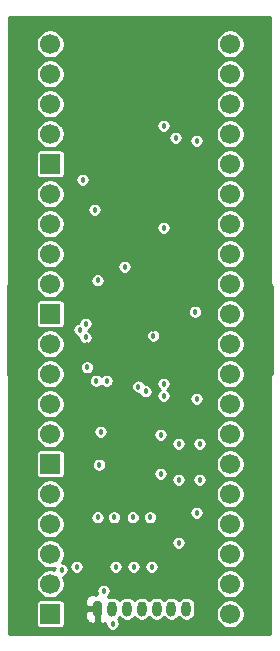
<source format=gbr>
%TF.GenerationSoftware,KiCad,Pcbnew,5.1.9-73d0e3b20d~88~ubuntu20.04.1*%
%TF.CreationDate,2021-03-05T17:28:59-06:00*%
%TF.ProjectId,portalgun-display,706f7274-616c-4677-956e-2d646973706c,rev?*%
%TF.SameCoordinates,Original*%
%TF.FileFunction,Copper,L2,Inr*%
%TF.FilePolarity,Positive*%
%FSLAX46Y46*%
G04 Gerber Fmt 4.6, Leading zero omitted, Abs format (unit mm)*
G04 Created by KiCad (PCBNEW 5.1.9-73d0e3b20d~88~ubuntu20.04.1) date 2021-03-05 17:28:59*
%MOMM*%
%LPD*%
G01*
G04 APERTURE LIST*
%TA.AperFunction,ComponentPad*%
%ADD10C,1.700000*%
%TD*%
%TA.AperFunction,ComponentPad*%
%ADD11R,1.700000X1.700000*%
%TD*%
%TA.AperFunction,ComponentPad*%
%ADD12O,0.800000X1.300000*%
%TD*%
%TA.AperFunction,ViaPad*%
%ADD13C,0.457200*%
%TD*%
%TA.AperFunction,Conductor*%
%ADD14C,0.254000*%
%TD*%
%TA.AperFunction,Conductor*%
%ADD15C,0.100000*%
%TD*%
G04 APERTURE END LIST*
D10*
%TO.N,/segment_e*%
%TO.C,U6*%
X135890000Y-100076000D03*
%TO.N,/segment_d*%
X135890000Y-97536000D03*
%TO.N,Net-(Q2-Pad3)*%
X135890000Y-94996000D03*
%TO.N,/segment_c*%
X135890000Y-92456000D03*
%TO.N,/decimal_point*%
X135890000Y-89916000D03*
%TO.N,/segment_b*%
X120650000Y-89916000D03*
%TO.N,/segment_a*%
X120650000Y-92456000D03*
%TO.N,Net-(U6-Pad3)*%
X120650000Y-94996000D03*
%TO.N,/segment_f*%
X120650000Y-97536000D03*
D11*
%TO.N,/segment_g*%
X120650000Y-100076000D03*
%TD*%
D10*
%TO.N,/segment_e*%
%TO.C,U8*%
X135890000Y-112776000D03*
%TO.N,/segment_d*%
X135890000Y-110236000D03*
%TO.N,Net-(Q3-Pad3)*%
X135890000Y-107696000D03*
%TO.N,/segment_c*%
X135890000Y-105156000D03*
%TO.N,/decimal_point*%
X135890000Y-102616000D03*
%TO.N,/segment_b*%
X120650000Y-102616000D03*
%TO.N,/segment_a*%
X120650000Y-105156000D03*
%TO.N,Net-(U8-Pad3)*%
X120650000Y-107696000D03*
%TO.N,/segment_f*%
X120650000Y-110236000D03*
D11*
%TO.N,/segment_g*%
X120650000Y-112776000D03*
%TD*%
D10*
%TO.N,/segment_e*%
%TO.C,U9*%
X135890000Y-125476000D03*
%TO.N,/segment_d*%
X135890000Y-122936000D03*
%TO.N,Net-(Q4-Pad3)*%
X135890000Y-120396000D03*
%TO.N,/segment_c*%
X135890000Y-117856000D03*
%TO.N,/decimal_point*%
X135890000Y-115316000D03*
%TO.N,/segment_b*%
X120650000Y-115316000D03*
%TO.N,/segment_a*%
X120650000Y-117856000D03*
%TO.N,Net-(U9-Pad3)*%
X120650000Y-120396000D03*
%TO.N,/segment_f*%
X120650000Y-122936000D03*
D11*
%TO.N,/segment_g*%
X120650000Y-125476000D03*
%TD*%
D10*
%TO.N,/segment_e*%
%TO.C,U5*%
X135890000Y-87376000D03*
%TO.N,/segment_d*%
X135890000Y-84836000D03*
%TO.N,Net-(Q1-Pad3)*%
X135890000Y-82296000D03*
%TO.N,/segment_c*%
X135890000Y-79756000D03*
%TO.N,/decimal_point*%
X135890000Y-77216000D03*
%TO.N,/segment_b*%
X120650000Y-77216000D03*
%TO.N,/segment_a*%
X120650000Y-79756000D03*
%TO.N,Net-(U5-Pad3)*%
X120650000Y-82296000D03*
%TO.N,/segment_f*%
X120650000Y-84836000D03*
D11*
%TO.N,/segment_g*%
X120650000Y-87376000D03*
%TD*%
D12*
%TO.N,Net-(J1-Pad7)*%
%TO.C,J1*%
X132156700Y-125051000D03*
%TO.N,Net-(J1-Pad6)*%
X130906700Y-125051000D03*
%TO.N,Net-(J1-Pad5)*%
X129656700Y-125051000D03*
%TO.N,Net-(J1-Pad4)*%
X128406700Y-125051000D03*
%TO.N,Net-(J1-Pad3)*%
X127156700Y-125051000D03*
%TO.N,GND*%
X125906700Y-125051000D03*
%TO.N,VBAT*%
%TA.AperFunction,ComponentPad*%
G36*
G01*
X124256700Y-125501000D02*
X124256700Y-124601000D01*
G75*
G02*
X124456700Y-124401000I200000J0D01*
G01*
X124856700Y-124401000D01*
G75*
G02*
X125056700Y-124601000I0J-200000D01*
G01*
X125056700Y-125501000D01*
G75*
G02*
X124856700Y-125701000I-200000J0D01*
G01*
X124456700Y-125701000D01*
G75*
G02*
X124256700Y-125501000I0J200000D01*
G01*
G37*
%TD.AperFunction*%
%TD*%
D13*
%TO.N,GND*%
X121608700Y-121749000D03*
X126053700Y-117304000D03*
X129101700Y-117304000D03*
X124656700Y-117304000D03*
X124656700Y-97238000D03*
X123640700Y-102064000D03*
X123767700Y-104604000D03*
X125418700Y-105747000D03*
X124529688Y-105747000D03*
X129367260Y-101942490D03*
X132911700Y-99905000D03*
X127641210Y-117304000D03*
X130244700Y-106001000D03*
X130244700Y-107017000D03*
X133038700Y-107271000D03*
X129990700Y-110319000D03*
X131514700Y-111081000D03*
X131514700Y-114129000D03*
X129990700Y-113621000D03*
X133292700Y-114129000D03*
X133292700Y-111081000D03*
X133038700Y-116923000D03*
X131514700Y-119463000D03*
X127704700Y-121495000D03*
X126180700Y-121495000D03*
X129228700Y-121495000D03*
X122878700Y-121495000D03*
X125164700Y-123527000D03*
X125926700Y-126321000D03*
X126942700Y-96095000D03*
X124402700Y-91269000D03*
X123386700Y-88729000D03*
X131260700Y-85173000D03*
X130244700Y-84157000D03*
%TO.N,VBAT*%
X127450700Y-97238000D03*
X123767700Y-102699000D03*
X129355700Y-101327387D03*
%TO.N,Net-(R27-Pad1)*%
X124783700Y-112859000D03*
X128720700Y-106636000D03*
%TO.N,Net-(R28-Pad1)*%
X128106912Y-106233788D03*
X124910700Y-110065000D03*
%TO.N,/display_en0*%
X123132700Y-101429000D03*
X133038700Y-85427000D03*
%TO.N,/display_en1*%
X123640700Y-100921000D03*
X130244700Y-92793000D03*
%TD*%
D14*
%TO.N,VBAT*%
X139236700Y-97345059D02*
X139234736Y-97365000D01*
X139242575Y-97444590D01*
X139265790Y-97521121D01*
X139303490Y-97591653D01*
X139332169Y-97626598D01*
X139354226Y-97653474D01*
X139416047Y-97704210D01*
X139446000Y-97720220D01*
X139446000Y-105137780D01*
X139416047Y-105153790D01*
X139354226Y-105204526D01*
X139303490Y-105266347D01*
X139265790Y-105336879D01*
X139242575Y-105413410D01*
X139234736Y-105493000D01*
X139236701Y-105512951D01*
X139236700Y-127185000D01*
X117188700Y-127185000D01*
X117188700Y-124626000D01*
X119417157Y-124626000D01*
X119417157Y-126326000D01*
X119424513Y-126400689D01*
X119446299Y-126472508D01*
X119481678Y-126538696D01*
X119529289Y-126596711D01*
X119587304Y-126644322D01*
X119653492Y-126679701D01*
X119725311Y-126701487D01*
X119800000Y-126708843D01*
X121500000Y-126708843D01*
X121574689Y-126701487D01*
X121646508Y-126679701D01*
X121712696Y-126644322D01*
X121770711Y-126596711D01*
X121818322Y-126538696D01*
X121853701Y-126472508D01*
X121875487Y-126400689D01*
X121882843Y-126326000D01*
X121882843Y-125701000D01*
X123618628Y-125701000D01*
X123630888Y-125825482D01*
X123667198Y-125945180D01*
X123726163Y-126055494D01*
X123805515Y-126152185D01*
X123902206Y-126231537D01*
X124012520Y-126290502D01*
X124132218Y-126326812D01*
X124256700Y-126339072D01*
X124370950Y-126336000D01*
X124529700Y-126177250D01*
X124529700Y-125178000D01*
X123780450Y-125178000D01*
X123621700Y-125336750D01*
X123618628Y-125701000D01*
X121882843Y-125701000D01*
X121882843Y-124626000D01*
X121875487Y-124551311D01*
X121853701Y-124479492D01*
X121818322Y-124413304D01*
X121808225Y-124401000D01*
X123618628Y-124401000D01*
X123621700Y-124765250D01*
X123780450Y-124924000D01*
X124529700Y-124924000D01*
X124529700Y-124904000D01*
X124783700Y-124904000D01*
X124783700Y-124924000D01*
X124803700Y-124924000D01*
X124803700Y-125178000D01*
X124783700Y-125178000D01*
X124783700Y-126177250D01*
X124942450Y-126336000D01*
X125056700Y-126339072D01*
X125181182Y-126326812D01*
X125300880Y-126290502D01*
X125317100Y-126281832D01*
X125317100Y-126381040D01*
X125340526Y-126498814D01*
X125386479Y-126609754D01*
X125453192Y-126709598D01*
X125538102Y-126794508D01*
X125637946Y-126861221D01*
X125748886Y-126907174D01*
X125866660Y-126930600D01*
X125986740Y-126930600D01*
X126104514Y-126907174D01*
X126215454Y-126861221D01*
X126315298Y-126794508D01*
X126400208Y-126709598D01*
X126466921Y-126609754D01*
X126512874Y-126498814D01*
X126536300Y-126381040D01*
X126536300Y-126260960D01*
X126512874Y-126143186D01*
X126466921Y-126032246D01*
X126400208Y-125932402D01*
X126385884Y-125918078D01*
X126461622Y-125855922D01*
X126531700Y-125770531D01*
X126601779Y-125855922D01*
X126720702Y-125953519D01*
X126856379Y-126026040D01*
X127003598Y-126070699D01*
X127156700Y-126085778D01*
X127309803Y-126070699D01*
X127457022Y-126026040D01*
X127592699Y-125953519D01*
X127711622Y-125855922D01*
X127781700Y-125770531D01*
X127851779Y-125855922D01*
X127970702Y-125953519D01*
X128106379Y-126026040D01*
X128253598Y-126070699D01*
X128406700Y-126085778D01*
X128559803Y-126070699D01*
X128707022Y-126026040D01*
X128842699Y-125953519D01*
X128961622Y-125855922D01*
X129031700Y-125770531D01*
X129101779Y-125855922D01*
X129220702Y-125953519D01*
X129356379Y-126026040D01*
X129503598Y-126070699D01*
X129656700Y-126085778D01*
X129809803Y-126070699D01*
X129957022Y-126026040D01*
X130092699Y-125953519D01*
X130211622Y-125855922D01*
X130281700Y-125770531D01*
X130351779Y-125855922D01*
X130470702Y-125953519D01*
X130606379Y-126026040D01*
X130753598Y-126070699D01*
X130906700Y-126085778D01*
X131059803Y-126070699D01*
X131207022Y-126026040D01*
X131342699Y-125953519D01*
X131461622Y-125855922D01*
X131531700Y-125770531D01*
X131601779Y-125855922D01*
X131720702Y-125953519D01*
X131856379Y-126026040D01*
X132003598Y-126070699D01*
X132156700Y-126085778D01*
X132309803Y-126070699D01*
X132457022Y-126026040D01*
X132592699Y-125953519D01*
X132711622Y-125855922D01*
X132809219Y-125736999D01*
X132881740Y-125601322D01*
X132926399Y-125454103D01*
X132936183Y-125354757D01*
X134659000Y-125354757D01*
X134659000Y-125597243D01*
X134706307Y-125835069D01*
X134799102Y-126059097D01*
X134933820Y-126260717D01*
X135105283Y-126432180D01*
X135306903Y-126566898D01*
X135530931Y-126659693D01*
X135768757Y-126707000D01*
X136011243Y-126707000D01*
X136249069Y-126659693D01*
X136473097Y-126566898D01*
X136674717Y-126432180D01*
X136846180Y-126260717D01*
X136980898Y-126059097D01*
X137073693Y-125835069D01*
X137121000Y-125597243D01*
X137121000Y-125354757D01*
X137073693Y-125116931D01*
X136980898Y-124892903D01*
X136846180Y-124691283D01*
X136674717Y-124519820D01*
X136473097Y-124385102D01*
X136249069Y-124292307D01*
X136011243Y-124245000D01*
X135768757Y-124245000D01*
X135530931Y-124292307D01*
X135306903Y-124385102D01*
X135105283Y-124519820D01*
X134933820Y-124691283D01*
X134799102Y-124892903D01*
X134706307Y-125116931D01*
X134659000Y-125354757D01*
X132936183Y-125354757D01*
X132937700Y-125339360D01*
X132937700Y-124762640D01*
X132926399Y-124647897D01*
X132881740Y-124500678D01*
X132809219Y-124365001D01*
X132711622Y-124246078D01*
X132592698Y-124148481D01*
X132457021Y-124075960D01*
X132309802Y-124031301D01*
X132156700Y-124016222D01*
X132003597Y-124031301D01*
X131856378Y-124075960D01*
X131720701Y-124148481D01*
X131601778Y-124246078D01*
X131531700Y-124331469D01*
X131461622Y-124246078D01*
X131342698Y-124148481D01*
X131207021Y-124075960D01*
X131059802Y-124031301D01*
X130906700Y-124016222D01*
X130753597Y-124031301D01*
X130606378Y-124075960D01*
X130470701Y-124148481D01*
X130351778Y-124246078D01*
X130281700Y-124331469D01*
X130211622Y-124246078D01*
X130092698Y-124148481D01*
X129957021Y-124075960D01*
X129809802Y-124031301D01*
X129656700Y-124016222D01*
X129503597Y-124031301D01*
X129356378Y-124075960D01*
X129220701Y-124148481D01*
X129101778Y-124246078D01*
X129031700Y-124331469D01*
X128961622Y-124246078D01*
X128842698Y-124148481D01*
X128707021Y-124075960D01*
X128559802Y-124031301D01*
X128406700Y-124016222D01*
X128253597Y-124031301D01*
X128106378Y-124075960D01*
X127970701Y-124148481D01*
X127851778Y-124246078D01*
X127781700Y-124331469D01*
X127711622Y-124246078D01*
X127592698Y-124148481D01*
X127457021Y-124075960D01*
X127309802Y-124031301D01*
X127156700Y-124016222D01*
X127003597Y-124031301D01*
X126856378Y-124075960D01*
X126720701Y-124148481D01*
X126601778Y-124246078D01*
X126531700Y-124331469D01*
X126461622Y-124246078D01*
X126342698Y-124148481D01*
X126207021Y-124075960D01*
X126059802Y-124031301D01*
X125906700Y-124016222D01*
X125753597Y-124031301D01*
X125606378Y-124075960D01*
X125603736Y-124077372D01*
X125587237Y-124046506D01*
X125550837Y-124002152D01*
X125553298Y-124000508D01*
X125638208Y-123915598D01*
X125704921Y-123815754D01*
X125750874Y-123704814D01*
X125774300Y-123587040D01*
X125774300Y-123466960D01*
X125750874Y-123349186D01*
X125704921Y-123238246D01*
X125638208Y-123138402D01*
X125553298Y-123053492D01*
X125453454Y-122986779D01*
X125342514Y-122940826D01*
X125224740Y-122917400D01*
X125104660Y-122917400D01*
X124986886Y-122940826D01*
X124875946Y-122986779D01*
X124776102Y-123053492D01*
X124691192Y-123138402D01*
X124624479Y-123238246D01*
X124578526Y-123349186D01*
X124555100Y-123466960D01*
X124555100Y-123587040D01*
X124578526Y-123704814D01*
X124603870Y-123766000D01*
X124529698Y-123766000D01*
X124529698Y-123924748D01*
X124370950Y-123766000D01*
X124256700Y-123762928D01*
X124132218Y-123775188D01*
X124012520Y-123811498D01*
X123902206Y-123870463D01*
X123805515Y-123949815D01*
X123726163Y-124046506D01*
X123667198Y-124156820D01*
X123630888Y-124276518D01*
X123618628Y-124401000D01*
X121808225Y-124401000D01*
X121770711Y-124355289D01*
X121712696Y-124307678D01*
X121646508Y-124272299D01*
X121574689Y-124250513D01*
X121500000Y-124243157D01*
X119800000Y-124243157D01*
X119725311Y-124250513D01*
X119653492Y-124272299D01*
X119587304Y-124307678D01*
X119529289Y-124355289D01*
X119481678Y-124413304D01*
X119446299Y-124479492D01*
X119424513Y-124551311D01*
X119417157Y-124626000D01*
X117188700Y-124626000D01*
X117188700Y-120274757D01*
X119419000Y-120274757D01*
X119419000Y-120517243D01*
X119466307Y-120755069D01*
X119559102Y-120979097D01*
X119693820Y-121180717D01*
X119865283Y-121352180D01*
X120066903Y-121486898D01*
X120290931Y-121579693D01*
X120528757Y-121627000D01*
X120771243Y-121627000D01*
X121009069Y-121579693D01*
X121021890Y-121574382D01*
X120999100Y-121688960D01*
X120999100Y-121750324D01*
X120771243Y-121705000D01*
X120528757Y-121705000D01*
X120290931Y-121752307D01*
X120066903Y-121845102D01*
X119865283Y-121979820D01*
X119693820Y-122151283D01*
X119559102Y-122352903D01*
X119466307Y-122576931D01*
X119419000Y-122814757D01*
X119419000Y-123057243D01*
X119466307Y-123295069D01*
X119559102Y-123519097D01*
X119693820Y-123720717D01*
X119865283Y-123892180D01*
X120066903Y-124026898D01*
X120290931Y-124119693D01*
X120528757Y-124167000D01*
X120771243Y-124167000D01*
X121009069Y-124119693D01*
X121233097Y-124026898D01*
X121434717Y-123892180D01*
X121606180Y-123720717D01*
X121740898Y-123519097D01*
X121833693Y-123295069D01*
X121881000Y-123057243D01*
X121881000Y-122814757D01*
X134659000Y-122814757D01*
X134659000Y-123057243D01*
X134706307Y-123295069D01*
X134799102Y-123519097D01*
X134933820Y-123720717D01*
X135105283Y-123892180D01*
X135306903Y-124026898D01*
X135530931Y-124119693D01*
X135768757Y-124167000D01*
X136011243Y-124167000D01*
X136249069Y-124119693D01*
X136473097Y-124026898D01*
X136674717Y-123892180D01*
X136846180Y-123720717D01*
X136980898Y-123519097D01*
X137073693Y-123295069D01*
X137121000Y-123057243D01*
X137121000Y-122814757D01*
X137073693Y-122576931D01*
X136980898Y-122352903D01*
X136846180Y-122151283D01*
X136674717Y-121979820D01*
X136473097Y-121845102D01*
X136249069Y-121752307D01*
X136011243Y-121705000D01*
X135768757Y-121705000D01*
X135530931Y-121752307D01*
X135306903Y-121845102D01*
X135105283Y-121979820D01*
X134933820Y-122151283D01*
X134799102Y-122352903D01*
X134706307Y-122576931D01*
X134659000Y-122814757D01*
X121881000Y-122814757D01*
X121833693Y-122576931D01*
X121740898Y-122352903D01*
X121735793Y-122345263D01*
X121786514Y-122335174D01*
X121897454Y-122289221D01*
X121997298Y-122222508D01*
X122082208Y-122137598D01*
X122148921Y-122037754D01*
X122194874Y-121926814D01*
X122218300Y-121809040D01*
X122218300Y-121688960D01*
X122194874Y-121571186D01*
X122148921Y-121460246D01*
X122132026Y-121434960D01*
X122269100Y-121434960D01*
X122269100Y-121555040D01*
X122292526Y-121672814D01*
X122338479Y-121783754D01*
X122405192Y-121883598D01*
X122490102Y-121968508D01*
X122589946Y-122035221D01*
X122700886Y-122081174D01*
X122818660Y-122104600D01*
X122938740Y-122104600D01*
X123056514Y-122081174D01*
X123167454Y-122035221D01*
X123267298Y-121968508D01*
X123352208Y-121883598D01*
X123418921Y-121783754D01*
X123464874Y-121672814D01*
X123488300Y-121555040D01*
X123488300Y-121434960D01*
X125571100Y-121434960D01*
X125571100Y-121555040D01*
X125594526Y-121672814D01*
X125640479Y-121783754D01*
X125707192Y-121883598D01*
X125792102Y-121968508D01*
X125891946Y-122035221D01*
X126002886Y-122081174D01*
X126120660Y-122104600D01*
X126240740Y-122104600D01*
X126358514Y-122081174D01*
X126469454Y-122035221D01*
X126569298Y-121968508D01*
X126654208Y-121883598D01*
X126720921Y-121783754D01*
X126766874Y-121672814D01*
X126790300Y-121555040D01*
X126790300Y-121434960D01*
X127095100Y-121434960D01*
X127095100Y-121555040D01*
X127118526Y-121672814D01*
X127164479Y-121783754D01*
X127231192Y-121883598D01*
X127316102Y-121968508D01*
X127415946Y-122035221D01*
X127526886Y-122081174D01*
X127644660Y-122104600D01*
X127764740Y-122104600D01*
X127882514Y-122081174D01*
X127993454Y-122035221D01*
X128093298Y-121968508D01*
X128178208Y-121883598D01*
X128244921Y-121783754D01*
X128290874Y-121672814D01*
X128314300Y-121555040D01*
X128314300Y-121434960D01*
X128619100Y-121434960D01*
X128619100Y-121555040D01*
X128642526Y-121672814D01*
X128688479Y-121783754D01*
X128755192Y-121883598D01*
X128840102Y-121968508D01*
X128939946Y-122035221D01*
X129050886Y-122081174D01*
X129168660Y-122104600D01*
X129288740Y-122104600D01*
X129406514Y-122081174D01*
X129517454Y-122035221D01*
X129617298Y-121968508D01*
X129702208Y-121883598D01*
X129768921Y-121783754D01*
X129814874Y-121672814D01*
X129838300Y-121555040D01*
X129838300Y-121434960D01*
X129814874Y-121317186D01*
X129768921Y-121206246D01*
X129702208Y-121106402D01*
X129617298Y-121021492D01*
X129517454Y-120954779D01*
X129406514Y-120908826D01*
X129288740Y-120885400D01*
X129168660Y-120885400D01*
X129050886Y-120908826D01*
X128939946Y-120954779D01*
X128840102Y-121021492D01*
X128755192Y-121106402D01*
X128688479Y-121206246D01*
X128642526Y-121317186D01*
X128619100Y-121434960D01*
X128314300Y-121434960D01*
X128290874Y-121317186D01*
X128244921Y-121206246D01*
X128178208Y-121106402D01*
X128093298Y-121021492D01*
X127993454Y-120954779D01*
X127882514Y-120908826D01*
X127764740Y-120885400D01*
X127644660Y-120885400D01*
X127526886Y-120908826D01*
X127415946Y-120954779D01*
X127316102Y-121021492D01*
X127231192Y-121106402D01*
X127164479Y-121206246D01*
X127118526Y-121317186D01*
X127095100Y-121434960D01*
X126790300Y-121434960D01*
X126766874Y-121317186D01*
X126720921Y-121206246D01*
X126654208Y-121106402D01*
X126569298Y-121021492D01*
X126469454Y-120954779D01*
X126358514Y-120908826D01*
X126240740Y-120885400D01*
X126120660Y-120885400D01*
X126002886Y-120908826D01*
X125891946Y-120954779D01*
X125792102Y-121021492D01*
X125707192Y-121106402D01*
X125640479Y-121206246D01*
X125594526Y-121317186D01*
X125571100Y-121434960D01*
X123488300Y-121434960D01*
X123464874Y-121317186D01*
X123418921Y-121206246D01*
X123352208Y-121106402D01*
X123267298Y-121021492D01*
X123167454Y-120954779D01*
X123056514Y-120908826D01*
X122938740Y-120885400D01*
X122818660Y-120885400D01*
X122700886Y-120908826D01*
X122589946Y-120954779D01*
X122490102Y-121021492D01*
X122405192Y-121106402D01*
X122338479Y-121206246D01*
X122292526Y-121317186D01*
X122269100Y-121434960D01*
X122132026Y-121434960D01*
X122082208Y-121360402D01*
X121997298Y-121275492D01*
X121897454Y-121208779D01*
X121786514Y-121162826D01*
X121668740Y-121139400D01*
X121633787Y-121139400D01*
X121740898Y-120979097D01*
X121833693Y-120755069D01*
X121881000Y-120517243D01*
X121881000Y-120274757D01*
X134659000Y-120274757D01*
X134659000Y-120517243D01*
X134706307Y-120755069D01*
X134799102Y-120979097D01*
X134933820Y-121180717D01*
X135105283Y-121352180D01*
X135306903Y-121486898D01*
X135530931Y-121579693D01*
X135768757Y-121627000D01*
X136011243Y-121627000D01*
X136249069Y-121579693D01*
X136473097Y-121486898D01*
X136674717Y-121352180D01*
X136846180Y-121180717D01*
X136980898Y-120979097D01*
X137073693Y-120755069D01*
X137121000Y-120517243D01*
X137121000Y-120274757D01*
X137073693Y-120036931D01*
X136980898Y-119812903D01*
X136846180Y-119611283D01*
X136674717Y-119439820D01*
X136473097Y-119305102D01*
X136249069Y-119212307D01*
X136011243Y-119165000D01*
X135768757Y-119165000D01*
X135530931Y-119212307D01*
X135306903Y-119305102D01*
X135105283Y-119439820D01*
X134933820Y-119611283D01*
X134799102Y-119812903D01*
X134706307Y-120036931D01*
X134659000Y-120274757D01*
X121881000Y-120274757D01*
X121833693Y-120036931D01*
X121740898Y-119812903D01*
X121606180Y-119611283D01*
X121434717Y-119439820D01*
X121379553Y-119402960D01*
X130905100Y-119402960D01*
X130905100Y-119523040D01*
X130928526Y-119640814D01*
X130974479Y-119751754D01*
X131041192Y-119851598D01*
X131126102Y-119936508D01*
X131225946Y-120003221D01*
X131336886Y-120049174D01*
X131454660Y-120072600D01*
X131574740Y-120072600D01*
X131692514Y-120049174D01*
X131803454Y-120003221D01*
X131903298Y-119936508D01*
X131988208Y-119851598D01*
X132054921Y-119751754D01*
X132100874Y-119640814D01*
X132124300Y-119523040D01*
X132124300Y-119402960D01*
X132100874Y-119285186D01*
X132054921Y-119174246D01*
X131988208Y-119074402D01*
X131903298Y-118989492D01*
X131803454Y-118922779D01*
X131692514Y-118876826D01*
X131574740Y-118853400D01*
X131454660Y-118853400D01*
X131336886Y-118876826D01*
X131225946Y-118922779D01*
X131126102Y-118989492D01*
X131041192Y-119074402D01*
X130974479Y-119174246D01*
X130928526Y-119285186D01*
X130905100Y-119402960D01*
X121379553Y-119402960D01*
X121233097Y-119305102D01*
X121009069Y-119212307D01*
X120771243Y-119165000D01*
X120528757Y-119165000D01*
X120290931Y-119212307D01*
X120066903Y-119305102D01*
X119865283Y-119439820D01*
X119693820Y-119611283D01*
X119559102Y-119812903D01*
X119466307Y-120036931D01*
X119419000Y-120274757D01*
X117188700Y-120274757D01*
X117188700Y-117734757D01*
X119419000Y-117734757D01*
X119419000Y-117977243D01*
X119466307Y-118215069D01*
X119559102Y-118439097D01*
X119693820Y-118640717D01*
X119865283Y-118812180D01*
X120066903Y-118946898D01*
X120290931Y-119039693D01*
X120528757Y-119087000D01*
X120771243Y-119087000D01*
X121009069Y-119039693D01*
X121233097Y-118946898D01*
X121434717Y-118812180D01*
X121606180Y-118640717D01*
X121740898Y-118439097D01*
X121833693Y-118215069D01*
X121881000Y-117977243D01*
X121881000Y-117734757D01*
X121833693Y-117496931D01*
X121740898Y-117272903D01*
X121721559Y-117243960D01*
X124047100Y-117243960D01*
X124047100Y-117364040D01*
X124070526Y-117481814D01*
X124116479Y-117592754D01*
X124183192Y-117692598D01*
X124268102Y-117777508D01*
X124367946Y-117844221D01*
X124478886Y-117890174D01*
X124596660Y-117913600D01*
X124716740Y-117913600D01*
X124834514Y-117890174D01*
X124945454Y-117844221D01*
X125045298Y-117777508D01*
X125130208Y-117692598D01*
X125196921Y-117592754D01*
X125242874Y-117481814D01*
X125266300Y-117364040D01*
X125266300Y-117243960D01*
X125444100Y-117243960D01*
X125444100Y-117364040D01*
X125467526Y-117481814D01*
X125513479Y-117592754D01*
X125580192Y-117692598D01*
X125665102Y-117777508D01*
X125764946Y-117844221D01*
X125875886Y-117890174D01*
X125993660Y-117913600D01*
X126113740Y-117913600D01*
X126231514Y-117890174D01*
X126342454Y-117844221D01*
X126442298Y-117777508D01*
X126527208Y-117692598D01*
X126593921Y-117592754D01*
X126639874Y-117481814D01*
X126663300Y-117364040D01*
X126663300Y-117243960D01*
X127031610Y-117243960D01*
X127031610Y-117364040D01*
X127055036Y-117481814D01*
X127100989Y-117592754D01*
X127167702Y-117692598D01*
X127252612Y-117777508D01*
X127352456Y-117844221D01*
X127463396Y-117890174D01*
X127581170Y-117913600D01*
X127701250Y-117913600D01*
X127819024Y-117890174D01*
X127929964Y-117844221D01*
X128029808Y-117777508D01*
X128114718Y-117692598D01*
X128181431Y-117592754D01*
X128227384Y-117481814D01*
X128250810Y-117364040D01*
X128250810Y-117243960D01*
X128492100Y-117243960D01*
X128492100Y-117364040D01*
X128515526Y-117481814D01*
X128561479Y-117592754D01*
X128628192Y-117692598D01*
X128713102Y-117777508D01*
X128812946Y-117844221D01*
X128923886Y-117890174D01*
X129041660Y-117913600D01*
X129161740Y-117913600D01*
X129279514Y-117890174D01*
X129390454Y-117844221D01*
X129490298Y-117777508D01*
X129533049Y-117734757D01*
X134659000Y-117734757D01*
X134659000Y-117977243D01*
X134706307Y-118215069D01*
X134799102Y-118439097D01*
X134933820Y-118640717D01*
X135105283Y-118812180D01*
X135306903Y-118946898D01*
X135530931Y-119039693D01*
X135768757Y-119087000D01*
X136011243Y-119087000D01*
X136249069Y-119039693D01*
X136473097Y-118946898D01*
X136674717Y-118812180D01*
X136846180Y-118640717D01*
X136980898Y-118439097D01*
X137073693Y-118215069D01*
X137121000Y-117977243D01*
X137121000Y-117734757D01*
X137073693Y-117496931D01*
X136980898Y-117272903D01*
X136846180Y-117071283D01*
X136674717Y-116899820D01*
X136473097Y-116765102D01*
X136249069Y-116672307D01*
X136011243Y-116625000D01*
X135768757Y-116625000D01*
X135530931Y-116672307D01*
X135306903Y-116765102D01*
X135105283Y-116899820D01*
X134933820Y-117071283D01*
X134799102Y-117272903D01*
X134706307Y-117496931D01*
X134659000Y-117734757D01*
X129533049Y-117734757D01*
X129575208Y-117692598D01*
X129641921Y-117592754D01*
X129687874Y-117481814D01*
X129711300Y-117364040D01*
X129711300Y-117243960D01*
X129687874Y-117126186D01*
X129641921Y-117015246D01*
X129575208Y-116915402D01*
X129522766Y-116862960D01*
X132429100Y-116862960D01*
X132429100Y-116983040D01*
X132452526Y-117100814D01*
X132498479Y-117211754D01*
X132565192Y-117311598D01*
X132650102Y-117396508D01*
X132749946Y-117463221D01*
X132860886Y-117509174D01*
X132978660Y-117532600D01*
X133098740Y-117532600D01*
X133216514Y-117509174D01*
X133327454Y-117463221D01*
X133427298Y-117396508D01*
X133512208Y-117311598D01*
X133578921Y-117211754D01*
X133624874Y-117100814D01*
X133648300Y-116983040D01*
X133648300Y-116862960D01*
X133624874Y-116745186D01*
X133578921Y-116634246D01*
X133512208Y-116534402D01*
X133427298Y-116449492D01*
X133327454Y-116382779D01*
X133216514Y-116336826D01*
X133098740Y-116313400D01*
X132978660Y-116313400D01*
X132860886Y-116336826D01*
X132749946Y-116382779D01*
X132650102Y-116449492D01*
X132565192Y-116534402D01*
X132498479Y-116634246D01*
X132452526Y-116745186D01*
X132429100Y-116862960D01*
X129522766Y-116862960D01*
X129490298Y-116830492D01*
X129390454Y-116763779D01*
X129279514Y-116717826D01*
X129161740Y-116694400D01*
X129041660Y-116694400D01*
X128923886Y-116717826D01*
X128812946Y-116763779D01*
X128713102Y-116830492D01*
X128628192Y-116915402D01*
X128561479Y-117015246D01*
X128515526Y-117126186D01*
X128492100Y-117243960D01*
X128250810Y-117243960D01*
X128227384Y-117126186D01*
X128181431Y-117015246D01*
X128114718Y-116915402D01*
X128029808Y-116830492D01*
X127929964Y-116763779D01*
X127819024Y-116717826D01*
X127701250Y-116694400D01*
X127581170Y-116694400D01*
X127463396Y-116717826D01*
X127352456Y-116763779D01*
X127252612Y-116830492D01*
X127167702Y-116915402D01*
X127100989Y-117015246D01*
X127055036Y-117126186D01*
X127031610Y-117243960D01*
X126663300Y-117243960D01*
X126639874Y-117126186D01*
X126593921Y-117015246D01*
X126527208Y-116915402D01*
X126442298Y-116830492D01*
X126342454Y-116763779D01*
X126231514Y-116717826D01*
X126113740Y-116694400D01*
X125993660Y-116694400D01*
X125875886Y-116717826D01*
X125764946Y-116763779D01*
X125665102Y-116830492D01*
X125580192Y-116915402D01*
X125513479Y-117015246D01*
X125467526Y-117126186D01*
X125444100Y-117243960D01*
X125266300Y-117243960D01*
X125242874Y-117126186D01*
X125196921Y-117015246D01*
X125130208Y-116915402D01*
X125045298Y-116830492D01*
X124945454Y-116763779D01*
X124834514Y-116717826D01*
X124716740Y-116694400D01*
X124596660Y-116694400D01*
X124478886Y-116717826D01*
X124367946Y-116763779D01*
X124268102Y-116830492D01*
X124183192Y-116915402D01*
X124116479Y-117015246D01*
X124070526Y-117126186D01*
X124047100Y-117243960D01*
X121721559Y-117243960D01*
X121606180Y-117071283D01*
X121434717Y-116899820D01*
X121233097Y-116765102D01*
X121009069Y-116672307D01*
X120771243Y-116625000D01*
X120528757Y-116625000D01*
X120290931Y-116672307D01*
X120066903Y-116765102D01*
X119865283Y-116899820D01*
X119693820Y-117071283D01*
X119559102Y-117272903D01*
X119466307Y-117496931D01*
X119419000Y-117734757D01*
X117188700Y-117734757D01*
X117188700Y-115194757D01*
X119419000Y-115194757D01*
X119419000Y-115437243D01*
X119466307Y-115675069D01*
X119559102Y-115899097D01*
X119693820Y-116100717D01*
X119865283Y-116272180D01*
X120066903Y-116406898D01*
X120290931Y-116499693D01*
X120528757Y-116547000D01*
X120771243Y-116547000D01*
X121009069Y-116499693D01*
X121233097Y-116406898D01*
X121434717Y-116272180D01*
X121606180Y-116100717D01*
X121740898Y-115899097D01*
X121833693Y-115675069D01*
X121881000Y-115437243D01*
X121881000Y-115194757D01*
X134659000Y-115194757D01*
X134659000Y-115437243D01*
X134706307Y-115675069D01*
X134799102Y-115899097D01*
X134933820Y-116100717D01*
X135105283Y-116272180D01*
X135306903Y-116406898D01*
X135530931Y-116499693D01*
X135768757Y-116547000D01*
X136011243Y-116547000D01*
X136249069Y-116499693D01*
X136473097Y-116406898D01*
X136674717Y-116272180D01*
X136846180Y-116100717D01*
X136980898Y-115899097D01*
X137073693Y-115675069D01*
X137121000Y-115437243D01*
X137121000Y-115194757D01*
X137073693Y-114956931D01*
X136980898Y-114732903D01*
X136846180Y-114531283D01*
X136674717Y-114359820D01*
X136473097Y-114225102D01*
X136249069Y-114132307D01*
X136011243Y-114085000D01*
X135768757Y-114085000D01*
X135530931Y-114132307D01*
X135306903Y-114225102D01*
X135105283Y-114359820D01*
X134933820Y-114531283D01*
X134799102Y-114732903D01*
X134706307Y-114956931D01*
X134659000Y-115194757D01*
X121881000Y-115194757D01*
X121833693Y-114956931D01*
X121740898Y-114732903D01*
X121606180Y-114531283D01*
X121434717Y-114359820D01*
X121233097Y-114225102D01*
X121009069Y-114132307D01*
X120771243Y-114085000D01*
X120528757Y-114085000D01*
X120290931Y-114132307D01*
X120066903Y-114225102D01*
X119865283Y-114359820D01*
X119693820Y-114531283D01*
X119559102Y-114732903D01*
X119466307Y-114956931D01*
X119419000Y-115194757D01*
X117188700Y-115194757D01*
X117188700Y-111926000D01*
X119417157Y-111926000D01*
X119417157Y-113626000D01*
X119424513Y-113700689D01*
X119446299Y-113772508D01*
X119481678Y-113838696D01*
X119529289Y-113896711D01*
X119587304Y-113944322D01*
X119653492Y-113979701D01*
X119725311Y-114001487D01*
X119800000Y-114008843D01*
X121500000Y-114008843D01*
X121574689Y-114001487D01*
X121646508Y-113979701D01*
X121712696Y-113944322D01*
X121770711Y-113896711D01*
X121818322Y-113838696D01*
X121853701Y-113772508D01*
X121875487Y-113700689D01*
X121882843Y-113626000D01*
X121882843Y-113560960D01*
X129381100Y-113560960D01*
X129381100Y-113681040D01*
X129404526Y-113798814D01*
X129450479Y-113909754D01*
X129517192Y-114009598D01*
X129602102Y-114094508D01*
X129701946Y-114161221D01*
X129812886Y-114207174D01*
X129930660Y-114230600D01*
X130050740Y-114230600D01*
X130168514Y-114207174D01*
X130279454Y-114161221D01*
X130379298Y-114094508D01*
X130404846Y-114068960D01*
X130905100Y-114068960D01*
X130905100Y-114189040D01*
X130928526Y-114306814D01*
X130974479Y-114417754D01*
X131041192Y-114517598D01*
X131126102Y-114602508D01*
X131225946Y-114669221D01*
X131336886Y-114715174D01*
X131454660Y-114738600D01*
X131574740Y-114738600D01*
X131692514Y-114715174D01*
X131803454Y-114669221D01*
X131903298Y-114602508D01*
X131988208Y-114517598D01*
X132054921Y-114417754D01*
X132100874Y-114306814D01*
X132124300Y-114189040D01*
X132124300Y-114068960D01*
X132683100Y-114068960D01*
X132683100Y-114189040D01*
X132706526Y-114306814D01*
X132752479Y-114417754D01*
X132819192Y-114517598D01*
X132904102Y-114602508D01*
X133003946Y-114669221D01*
X133114886Y-114715174D01*
X133232660Y-114738600D01*
X133352740Y-114738600D01*
X133470514Y-114715174D01*
X133581454Y-114669221D01*
X133681298Y-114602508D01*
X133766208Y-114517598D01*
X133832921Y-114417754D01*
X133878874Y-114306814D01*
X133902300Y-114189040D01*
X133902300Y-114068960D01*
X133878874Y-113951186D01*
X133832921Y-113840246D01*
X133766208Y-113740402D01*
X133681298Y-113655492D01*
X133581454Y-113588779D01*
X133470514Y-113542826D01*
X133352740Y-113519400D01*
X133232660Y-113519400D01*
X133114886Y-113542826D01*
X133003946Y-113588779D01*
X132904102Y-113655492D01*
X132819192Y-113740402D01*
X132752479Y-113840246D01*
X132706526Y-113951186D01*
X132683100Y-114068960D01*
X132124300Y-114068960D01*
X132100874Y-113951186D01*
X132054921Y-113840246D01*
X131988208Y-113740402D01*
X131903298Y-113655492D01*
X131803454Y-113588779D01*
X131692514Y-113542826D01*
X131574740Y-113519400D01*
X131454660Y-113519400D01*
X131336886Y-113542826D01*
X131225946Y-113588779D01*
X131126102Y-113655492D01*
X131041192Y-113740402D01*
X130974479Y-113840246D01*
X130928526Y-113951186D01*
X130905100Y-114068960D01*
X130404846Y-114068960D01*
X130464208Y-114009598D01*
X130530921Y-113909754D01*
X130576874Y-113798814D01*
X130600300Y-113681040D01*
X130600300Y-113560960D01*
X130576874Y-113443186D01*
X130530921Y-113332246D01*
X130464208Y-113232402D01*
X130379298Y-113147492D01*
X130279454Y-113080779D01*
X130168514Y-113034826D01*
X130050740Y-113011400D01*
X129930660Y-113011400D01*
X129812886Y-113034826D01*
X129701946Y-113080779D01*
X129602102Y-113147492D01*
X129517192Y-113232402D01*
X129450479Y-113332246D01*
X129404526Y-113443186D01*
X129381100Y-113560960D01*
X121882843Y-113560960D01*
X121882843Y-112798960D01*
X124174100Y-112798960D01*
X124174100Y-112919040D01*
X124197526Y-113036814D01*
X124243479Y-113147754D01*
X124310192Y-113247598D01*
X124395102Y-113332508D01*
X124494946Y-113399221D01*
X124605886Y-113445174D01*
X124723660Y-113468600D01*
X124843740Y-113468600D01*
X124961514Y-113445174D01*
X125072454Y-113399221D01*
X125172298Y-113332508D01*
X125257208Y-113247598D01*
X125323921Y-113147754D01*
X125369874Y-113036814D01*
X125393300Y-112919040D01*
X125393300Y-112798960D01*
X125369874Y-112681186D01*
X125358927Y-112654757D01*
X134659000Y-112654757D01*
X134659000Y-112897243D01*
X134706307Y-113135069D01*
X134799102Y-113359097D01*
X134933820Y-113560717D01*
X135105283Y-113732180D01*
X135306903Y-113866898D01*
X135530931Y-113959693D01*
X135768757Y-114007000D01*
X136011243Y-114007000D01*
X136249069Y-113959693D01*
X136473097Y-113866898D01*
X136674717Y-113732180D01*
X136846180Y-113560717D01*
X136980898Y-113359097D01*
X137073693Y-113135069D01*
X137121000Y-112897243D01*
X137121000Y-112654757D01*
X137073693Y-112416931D01*
X136980898Y-112192903D01*
X136846180Y-111991283D01*
X136674717Y-111819820D01*
X136473097Y-111685102D01*
X136249069Y-111592307D01*
X136011243Y-111545000D01*
X135768757Y-111545000D01*
X135530931Y-111592307D01*
X135306903Y-111685102D01*
X135105283Y-111819820D01*
X134933820Y-111991283D01*
X134799102Y-112192903D01*
X134706307Y-112416931D01*
X134659000Y-112654757D01*
X125358927Y-112654757D01*
X125323921Y-112570246D01*
X125257208Y-112470402D01*
X125172298Y-112385492D01*
X125072454Y-112318779D01*
X124961514Y-112272826D01*
X124843740Y-112249400D01*
X124723660Y-112249400D01*
X124605886Y-112272826D01*
X124494946Y-112318779D01*
X124395102Y-112385492D01*
X124310192Y-112470402D01*
X124243479Y-112570246D01*
X124197526Y-112681186D01*
X124174100Y-112798960D01*
X121882843Y-112798960D01*
X121882843Y-111926000D01*
X121875487Y-111851311D01*
X121853701Y-111779492D01*
X121818322Y-111713304D01*
X121770711Y-111655289D01*
X121712696Y-111607678D01*
X121646508Y-111572299D01*
X121574689Y-111550513D01*
X121500000Y-111543157D01*
X119800000Y-111543157D01*
X119725311Y-111550513D01*
X119653492Y-111572299D01*
X119587304Y-111607678D01*
X119529289Y-111655289D01*
X119481678Y-111713304D01*
X119446299Y-111779492D01*
X119424513Y-111851311D01*
X119417157Y-111926000D01*
X117188700Y-111926000D01*
X117188700Y-110114757D01*
X119419000Y-110114757D01*
X119419000Y-110357243D01*
X119466307Y-110595069D01*
X119559102Y-110819097D01*
X119693820Y-111020717D01*
X119865283Y-111192180D01*
X120066903Y-111326898D01*
X120290931Y-111419693D01*
X120528757Y-111467000D01*
X120771243Y-111467000D01*
X121009069Y-111419693D01*
X121233097Y-111326898D01*
X121434717Y-111192180D01*
X121605937Y-111020960D01*
X130905100Y-111020960D01*
X130905100Y-111141040D01*
X130928526Y-111258814D01*
X130974479Y-111369754D01*
X131041192Y-111469598D01*
X131126102Y-111554508D01*
X131225946Y-111621221D01*
X131336886Y-111667174D01*
X131454660Y-111690600D01*
X131574740Y-111690600D01*
X131692514Y-111667174D01*
X131803454Y-111621221D01*
X131903298Y-111554508D01*
X131988208Y-111469598D01*
X132054921Y-111369754D01*
X132100874Y-111258814D01*
X132124300Y-111141040D01*
X132124300Y-111020960D01*
X132683100Y-111020960D01*
X132683100Y-111141040D01*
X132706526Y-111258814D01*
X132752479Y-111369754D01*
X132819192Y-111469598D01*
X132904102Y-111554508D01*
X133003946Y-111621221D01*
X133114886Y-111667174D01*
X133232660Y-111690600D01*
X133352740Y-111690600D01*
X133470514Y-111667174D01*
X133581454Y-111621221D01*
X133681298Y-111554508D01*
X133766208Y-111469598D01*
X133832921Y-111369754D01*
X133878874Y-111258814D01*
X133902300Y-111141040D01*
X133902300Y-111020960D01*
X133878874Y-110903186D01*
X133832921Y-110792246D01*
X133766208Y-110692402D01*
X133681298Y-110607492D01*
X133581454Y-110540779D01*
X133470514Y-110494826D01*
X133352740Y-110471400D01*
X133232660Y-110471400D01*
X133114886Y-110494826D01*
X133003946Y-110540779D01*
X132904102Y-110607492D01*
X132819192Y-110692402D01*
X132752479Y-110792246D01*
X132706526Y-110903186D01*
X132683100Y-111020960D01*
X132124300Y-111020960D01*
X132100874Y-110903186D01*
X132054921Y-110792246D01*
X131988208Y-110692402D01*
X131903298Y-110607492D01*
X131803454Y-110540779D01*
X131692514Y-110494826D01*
X131574740Y-110471400D01*
X131454660Y-110471400D01*
X131336886Y-110494826D01*
X131225946Y-110540779D01*
X131126102Y-110607492D01*
X131041192Y-110692402D01*
X130974479Y-110792246D01*
X130928526Y-110903186D01*
X130905100Y-111020960D01*
X121605937Y-111020960D01*
X121606180Y-111020717D01*
X121740898Y-110819097D01*
X121833693Y-110595069D01*
X121881000Y-110357243D01*
X121881000Y-110114757D01*
X121859160Y-110004960D01*
X124301100Y-110004960D01*
X124301100Y-110125040D01*
X124324526Y-110242814D01*
X124370479Y-110353754D01*
X124437192Y-110453598D01*
X124522102Y-110538508D01*
X124621946Y-110605221D01*
X124732886Y-110651174D01*
X124850660Y-110674600D01*
X124970740Y-110674600D01*
X125088514Y-110651174D01*
X125199454Y-110605221D01*
X125299298Y-110538508D01*
X125384208Y-110453598D01*
X125450921Y-110353754D01*
X125490186Y-110258960D01*
X129381100Y-110258960D01*
X129381100Y-110379040D01*
X129404526Y-110496814D01*
X129450479Y-110607754D01*
X129517192Y-110707598D01*
X129602102Y-110792508D01*
X129701946Y-110859221D01*
X129812886Y-110905174D01*
X129930660Y-110928600D01*
X130050740Y-110928600D01*
X130168514Y-110905174D01*
X130279454Y-110859221D01*
X130379298Y-110792508D01*
X130464208Y-110707598D01*
X130530921Y-110607754D01*
X130576874Y-110496814D01*
X130600300Y-110379040D01*
X130600300Y-110258960D01*
X130576874Y-110141186D01*
X130565927Y-110114757D01*
X134659000Y-110114757D01*
X134659000Y-110357243D01*
X134706307Y-110595069D01*
X134799102Y-110819097D01*
X134933820Y-111020717D01*
X135105283Y-111192180D01*
X135306903Y-111326898D01*
X135530931Y-111419693D01*
X135768757Y-111467000D01*
X136011243Y-111467000D01*
X136249069Y-111419693D01*
X136473097Y-111326898D01*
X136674717Y-111192180D01*
X136846180Y-111020717D01*
X136980898Y-110819097D01*
X137073693Y-110595069D01*
X137121000Y-110357243D01*
X137121000Y-110114757D01*
X137073693Y-109876931D01*
X136980898Y-109652903D01*
X136846180Y-109451283D01*
X136674717Y-109279820D01*
X136473097Y-109145102D01*
X136249069Y-109052307D01*
X136011243Y-109005000D01*
X135768757Y-109005000D01*
X135530931Y-109052307D01*
X135306903Y-109145102D01*
X135105283Y-109279820D01*
X134933820Y-109451283D01*
X134799102Y-109652903D01*
X134706307Y-109876931D01*
X134659000Y-110114757D01*
X130565927Y-110114757D01*
X130530921Y-110030246D01*
X130464208Y-109930402D01*
X130379298Y-109845492D01*
X130279454Y-109778779D01*
X130168514Y-109732826D01*
X130050740Y-109709400D01*
X129930660Y-109709400D01*
X129812886Y-109732826D01*
X129701946Y-109778779D01*
X129602102Y-109845492D01*
X129517192Y-109930402D01*
X129450479Y-110030246D01*
X129404526Y-110141186D01*
X129381100Y-110258960D01*
X125490186Y-110258960D01*
X125496874Y-110242814D01*
X125520300Y-110125040D01*
X125520300Y-110004960D01*
X125496874Y-109887186D01*
X125450921Y-109776246D01*
X125384208Y-109676402D01*
X125299298Y-109591492D01*
X125199454Y-109524779D01*
X125088514Y-109478826D01*
X124970740Y-109455400D01*
X124850660Y-109455400D01*
X124732886Y-109478826D01*
X124621946Y-109524779D01*
X124522102Y-109591492D01*
X124437192Y-109676402D01*
X124370479Y-109776246D01*
X124324526Y-109887186D01*
X124301100Y-110004960D01*
X121859160Y-110004960D01*
X121833693Y-109876931D01*
X121740898Y-109652903D01*
X121606180Y-109451283D01*
X121434717Y-109279820D01*
X121233097Y-109145102D01*
X121009069Y-109052307D01*
X120771243Y-109005000D01*
X120528757Y-109005000D01*
X120290931Y-109052307D01*
X120066903Y-109145102D01*
X119865283Y-109279820D01*
X119693820Y-109451283D01*
X119559102Y-109652903D01*
X119466307Y-109876931D01*
X119419000Y-110114757D01*
X117188700Y-110114757D01*
X117188700Y-107574757D01*
X119419000Y-107574757D01*
X119419000Y-107817243D01*
X119466307Y-108055069D01*
X119559102Y-108279097D01*
X119693820Y-108480717D01*
X119865283Y-108652180D01*
X120066903Y-108786898D01*
X120290931Y-108879693D01*
X120528757Y-108927000D01*
X120771243Y-108927000D01*
X121009069Y-108879693D01*
X121233097Y-108786898D01*
X121434717Y-108652180D01*
X121606180Y-108480717D01*
X121740898Y-108279097D01*
X121833693Y-108055069D01*
X121881000Y-107817243D01*
X121881000Y-107574757D01*
X121833693Y-107336931D01*
X121740898Y-107112903D01*
X121606180Y-106911283D01*
X121434717Y-106739820D01*
X121233097Y-106605102D01*
X121009069Y-106512307D01*
X120771243Y-106465000D01*
X120528757Y-106465000D01*
X120290931Y-106512307D01*
X120066903Y-106605102D01*
X119865283Y-106739820D01*
X119693820Y-106911283D01*
X119559102Y-107112903D01*
X119466307Y-107336931D01*
X119419000Y-107574757D01*
X117188700Y-107574757D01*
X117188700Y-105512941D01*
X117190664Y-105493000D01*
X117187491Y-105460779D01*
X117182825Y-105413410D01*
X117159610Y-105336879D01*
X117121910Y-105266347D01*
X117094000Y-105232339D01*
X117094000Y-105034757D01*
X119419000Y-105034757D01*
X119419000Y-105277243D01*
X119466307Y-105515069D01*
X119559102Y-105739097D01*
X119693820Y-105940717D01*
X119865283Y-106112180D01*
X120066903Y-106246898D01*
X120290931Y-106339693D01*
X120528757Y-106387000D01*
X120771243Y-106387000D01*
X121009069Y-106339693D01*
X121233097Y-106246898D01*
X121434717Y-106112180D01*
X121606180Y-105940717D01*
X121740898Y-105739097D01*
X121762493Y-105686960D01*
X123920088Y-105686960D01*
X123920088Y-105807040D01*
X123943514Y-105924814D01*
X123989467Y-106035754D01*
X124056180Y-106135598D01*
X124141090Y-106220508D01*
X124240934Y-106287221D01*
X124351874Y-106333174D01*
X124469648Y-106356600D01*
X124589728Y-106356600D01*
X124707502Y-106333174D01*
X124818442Y-106287221D01*
X124918286Y-106220508D01*
X124974194Y-106164600D01*
X125030102Y-106220508D01*
X125129946Y-106287221D01*
X125240886Y-106333174D01*
X125358660Y-106356600D01*
X125478740Y-106356600D01*
X125596514Y-106333174D01*
X125707454Y-106287221D01*
X125807298Y-106220508D01*
X125854058Y-106173748D01*
X127497312Y-106173748D01*
X127497312Y-106293828D01*
X127520738Y-106411602D01*
X127566691Y-106522542D01*
X127633404Y-106622386D01*
X127718314Y-106707296D01*
X127818158Y-106774009D01*
X127929098Y-106819962D01*
X128046872Y-106843388D01*
X128146776Y-106843388D01*
X128180479Y-106924754D01*
X128247192Y-107024598D01*
X128332102Y-107109508D01*
X128431946Y-107176221D01*
X128542886Y-107222174D01*
X128660660Y-107245600D01*
X128780740Y-107245600D01*
X128898514Y-107222174D01*
X129009454Y-107176221D01*
X129109298Y-107109508D01*
X129194208Y-107024598D01*
X129260921Y-106924754D01*
X129306874Y-106813814D01*
X129330300Y-106696040D01*
X129330300Y-106575960D01*
X129306874Y-106458186D01*
X129260921Y-106347246D01*
X129194208Y-106247402D01*
X129109298Y-106162492D01*
X129009454Y-106095779D01*
X128898514Y-106049826D01*
X128780740Y-106026400D01*
X128680836Y-106026400D01*
X128647133Y-105945034D01*
X128644411Y-105940960D01*
X129635100Y-105940960D01*
X129635100Y-106061040D01*
X129658526Y-106178814D01*
X129704479Y-106289754D01*
X129771192Y-106389598D01*
X129856102Y-106474508D01*
X129907723Y-106509000D01*
X129856102Y-106543492D01*
X129771192Y-106628402D01*
X129704479Y-106728246D01*
X129658526Y-106839186D01*
X129635100Y-106956960D01*
X129635100Y-107077040D01*
X129658526Y-107194814D01*
X129704479Y-107305754D01*
X129771192Y-107405598D01*
X129856102Y-107490508D01*
X129955946Y-107557221D01*
X130066886Y-107603174D01*
X130184660Y-107626600D01*
X130304740Y-107626600D01*
X130422514Y-107603174D01*
X130533454Y-107557221D01*
X130633298Y-107490508D01*
X130718208Y-107405598D01*
X130784921Y-107305754D01*
X130824186Y-107210960D01*
X132429100Y-107210960D01*
X132429100Y-107331040D01*
X132452526Y-107448814D01*
X132498479Y-107559754D01*
X132565192Y-107659598D01*
X132650102Y-107744508D01*
X132749946Y-107811221D01*
X132860886Y-107857174D01*
X132978660Y-107880600D01*
X133098740Y-107880600D01*
X133216514Y-107857174D01*
X133327454Y-107811221D01*
X133427298Y-107744508D01*
X133512208Y-107659598D01*
X133568896Y-107574757D01*
X134659000Y-107574757D01*
X134659000Y-107817243D01*
X134706307Y-108055069D01*
X134799102Y-108279097D01*
X134933820Y-108480717D01*
X135105283Y-108652180D01*
X135306903Y-108786898D01*
X135530931Y-108879693D01*
X135768757Y-108927000D01*
X136011243Y-108927000D01*
X136249069Y-108879693D01*
X136473097Y-108786898D01*
X136674717Y-108652180D01*
X136846180Y-108480717D01*
X136980898Y-108279097D01*
X137073693Y-108055069D01*
X137121000Y-107817243D01*
X137121000Y-107574757D01*
X137073693Y-107336931D01*
X136980898Y-107112903D01*
X136846180Y-106911283D01*
X136674717Y-106739820D01*
X136473097Y-106605102D01*
X136249069Y-106512307D01*
X136011243Y-106465000D01*
X135768757Y-106465000D01*
X135530931Y-106512307D01*
X135306903Y-106605102D01*
X135105283Y-106739820D01*
X134933820Y-106911283D01*
X134799102Y-107112903D01*
X134706307Y-107336931D01*
X134659000Y-107574757D01*
X133568896Y-107574757D01*
X133578921Y-107559754D01*
X133624874Y-107448814D01*
X133648300Y-107331040D01*
X133648300Y-107210960D01*
X133624874Y-107093186D01*
X133578921Y-106982246D01*
X133512208Y-106882402D01*
X133427298Y-106797492D01*
X133327454Y-106730779D01*
X133216514Y-106684826D01*
X133098740Y-106661400D01*
X132978660Y-106661400D01*
X132860886Y-106684826D01*
X132749946Y-106730779D01*
X132650102Y-106797492D01*
X132565192Y-106882402D01*
X132498479Y-106982246D01*
X132452526Y-107093186D01*
X132429100Y-107210960D01*
X130824186Y-107210960D01*
X130830874Y-107194814D01*
X130854300Y-107077040D01*
X130854300Y-106956960D01*
X130830874Y-106839186D01*
X130784921Y-106728246D01*
X130718208Y-106628402D01*
X130633298Y-106543492D01*
X130581677Y-106509000D01*
X130633298Y-106474508D01*
X130718208Y-106389598D01*
X130784921Y-106289754D01*
X130830874Y-106178814D01*
X130854300Y-106061040D01*
X130854300Y-105940960D01*
X130830874Y-105823186D01*
X130784921Y-105712246D01*
X130718208Y-105612402D01*
X130633298Y-105527492D01*
X130533454Y-105460779D01*
X130422514Y-105414826D01*
X130304740Y-105391400D01*
X130184660Y-105391400D01*
X130066886Y-105414826D01*
X129955946Y-105460779D01*
X129856102Y-105527492D01*
X129771192Y-105612402D01*
X129704479Y-105712246D01*
X129658526Y-105823186D01*
X129635100Y-105940960D01*
X128644411Y-105940960D01*
X128580420Y-105845190D01*
X128495510Y-105760280D01*
X128395666Y-105693567D01*
X128284726Y-105647614D01*
X128166952Y-105624188D01*
X128046872Y-105624188D01*
X127929098Y-105647614D01*
X127818158Y-105693567D01*
X127718314Y-105760280D01*
X127633404Y-105845190D01*
X127566691Y-105945034D01*
X127520738Y-106055974D01*
X127497312Y-106173748D01*
X125854058Y-106173748D01*
X125892208Y-106135598D01*
X125958921Y-106035754D01*
X126004874Y-105924814D01*
X126028300Y-105807040D01*
X126028300Y-105686960D01*
X126004874Y-105569186D01*
X125958921Y-105458246D01*
X125892208Y-105358402D01*
X125807298Y-105273492D01*
X125707454Y-105206779D01*
X125596514Y-105160826D01*
X125478740Y-105137400D01*
X125358660Y-105137400D01*
X125240886Y-105160826D01*
X125129946Y-105206779D01*
X125030102Y-105273492D01*
X124974194Y-105329400D01*
X124918286Y-105273492D01*
X124818442Y-105206779D01*
X124707502Y-105160826D01*
X124589728Y-105137400D01*
X124469648Y-105137400D01*
X124351874Y-105160826D01*
X124240934Y-105206779D01*
X124141090Y-105273492D01*
X124056180Y-105358402D01*
X123989467Y-105458246D01*
X123943514Y-105569186D01*
X123920088Y-105686960D01*
X121762493Y-105686960D01*
X121833693Y-105515069D01*
X121881000Y-105277243D01*
X121881000Y-105034757D01*
X121833693Y-104796931D01*
X121740898Y-104572903D01*
X121721559Y-104543960D01*
X123158100Y-104543960D01*
X123158100Y-104664040D01*
X123181526Y-104781814D01*
X123227479Y-104892754D01*
X123294192Y-104992598D01*
X123379102Y-105077508D01*
X123478946Y-105144221D01*
X123589886Y-105190174D01*
X123707660Y-105213600D01*
X123827740Y-105213600D01*
X123945514Y-105190174D01*
X124056454Y-105144221D01*
X124156298Y-105077508D01*
X124199049Y-105034757D01*
X134659000Y-105034757D01*
X134659000Y-105277243D01*
X134706307Y-105515069D01*
X134799102Y-105739097D01*
X134933820Y-105940717D01*
X135105283Y-106112180D01*
X135306903Y-106246898D01*
X135530931Y-106339693D01*
X135768757Y-106387000D01*
X136011243Y-106387000D01*
X136249069Y-106339693D01*
X136473097Y-106246898D01*
X136674717Y-106112180D01*
X136846180Y-105940717D01*
X136980898Y-105739097D01*
X137073693Y-105515069D01*
X137121000Y-105277243D01*
X137121000Y-105034757D01*
X137073693Y-104796931D01*
X136980898Y-104572903D01*
X136846180Y-104371283D01*
X136674717Y-104199820D01*
X136473097Y-104065102D01*
X136249069Y-103972307D01*
X136011243Y-103925000D01*
X135768757Y-103925000D01*
X135530931Y-103972307D01*
X135306903Y-104065102D01*
X135105283Y-104199820D01*
X134933820Y-104371283D01*
X134799102Y-104572903D01*
X134706307Y-104796931D01*
X134659000Y-105034757D01*
X124199049Y-105034757D01*
X124241208Y-104992598D01*
X124307921Y-104892754D01*
X124353874Y-104781814D01*
X124377300Y-104664040D01*
X124377300Y-104543960D01*
X124353874Y-104426186D01*
X124307921Y-104315246D01*
X124241208Y-104215402D01*
X124156298Y-104130492D01*
X124056454Y-104063779D01*
X123945514Y-104017826D01*
X123827740Y-103994400D01*
X123707660Y-103994400D01*
X123589886Y-104017826D01*
X123478946Y-104063779D01*
X123379102Y-104130492D01*
X123294192Y-104215402D01*
X123227479Y-104315246D01*
X123181526Y-104426186D01*
X123158100Y-104543960D01*
X121721559Y-104543960D01*
X121606180Y-104371283D01*
X121434717Y-104199820D01*
X121233097Y-104065102D01*
X121009069Y-103972307D01*
X120771243Y-103925000D01*
X120528757Y-103925000D01*
X120290931Y-103972307D01*
X120066903Y-104065102D01*
X119865283Y-104199820D01*
X119693820Y-104371283D01*
X119559102Y-104572903D01*
X119466307Y-104796931D01*
X119419000Y-105034757D01*
X117094000Y-105034757D01*
X117094000Y-102494757D01*
X119419000Y-102494757D01*
X119419000Y-102737243D01*
X119466307Y-102975069D01*
X119559102Y-103199097D01*
X119693820Y-103400717D01*
X119865283Y-103572180D01*
X120066903Y-103706898D01*
X120290931Y-103799693D01*
X120528757Y-103847000D01*
X120771243Y-103847000D01*
X121009069Y-103799693D01*
X121233097Y-103706898D01*
X121434717Y-103572180D01*
X121606180Y-103400717D01*
X121740898Y-103199097D01*
X121833693Y-102975069D01*
X121881000Y-102737243D01*
X121881000Y-102494757D01*
X121833693Y-102256931D01*
X121740898Y-102032903D01*
X121606180Y-101831283D01*
X121434717Y-101659820D01*
X121233097Y-101525102D01*
X121009069Y-101432307D01*
X120771243Y-101385000D01*
X120528757Y-101385000D01*
X120290931Y-101432307D01*
X120066903Y-101525102D01*
X119865283Y-101659820D01*
X119693820Y-101831283D01*
X119559102Y-102032903D01*
X119466307Y-102256931D01*
X119419000Y-102494757D01*
X117094000Y-102494757D01*
X117094000Y-101368960D01*
X122523100Y-101368960D01*
X122523100Y-101489040D01*
X122546526Y-101606814D01*
X122592479Y-101717754D01*
X122659192Y-101817598D01*
X122744102Y-101902508D01*
X122843946Y-101969221D01*
X122954886Y-102015174D01*
X123031100Y-102030333D01*
X123031100Y-102124040D01*
X123054526Y-102241814D01*
X123100479Y-102352754D01*
X123167192Y-102452598D01*
X123252102Y-102537508D01*
X123351946Y-102604221D01*
X123462886Y-102650174D01*
X123580660Y-102673600D01*
X123700740Y-102673600D01*
X123818514Y-102650174D01*
X123929454Y-102604221D01*
X124029298Y-102537508D01*
X124114208Y-102452598D01*
X124180921Y-102352754D01*
X124226874Y-102241814D01*
X124250300Y-102124040D01*
X124250300Y-102003960D01*
X124226874Y-101886186D01*
X124225327Y-101882450D01*
X128757660Y-101882450D01*
X128757660Y-102002530D01*
X128781086Y-102120304D01*
X128827039Y-102231244D01*
X128893752Y-102331088D01*
X128978662Y-102415998D01*
X129078506Y-102482711D01*
X129189446Y-102528664D01*
X129307220Y-102552090D01*
X129427300Y-102552090D01*
X129545074Y-102528664D01*
X129626932Y-102494757D01*
X134659000Y-102494757D01*
X134659000Y-102737243D01*
X134706307Y-102975069D01*
X134799102Y-103199097D01*
X134933820Y-103400717D01*
X135105283Y-103572180D01*
X135306903Y-103706898D01*
X135530931Y-103799693D01*
X135768757Y-103847000D01*
X136011243Y-103847000D01*
X136249069Y-103799693D01*
X136473097Y-103706898D01*
X136674717Y-103572180D01*
X136846180Y-103400717D01*
X136980898Y-103199097D01*
X137073693Y-102975069D01*
X137121000Y-102737243D01*
X137121000Y-102494757D01*
X137073693Y-102256931D01*
X136980898Y-102032903D01*
X136846180Y-101831283D01*
X136674717Y-101659820D01*
X136473097Y-101525102D01*
X136249069Y-101432307D01*
X136011243Y-101385000D01*
X135768757Y-101385000D01*
X135530931Y-101432307D01*
X135306903Y-101525102D01*
X135105283Y-101659820D01*
X134933820Y-101831283D01*
X134799102Y-102032903D01*
X134706307Y-102256931D01*
X134659000Y-102494757D01*
X129626932Y-102494757D01*
X129656014Y-102482711D01*
X129755858Y-102415998D01*
X129840768Y-102331088D01*
X129907481Y-102231244D01*
X129953434Y-102120304D01*
X129976860Y-102002530D01*
X129976860Y-101882450D01*
X129953434Y-101764676D01*
X129907481Y-101653736D01*
X129840768Y-101553892D01*
X129755858Y-101468982D01*
X129656014Y-101402269D01*
X129545074Y-101356316D01*
X129427300Y-101332890D01*
X129307220Y-101332890D01*
X129189446Y-101356316D01*
X129078506Y-101402269D01*
X128978662Y-101468982D01*
X128893752Y-101553892D01*
X128827039Y-101653736D01*
X128781086Y-101764676D01*
X128757660Y-101882450D01*
X124225327Y-101882450D01*
X124180921Y-101775246D01*
X124114208Y-101675402D01*
X124029298Y-101590492D01*
X123929454Y-101523779D01*
X123853940Y-101492500D01*
X123929454Y-101461221D01*
X124029298Y-101394508D01*
X124114208Y-101309598D01*
X124180921Y-101209754D01*
X124226874Y-101098814D01*
X124250300Y-100981040D01*
X124250300Y-100860960D01*
X124226874Y-100743186D01*
X124180921Y-100632246D01*
X124114208Y-100532402D01*
X124029298Y-100447492D01*
X123929454Y-100380779D01*
X123818514Y-100334826D01*
X123700740Y-100311400D01*
X123580660Y-100311400D01*
X123462886Y-100334826D01*
X123351946Y-100380779D01*
X123252102Y-100447492D01*
X123167192Y-100532402D01*
X123100479Y-100632246D01*
X123054526Y-100743186D01*
X123037995Y-100826295D01*
X122954886Y-100842826D01*
X122843946Y-100888779D01*
X122744102Y-100955492D01*
X122659192Y-101040402D01*
X122592479Y-101140246D01*
X122546526Y-101251186D01*
X122523100Y-101368960D01*
X117094000Y-101368960D01*
X117094000Y-99226000D01*
X119417157Y-99226000D01*
X119417157Y-100926000D01*
X119424513Y-101000689D01*
X119446299Y-101072508D01*
X119481678Y-101138696D01*
X119529289Y-101196711D01*
X119587304Y-101244322D01*
X119653492Y-101279701D01*
X119725311Y-101301487D01*
X119800000Y-101308843D01*
X121500000Y-101308843D01*
X121574689Y-101301487D01*
X121646508Y-101279701D01*
X121712696Y-101244322D01*
X121770711Y-101196711D01*
X121818322Y-101138696D01*
X121853701Y-101072508D01*
X121875487Y-101000689D01*
X121882843Y-100926000D01*
X121882843Y-99844960D01*
X132302100Y-99844960D01*
X132302100Y-99965040D01*
X132325526Y-100082814D01*
X132371479Y-100193754D01*
X132438192Y-100293598D01*
X132523102Y-100378508D01*
X132622946Y-100445221D01*
X132733886Y-100491174D01*
X132851660Y-100514600D01*
X132971740Y-100514600D01*
X133089514Y-100491174D01*
X133200454Y-100445221D01*
X133300298Y-100378508D01*
X133385208Y-100293598D01*
X133451921Y-100193754D01*
X133497874Y-100082814D01*
X133521300Y-99965040D01*
X133521300Y-99954757D01*
X134659000Y-99954757D01*
X134659000Y-100197243D01*
X134706307Y-100435069D01*
X134799102Y-100659097D01*
X134933820Y-100860717D01*
X135105283Y-101032180D01*
X135306903Y-101166898D01*
X135530931Y-101259693D01*
X135768757Y-101307000D01*
X136011243Y-101307000D01*
X136249069Y-101259693D01*
X136473097Y-101166898D01*
X136674717Y-101032180D01*
X136846180Y-100860717D01*
X136980898Y-100659097D01*
X137073693Y-100435069D01*
X137121000Y-100197243D01*
X137121000Y-99954757D01*
X137073693Y-99716931D01*
X136980898Y-99492903D01*
X136846180Y-99291283D01*
X136674717Y-99119820D01*
X136473097Y-98985102D01*
X136249069Y-98892307D01*
X136011243Y-98845000D01*
X135768757Y-98845000D01*
X135530931Y-98892307D01*
X135306903Y-98985102D01*
X135105283Y-99119820D01*
X134933820Y-99291283D01*
X134799102Y-99492903D01*
X134706307Y-99716931D01*
X134659000Y-99954757D01*
X133521300Y-99954757D01*
X133521300Y-99844960D01*
X133497874Y-99727186D01*
X133451921Y-99616246D01*
X133385208Y-99516402D01*
X133300298Y-99431492D01*
X133200454Y-99364779D01*
X133089514Y-99318826D01*
X132971740Y-99295400D01*
X132851660Y-99295400D01*
X132733886Y-99318826D01*
X132622946Y-99364779D01*
X132523102Y-99431492D01*
X132438192Y-99516402D01*
X132371479Y-99616246D01*
X132325526Y-99727186D01*
X132302100Y-99844960D01*
X121882843Y-99844960D01*
X121882843Y-99226000D01*
X121875487Y-99151311D01*
X121853701Y-99079492D01*
X121818322Y-99013304D01*
X121770711Y-98955289D01*
X121712696Y-98907678D01*
X121646508Y-98872299D01*
X121574689Y-98850513D01*
X121500000Y-98843157D01*
X119800000Y-98843157D01*
X119725311Y-98850513D01*
X119653492Y-98872299D01*
X119587304Y-98907678D01*
X119529289Y-98955289D01*
X119481678Y-99013304D01*
X119446299Y-99079492D01*
X119424513Y-99151311D01*
X119417157Y-99226000D01*
X117094000Y-99226000D01*
X117094000Y-97625661D01*
X117121910Y-97591653D01*
X117159610Y-97521121D01*
X117182825Y-97444590D01*
X117185763Y-97414757D01*
X119419000Y-97414757D01*
X119419000Y-97657243D01*
X119466307Y-97895069D01*
X119559102Y-98119097D01*
X119693820Y-98320717D01*
X119865283Y-98492180D01*
X120066903Y-98626898D01*
X120290931Y-98719693D01*
X120528757Y-98767000D01*
X120771243Y-98767000D01*
X121009069Y-98719693D01*
X121233097Y-98626898D01*
X121434717Y-98492180D01*
X121606180Y-98320717D01*
X121740898Y-98119097D01*
X121833693Y-97895069D01*
X121881000Y-97657243D01*
X121881000Y-97414757D01*
X121833898Y-97177960D01*
X124047100Y-97177960D01*
X124047100Y-97298040D01*
X124070526Y-97415814D01*
X124116479Y-97526754D01*
X124183192Y-97626598D01*
X124268102Y-97711508D01*
X124367946Y-97778221D01*
X124478886Y-97824174D01*
X124596660Y-97847600D01*
X124716740Y-97847600D01*
X124834514Y-97824174D01*
X124945454Y-97778221D01*
X125045298Y-97711508D01*
X125130208Y-97626598D01*
X125196921Y-97526754D01*
X125242874Y-97415814D01*
X125243084Y-97414757D01*
X134659000Y-97414757D01*
X134659000Y-97657243D01*
X134706307Y-97895069D01*
X134799102Y-98119097D01*
X134933820Y-98320717D01*
X135105283Y-98492180D01*
X135306903Y-98626898D01*
X135530931Y-98719693D01*
X135768757Y-98767000D01*
X136011243Y-98767000D01*
X136249069Y-98719693D01*
X136473097Y-98626898D01*
X136674717Y-98492180D01*
X136846180Y-98320717D01*
X136980898Y-98119097D01*
X137073693Y-97895069D01*
X137121000Y-97657243D01*
X137121000Y-97414757D01*
X137073693Y-97176931D01*
X136980898Y-96952903D01*
X136846180Y-96751283D01*
X136674717Y-96579820D01*
X136473097Y-96445102D01*
X136249069Y-96352307D01*
X136011243Y-96305000D01*
X135768757Y-96305000D01*
X135530931Y-96352307D01*
X135306903Y-96445102D01*
X135105283Y-96579820D01*
X134933820Y-96751283D01*
X134799102Y-96952903D01*
X134706307Y-97176931D01*
X134659000Y-97414757D01*
X125243084Y-97414757D01*
X125266300Y-97298040D01*
X125266300Y-97177960D01*
X125242874Y-97060186D01*
X125196921Y-96949246D01*
X125130208Y-96849402D01*
X125045298Y-96764492D01*
X124945454Y-96697779D01*
X124834514Y-96651826D01*
X124716740Y-96628400D01*
X124596660Y-96628400D01*
X124478886Y-96651826D01*
X124367946Y-96697779D01*
X124268102Y-96764492D01*
X124183192Y-96849402D01*
X124116479Y-96949246D01*
X124070526Y-97060186D01*
X124047100Y-97177960D01*
X121833898Y-97177960D01*
X121833693Y-97176931D01*
X121740898Y-96952903D01*
X121606180Y-96751283D01*
X121434717Y-96579820D01*
X121233097Y-96445102D01*
X121009069Y-96352307D01*
X120771243Y-96305000D01*
X120528757Y-96305000D01*
X120290931Y-96352307D01*
X120066903Y-96445102D01*
X119865283Y-96579820D01*
X119693820Y-96751283D01*
X119559102Y-96952903D01*
X119466307Y-97176931D01*
X119419000Y-97414757D01*
X117185763Y-97414757D01*
X117188700Y-97384941D01*
X117188700Y-97384940D01*
X117190664Y-97365000D01*
X117188700Y-97345059D01*
X117188700Y-94874757D01*
X119419000Y-94874757D01*
X119419000Y-95117243D01*
X119466307Y-95355069D01*
X119559102Y-95579097D01*
X119693820Y-95780717D01*
X119865283Y-95952180D01*
X120066903Y-96086898D01*
X120290931Y-96179693D01*
X120528757Y-96227000D01*
X120771243Y-96227000D01*
X121009069Y-96179693D01*
X121233097Y-96086898D01*
X121310827Y-96034960D01*
X126333100Y-96034960D01*
X126333100Y-96155040D01*
X126356526Y-96272814D01*
X126402479Y-96383754D01*
X126469192Y-96483598D01*
X126554102Y-96568508D01*
X126653946Y-96635221D01*
X126764886Y-96681174D01*
X126882660Y-96704600D01*
X127002740Y-96704600D01*
X127120514Y-96681174D01*
X127231454Y-96635221D01*
X127331298Y-96568508D01*
X127416208Y-96483598D01*
X127482921Y-96383754D01*
X127528874Y-96272814D01*
X127552300Y-96155040D01*
X127552300Y-96034960D01*
X127528874Y-95917186D01*
X127482921Y-95806246D01*
X127416208Y-95706402D01*
X127331298Y-95621492D01*
X127231454Y-95554779D01*
X127120514Y-95508826D01*
X127002740Y-95485400D01*
X126882660Y-95485400D01*
X126764886Y-95508826D01*
X126653946Y-95554779D01*
X126554102Y-95621492D01*
X126469192Y-95706402D01*
X126402479Y-95806246D01*
X126356526Y-95917186D01*
X126333100Y-96034960D01*
X121310827Y-96034960D01*
X121434717Y-95952180D01*
X121606180Y-95780717D01*
X121740898Y-95579097D01*
X121833693Y-95355069D01*
X121881000Y-95117243D01*
X121881000Y-94874757D01*
X134659000Y-94874757D01*
X134659000Y-95117243D01*
X134706307Y-95355069D01*
X134799102Y-95579097D01*
X134933820Y-95780717D01*
X135105283Y-95952180D01*
X135306903Y-96086898D01*
X135530931Y-96179693D01*
X135768757Y-96227000D01*
X136011243Y-96227000D01*
X136249069Y-96179693D01*
X136473097Y-96086898D01*
X136674717Y-95952180D01*
X136846180Y-95780717D01*
X136980898Y-95579097D01*
X137073693Y-95355069D01*
X137121000Y-95117243D01*
X137121000Y-94874757D01*
X137073693Y-94636931D01*
X136980898Y-94412903D01*
X136846180Y-94211283D01*
X136674717Y-94039820D01*
X136473097Y-93905102D01*
X136249069Y-93812307D01*
X136011243Y-93765000D01*
X135768757Y-93765000D01*
X135530931Y-93812307D01*
X135306903Y-93905102D01*
X135105283Y-94039820D01*
X134933820Y-94211283D01*
X134799102Y-94412903D01*
X134706307Y-94636931D01*
X134659000Y-94874757D01*
X121881000Y-94874757D01*
X121833693Y-94636931D01*
X121740898Y-94412903D01*
X121606180Y-94211283D01*
X121434717Y-94039820D01*
X121233097Y-93905102D01*
X121009069Y-93812307D01*
X120771243Y-93765000D01*
X120528757Y-93765000D01*
X120290931Y-93812307D01*
X120066903Y-93905102D01*
X119865283Y-94039820D01*
X119693820Y-94211283D01*
X119559102Y-94412903D01*
X119466307Y-94636931D01*
X119419000Y-94874757D01*
X117188700Y-94874757D01*
X117188700Y-92334757D01*
X119419000Y-92334757D01*
X119419000Y-92577243D01*
X119466307Y-92815069D01*
X119559102Y-93039097D01*
X119693820Y-93240717D01*
X119865283Y-93412180D01*
X120066903Y-93546898D01*
X120290931Y-93639693D01*
X120528757Y-93687000D01*
X120771243Y-93687000D01*
X121009069Y-93639693D01*
X121233097Y-93546898D01*
X121434717Y-93412180D01*
X121606180Y-93240717D01*
X121740898Y-93039097D01*
X121833693Y-92815069D01*
X121850025Y-92732960D01*
X129635100Y-92732960D01*
X129635100Y-92853040D01*
X129658526Y-92970814D01*
X129704479Y-93081754D01*
X129771192Y-93181598D01*
X129856102Y-93266508D01*
X129955946Y-93333221D01*
X130066886Y-93379174D01*
X130184660Y-93402600D01*
X130304740Y-93402600D01*
X130422514Y-93379174D01*
X130533454Y-93333221D01*
X130633298Y-93266508D01*
X130718208Y-93181598D01*
X130784921Y-93081754D01*
X130830874Y-92970814D01*
X130854300Y-92853040D01*
X130854300Y-92732960D01*
X130830874Y-92615186D01*
X130784921Y-92504246D01*
X130718208Y-92404402D01*
X130648563Y-92334757D01*
X134659000Y-92334757D01*
X134659000Y-92577243D01*
X134706307Y-92815069D01*
X134799102Y-93039097D01*
X134933820Y-93240717D01*
X135105283Y-93412180D01*
X135306903Y-93546898D01*
X135530931Y-93639693D01*
X135768757Y-93687000D01*
X136011243Y-93687000D01*
X136249069Y-93639693D01*
X136473097Y-93546898D01*
X136674717Y-93412180D01*
X136846180Y-93240717D01*
X136980898Y-93039097D01*
X137073693Y-92815069D01*
X137121000Y-92577243D01*
X137121000Y-92334757D01*
X137073693Y-92096931D01*
X136980898Y-91872903D01*
X136846180Y-91671283D01*
X136674717Y-91499820D01*
X136473097Y-91365102D01*
X136249069Y-91272307D01*
X136011243Y-91225000D01*
X135768757Y-91225000D01*
X135530931Y-91272307D01*
X135306903Y-91365102D01*
X135105283Y-91499820D01*
X134933820Y-91671283D01*
X134799102Y-91872903D01*
X134706307Y-92096931D01*
X134659000Y-92334757D01*
X130648563Y-92334757D01*
X130633298Y-92319492D01*
X130533454Y-92252779D01*
X130422514Y-92206826D01*
X130304740Y-92183400D01*
X130184660Y-92183400D01*
X130066886Y-92206826D01*
X129955946Y-92252779D01*
X129856102Y-92319492D01*
X129771192Y-92404402D01*
X129704479Y-92504246D01*
X129658526Y-92615186D01*
X129635100Y-92732960D01*
X121850025Y-92732960D01*
X121881000Y-92577243D01*
X121881000Y-92334757D01*
X121833693Y-92096931D01*
X121740898Y-91872903D01*
X121606180Y-91671283D01*
X121434717Y-91499820D01*
X121233097Y-91365102D01*
X121009069Y-91272307D01*
X120771243Y-91225000D01*
X120528757Y-91225000D01*
X120290931Y-91272307D01*
X120066903Y-91365102D01*
X119865283Y-91499820D01*
X119693820Y-91671283D01*
X119559102Y-91872903D01*
X119466307Y-92096931D01*
X119419000Y-92334757D01*
X117188700Y-92334757D01*
X117188700Y-91208960D01*
X123793100Y-91208960D01*
X123793100Y-91329040D01*
X123816526Y-91446814D01*
X123862479Y-91557754D01*
X123929192Y-91657598D01*
X124014102Y-91742508D01*
X124113946Y-91809221D01*
X124224886Y-91855174D01*
X124342660Y-91878600D01*
X124462740Y-91878600D01*
X124580514Y-91855174D01*
X124691454Y-91809221D01*
X124791298Y-91742508D01*
X124876208Y-91657598D01*
X124942921Y-91557754D01*
X124988874Y-91446814D01*
X125012300Y-91329040D01*
X125012300Y-91208960D01*
X124988874Y-91091186D01*
X124942921Y-90980246D01*
X124876208Y-90880402D01*
X124791298Y-90795492D01*
X124691454Y-90728779D01*
X124580514Y-90682826D01*
X124462740Y-90659400D01*
X124342660Y-90659400D01*
X124224886Y-90682826D01*
X124113946Y-90728779D01*
X124014102Y-90795492D01*
X123929192Y-90880402D01*
X123862479Y-90980246D01*
X123816526Y-91091186D01*
X123793100Y-91208960D01*
X117188700Y-91208960D01*
X117188700Y-89794757D01*
X119419000Y-89794757D01*
X119419000Y-90037243D01*
X119466307Y-90275069D01*
X119559102Y-90499097D01*
X119693820Y-90700717D01*
X119865283Y-90872180D01*
X120066903Y-91006898D01*
X120290931Y-91099693D01*
X120528757Y-91147000D01*
X120771243Y-91147000D01*
X121009069Y-91099693D01*
X121233097Y-91006898D01*
X121434717Y-90872180D01*
X121606180Y-90700717D01*
X121740898Y-90499097D01*
X121833693Y-90275069D01*
X121881000Y-90037243D01*
X121881000Y-89794757D01*
X134659000Y-89794757D01*
X134659000Y-90037243D01*
X134706307Y-90275069D01*
X134799102Y-90499097D01*
X134933820Y-90700717D01*
X135105283Y-90872180D01*
X135306903Y-91006898D01*
X135530931Y-91099693D01*
X135768757Y-91147000D01*
X136011243Y-91147000D01*
X136249069Y-91099693D01*
X136473097Y-91006898D01*
X136674717Y-90872180D01*
X136846180Y-90700717D01*
X136980898Y-90499097D01*
X137073693Y-90275069D01*
X137121000Y-90037243D01*
X137121000Y-89794757D01*
X137073693Y-89556931D01*
X136980898Y-89332903D01*
X136846180Y-89131283D01*
X136674717Y-88959820D01*
X136473097Y-88825102D01*
X136249069Y-88732307D01*
X136011243Y-88685000D01*
X135768757Y-88685000D01*
X135530931Y-88732307D01*
X135306903Y-88825102D01*
X135105283Y-88959820D01*
X134933820Y-89131283D01*
X134799102Y-89332903D01*
X134706307Y-89556931D01*
X134659000Y-89794757D01*
X121881000Y-89794757D01*
X121833693Y-89556931D01*
X121740898Y-89332903D01*
X121606180Y-89131283D01*
X121434717Y-88959820D01*
X121233097Y-88825102D01*
X121009069Y-88732307D01*
X120771243Y-88685000D01*
X120528757Y-88685000D01*
X120290931Y-88732307D01*
X120066903Y-88825102D01*
X119865283Y-88959820D01*
X119693820Y-89131283D01*
X119559102Y-89332903D01*
X119466307Y-89556931D01*
X119419000Y-89794757D01*
X117188700Y-89794757D01*
X117188700Y-88668960D01*
X122777100Y-88668960D01*
X122777100Y-88789040D01*
X122800526Y-88906814D01*
X122846479Y-89017754D01*
X122913192Y-89117598D01*
X122998102Y-89202508D01*
X123097946Y-89269221D01*
X123208886Y-89315174D01*
X123326660Y-89338600D01*
X123446740Y-89338600D01*
X123564514Y-89315174D01*
X123675454Y-89269221D01*
X123775298Y-89202508D01*
X123860208Y-89117598D01*
X123926921Y-89017754D01*
X123972874Y-88906814D01*
X123996300Y-88789040D01*
X123996300Y-88668960D01*
X123972874Y-88551186D01*
X123926921Y-88440246D01*
X123860208Y-88340402D01*
X123775298Y-88255492D01*
X123675454Y-88188779D01*
X123564514Y-88142826D01*
X123446740Y-88119400D01*
X123326660Y-88119400D01*
X123208886Y-88142826D01*
X123097946Y-88188779D01*
X122998102Y-88255492D01*
X122913192Y-88340402D01*
X122846479Y-88440246D01*
X122800526Y-88551186D01*
X122777100Y-88668960D01*
X117188700Y-88668960D01*
X117188700Y-86526000D01*
X119417157Y-86526000D01*
X119417157Y-88226000D01*
X119424513Y-88300689D01*
X119446299Y-88372508D01*
X119481678Y-88438696D01*
X119529289Y-88496711D01*
X119587304Y-88544322D01*
X119653492Y-88579701D01*
X119725311Y-88601487D01*
X119800000Y-88608843D01*
X121500000Y-88608843D01*
X121574689Y-88601487D01*
X121646508Y-88579701D01*
X121712696Y-88544322D01*
X121770711Y-88496711D01*
X121818322Y-88438696D01*
X121853701Y-88372508D01*
X121875487Y-88300689D01*
X121882843Y-88226000D01*
X121882843Y-87254757D01*
X134659000Y-87254757D01*
X134659000Y-87497243D01*
X134706307Y-87735069D01*
X134799102Y-87959097D01*
X134933820Y-88160717D01*
X135105283Y-88332180D01*
X135306903Y-88466898D01*
X135530931Y-88559693D01*
X135768757Y-88607000D01*
X136011243Y-88607000D01*
X136249069Y-88559693D01*
X136473097Y-88466898D01*
X136674717Y-88332180D01*
X136846180Y-88160717D01*
X136980898Y-87959097D01*
X137073693Y-87735069D01*
X137121000Y-87497243D01*
X137121000Y-87254757D01*
X137073693Y-87016931D01*
X136980898Y-86792903D01*
X136846180Y-86591283D01*
X136674717Y-86419820D01*
X136473097Y-86285102D01*
X136249069Y-86192307D01*
X136011243Y-86145000D01*
X135768757Y-86145000D01*
X135530931Y-86192307D01*
X135306903Y-86285102D01*
X135105283Y-86419820D01*
X134933820Y-86591283D01*
X134799102Y-86792903D01*
X134706307Y-87016931D01*
X134659000Y-87254757D01*
X121882843Y-87254757D01*
X121882843Y-86526000D01*
X121875487Y-86451311D01*
X121853701Y-86379492D01*
X121818322Y-86313304D01*
X121770711Y-86255289D01*
X121712696Y-86207678D01*
X121646508Y-86172299D01*
X121574689Y-86150513D01*
X121500000Y-86143157D01*
X119800000Y-86143157D01*
X119725311Y-86150513D01*
X119653492Y-86172299D01*
X119587304Y-86207678D01*
X119529289Y-86255289D01*
X119481678Y-86313304D01*
X119446299Y-86379492D01*
X119424513Y-86451311D01*
X119417157Y-86526000D01*
X117188700Y-86526000D01*
X117188700Y-84714757D01*
X119419000Y-84714757D01*
X119419000Y-84957243D01*
X119466307Y-85195069D01*
X119559102Y-85419097D01*
X119693820Y-85620717D01*
X119865283Y-85792180D01*
X120066903Y-85926898D01*
X120290931Y-86019693D01*
X120528757Y-86067000D01*
X120771243Y-86067000D01*
X121009069Y-86019693D01*
X121233097Y-85926898D01*
X121434717Y-85792180D01*
X121606180Y-85620717D01*
X121740898Y-85419097D01*
X121833693Y-85195069D01*
X121850025Y-85112960D01*
X130651100Y-85112960D01*
X130651100Y-85233040D01*
X130674526Y-85350814D01*
X130720479Y-85461754D01*
X130787192Y-85561598D01*
X130872102Y-85646508D01*
X130971946Y-85713221D01*
X131082886Y-85759174D01*
X131200660Y-85782600D01*
X131320740Y-85782600D01*
X131438514Y-85759174D01*
X131549454Y-85713221D01*
X131649298Y-85646508D01*
X131734208Y-85561598D01*
X131800921Y-85461754D01*
X131840186Y-85366960D01*
X132429100Y-85366960D01*
X132429100Y-85487040D01*
X132452526Y-85604814D01*
X132498479Y-85715754D01*
X132565192Y-85815598D01*
X132650102Y-85900508D01*
X132749946Y-85967221D01*
X132860886Y-86013174D01*
X132978660Y-86036600D01*
X133098740Y-86036600D01*
X133216514Y-86013174D01*
X133327454Y-85967221D01*
X133427298Y-85900508D01*
X133512208Y-85815598D01*
X133578921Y-85715754D01*
X133624874Y-85604814D01*
X133648300Y-85487040D01*
X133648300Y-85366960D01*
X133624874Y-85249186D01*
X133578921Y-85138246D01*
X133512208Y-85038402D01*
X133427298Y-84953492D01*
X133327454Y-84886779D01*
X133216514Y-84840826D01*
X133098740Y-84817400D01*
X132978660Y-84817400D01*
X132860886Y-84840826D01*
X132749946Y-84886779D01*
X132650102Y-84953492D01*
X132565192Y-85038402D01*
X132498479Y-85138246D01*
X132452526Y-85249186D01*
X132429100Y-85366960D01*
X131840186Y-85366960D01*
X131846874Y-85350814D01*
X131870300Y-85233040D01*
X131870300Y-85112960D01*
X131846874Y-84995186D01*
X131800921Y-84884246D01*
X131734208Y-84784402D01*
X131664563Y-84714757D01*
X134659000Y-84714757D01*
X134659000Y-84957243D01*
X134706307Y-85195069D01*
X134799102Y-85419097D01*
X134933820Y-85620717D01*
X135105283Y-85792180D01*
X135306903Y-85926898D01*
X135530931Y-86019693D01*
X135768757Y-86067000D01*
X136011243Y-86067000D01*
X136249069Y-86019693D01*
X136473097Y-85926898D01*
X136674717Y-85792180D01*
X136846180Y-85620717D01*
X136980898Y-85419097D01*
X137073693Y-85195069D01*
X137121000Y-84957243D01*
X137121000Y-84714757D01*
X137073693Y-84476931D01*
X136980898Y-84252903D01*
X136846180Y-84051283D01*
X136674717Y-83879820D01*
X136473097Y-83745102D01*
X136249069Y-83652307D01*
X136011243Y-83605000D01*
X135768757Y-83605000D01*
X135530931Y-83652307D01*
X135306903Y-83745102D01*
X135105283Y-83879820D01*
X134933820Y-84051283D01*
X134799102Y-84252903D01*
X134706307Y-84476931D01*
X134659000Y-84714757D01*
X131664563Y-84714757D01*
X131649298Y-84699492D01*
X131549454Y-84632779D01*
X131438514Y-84586826D01*
X131320740Y-84563400D01*
X131200660Y-84563400D01*
X131082886Y-84586826D01*
X130971946Y-84632779D01*
X130872102Y-84699492D01*
X130787192Y-84784402D01*
X130720479Y-84884246D01*
X130674526Y-84995186D01*
X130651100Y-85112960D01*
X121850025Y-85112960D01*
X121881000Y-84957243D01*
X121881000Y-84714757D01*
X121833693Y-84476931D01*
X121740898Y-84252903D01*
X121636701Y-84096960D01*
X129635100Y-84096960D01*
X129635100Y-84217040D01*
X129658526Y-84334814D01*
X129704479Y-84445754D01*
X129771192Y-84545598D01*
X129856102Y-84630508D01*
X129955946Y-84697221D01*
X130066886Y-84743174D01*
X130184660Y-84766600D01*
X130304740Y-84766600D01*
X130422514Y-84743174D01*
X130533454Y-84697221D01*
X130633298Y-84630508D01*
X130718208Y-84545598D01*
X130784921Y-84445754D01*
X130830874Y-84334814D01*
X130854300Y-84217040D01*
X130854300Y-84096960D01*
X130830874Y-83979186D01*
X130784921Y-83868246D01*
X130718208Y-83768402D01*
X130633298Y-83683492D01*
X130533454Y-83616779D01*
X130422514Y-83570826D01*
X130304740Y-83547400D01*
X130184660Y-83547400D01*
X130066886Y-83570826D01*
X129955946Y-83616779D01*
X129856102Y-83683492D01*
X129771192Y-83768402D01*
X129704479Y-83868246D01*
X129658526Y-83979186D01*
X129635100Y-84096960D01*
X121636701Y-84096960D01*
X121606180Y-84051283D01*
X121434717Y-83879820D01*
X121233097Y-83745102D01*
X121009069Y-83652307D01*
X120771243Y-83605000D01*
X120528757Y-83605000D01*
X120290931Y-83652307D01*
X120066903Y-83745102D01*
X119865283Y-83879820D01*
X119693820Y-84051283D01*
X119559102Y-84252903D01*
X119466307Y-84476931D01*
X119419000Y-84714757D01*
X117188700Y-84714757D01*
X117188700Y-82174757D01*
X119419000Y-82174757D01*
X119419000Y-82417243D01*
X119466307Y-82655069D01*
X119559102Y-82879097D01*
X119693820Y-83080717D01*
X119865283Y-83252180D01*
X120066903Y-83386898D01*
X120290931Y-83479693D01*
X120528757Y-83527000D01*
X120771243Y-83527000D01*
X121009069Y-83479693D01*
X121233097Y-83386898D01*
X121434717Y-83252180D01*
X121606180Y-83080717D01*
X121740898Y-82879097D01*
X121833693Y-82655069D01*
X121881000Y-82417243D01*
X121881000Y-82174757D01*
X134659000Y-82174757D01*
X134659000Y-82417243D01*
X134706307Y-82655069D01*
X134799102Y-82879097D01*
X134933820Y-83080717D01*
X135105283Y-83252180D01*
X135306903Y-83386898D01*
X135530931Y-83479693D01*
X135768757Y-83527000D01*
X136011243Y-83527000D01*
X136249069Y-83479693D01*
X136473097Y-83386898D01*
X136674717Y-83252180D01*
X136846180Y-83080717D01*
X136980898Y-82879097D01*
X137073693Y-82655069D01*
X137121000Y-82417243D01*
X137121000Y-82174757D01*
X137073693Y-81936931D01*
X136980898Y-81712903D01*
X136846180Y-81511283D01*
X136674717Y-81339820D01*
X136473097Y-81205102D01*
X136249069Y-81112307D01*
X136011243Y-81065000D01*
X135768757Y-81065000D01*
X135530931Y-81112307D01*
X135306903Y-81205102D01*
X135105283Y-81339820D01*
X134933820Y-81511283D01*
X134799102Y-81712903D01*
X134706307Y-81936931D01*
X134659000Y-82174757D01*
X121881000Y-82174757D01*
X121833693Y-81936931D01*
X121740898Y-81712903D01*
X121606180Y-81511283D01*
X121434717Y-81339820D01*
X121233097Y-81205102D01*
X121009069Y-81112307D01*
X120771243Y-81065000D01*
X120528757Y-81065000D01*
X120290931Y-81112307D01*
X120066903Y-81205102D01*
X119865283Y-81339820D01*
X119693820Y-81511283D01*
X119559102Y-81712903D01*
X119466307Y-81936931D01*
X119419000Y-82174757D01*
X117188700Y-82174757D01*
X117188700Y-79634757D01*
X119419000Y-79634757D01*
X119419000Y-79877243D01*
X119466307Y-80115069D01*
X119559102Y-80339097D01*
X119693820Y-80540717D01*
X119865283Y-80712180D01*
X120066903Y-80846898D01*
X120290931Y-80939693D01*
X120528757Y-80987000D01*
X120771243Y-80987000D01*
X121009069Y-80939693D01*
X121233097Y-80846898D01*
X121434717Y-80712180D01*
X121606180Y-80540717D01*
X121740898Y-80339097D01*
X121833693Y-80115069D01*
X121881000Y-79877243D01*
X121881000Y-79634757D01*
X134659000Y-79634757D01*
X134659000Y-79877243D01*
X134706307Y-80115069D01*
X134799102Y-80339097D01*
X134933820Y-80540717D01*
X135105283Y-80712180D01*
X135306903Y-80846898D01*
X135530931Y-80939693D01*
X135768757Y-80987000D01*
X136011243Y-80987000D01*
X136249069Y-80939693D01*
X136473097Y-80846898D01*
X136674717Y-80712180D01*
X136846180Y-80540717D01*
X136980898Y-80339097D01*
X137073693Y-80115069D01*
X137121000Y-79877243D01*
X137121000Y-79634757D01*
X137073693Y-79396931D01*
X136980898Y-79172903D01*
X136846180Y-78971283D01*
X136674717Y-78799820D01*
X136473097Y-78665102D01*
X136249069Y-78572307D01*
X136011243Y-78525000D01*
X135768757Y-78525000D01*
X135530931Y-78572307D01*
X135306903Y-78665102D01*
X135105283Y-78799820D01*
X134933820Y-78971283D01*
X134799102Y-79172903D01*
X134706307Y-79396931D01*
X134659000Y-79634757D01*
X121881000Y-79634757D01*
X121833693Y-79396931D01*
X121740898Y-79172903D01*
X121606180Y-78971283D01*
X121434717Y-78799820D01*
X121233097Y-78665102D01*
X121009069Y-78572307D01*
X120771243Y-78525000D01*
X120528757Y-78525000D01*
X120290931Y-78572307D01*
X120066903Y-78665102D01*
X119865283Y-78799820D01*
X119693820Y-78971283D01*
X119559102Y-79172903D01*
X119466307Y-79396931D01*
X119419000Y-79634757D01*
X117188700Y-79634757D01*
X117188700Y-77094757D01*
X119419000Y-77094757D01*
X119419000Y-77337243D01*
X119466307Y-77575069D01*
X119559102Y-77799097D01*
X119693820Y-78000717D01*
X119865283Y-78172180D01*
X120066903Y-78306898D01*
X120290931Y-78399693D01*
X120528757Y-78447000D01*
X120771243Y-78447000D01*
X121009069Y-78399693D01*
X121233097Y-78306898D01*
X121434717Y-78172180D01*
X121606180Y-78000717D01*
X121740898Y-77799097D01*
X121833693Y-77575069D01*
X121881000Y-77337243D01*
X121881000Y-77094757D01*
X134659000Y-77094757D01*
X134659000Y-77337243D01*
X134706307Y-77575069D01*
X134799102Y-77799097D01*
X134933820Y-78000717D01*
X135105283Y-78172180D01*
X135306903Y-78306898D01*
X135530931Y-78399693D01*
X135768757Y-78447000D01*
X136011243Y-78447000D01*
X136249069Y-78399693D01*
X136473097Y-78306898D01*
X136674717Y-78172180D01*
X136846180Y-78000717D01*
X136980898Y-77799097D01*
X137073693Y-77575069D01*
X137121000Y-77337243D01*
X137121000Y-77094757D01*
X137073693Y-76856931D01*
X136980898Y-76632903D01*
X136846180Y-76431283D01*
X136674717Y-76259820D01*
X136473097Y-76125102D01*
X136249069Y-76032307D01*
X136011243Y-75985000D01*
X135768757Y-75985000D01*
X135530931Y-76032307D01*
X135306903Y-76125102D01*
X135105283Y-76259820D01*
X134933820Y-76431283D01*
X134799102Y-76632903D01*
X134706307Y-76856931D01*
X134659000Y-77094757D01*
X121881000Y-77094757D01*
X121833693Y-76856931D01*
X121740898Y-76632903D01*
X121606180Y-76431283D01*
X121434717Y-76259820D01*
X121233097Y-76125102D01*
X121009069Y-76032307D01*
X120771243Y-75985000D01*
X120528757Y-75985000D01*
X120290931Y-76032307D01*
X120066903Y-76125102D01*
X119865283Y-76259820D01*
X119693820Y-76431283D01*
X119559102Y-76632903D01*
X119466307Y-76856931D01*
X119419000Y-77094757D01*
X117188700Y-77094757D01*
X117188700Y-74911000D01*
X139236701Y-74911000D01*
X139236700Y-97345059D01*
%TA.AperFunction,Conductor*%
D15*
G36*
X139236700Y-97345059D02*
G01*
X139234736Y-97365000D01*
X139242575Y-97444590D01*
X139265790Y-97521121D01*
X139303490Y-97591653D01*
X139332169Y-97626598D01*
X139354226Y-97653474D01*
X139416047Y-97704210D01*
X139446000Y-97720220D01*
X139446000Y-105137780D01*
X139416047Y-105153790D01*
X139354226Y-105204526D01*
X139303490Y-105266347D01*
X139265790Y-105336879D01*
X139242575Y-105413410D01*
X139234736Y-105493000D01*
X139236701Y-105512951D01*
X139236700Y-127185000D01*
X117188700Y-127185000D01*
X117188700Y-124626000D01*
X119417157Y-124626000D01*
X119417157Y-126326000D01*
X119424513Y-126400689D01*
X119446299Y-126472508D01*
X119481678Y-126538696D01*
X119529289Y-126596711D01*
X119587304Y-126644322D01*
X119653492Y-126679701D01*
X119725311Y-126701487D01*
X119800000Y-126708843D01*
X121500000Y-126708843D01*
X121574689Y-126701487D01*
X121646508Y-126679701D01*
X121712696Y-126644322D01*
X121770711Y-126596711D01*
X121818322Y-126538696D01*
X121853701Y-126472508D01*
X121875487Y-126400689D01*
X121882843Y-126326000D01*
X121882843Y-125701000D01*
X123618628Y-125701000D01*
X123630888Y-125825482D01*
X123667198Y-125945180D01*
X123726163Y-126055494D01*
X123805515Y-126152185D01*
X123902206Y-126231537D01*
X124012520Y-126290502D01*
X124132218Y-126326812D01*
X124256700Y-126339072D01*
X124370950Y-126336000D01*
X124529700Y-126177250D01*
X124529700Y-125178000D01*
X123780450Y-125178000D01*
X123621700Y-125336750D01*
X123618628Y-125701000D01*
X121882843Y-125701000D01*
X121882843Y-124626000D01*
X121875487Y-124551311D01*
X121853701Y-124479492D01*
X121818322Y-124413304D01*
X121808225Y-124401000D01*
X123618628Y-124401000D01*
X123621700Y-124765250D01*
X123780450Y-124924000D01*
X124529700Y-124924000D01*
X124529700Y-124904000D01*
X124783700Y-124904000D01*
X124783700Y-124924000D01*
X124803700Y-124924000D01*
X124803700Y-125178000D01*
X124783700Y-125178000D01*
X124783700Y-126177250D01*
X124942450Y-126336000D01*
X125056700Y-126339072D01*
X125181182Y-126326812D01*
X125300880Y-126290502D01*
X125317100Y-126281832D01*
X125317100Y-126381040D01*
X125340526Y-126498814D01*
X125386479Y-126609754D01*
X125453192Y-126709598D01*
X125538102Y-126794508D01*
X125637946Y-126861221D01*
X125748886Y-126907174D01*
X125866660Y-126930600D01*
X125986740Y-126930600D01*
X126104514Y-126907174D01*
X126215454Y-126861221D01*
X126315298Y-126794508D01*
X126400208Y-126709598D01*
X126466921Y-126609754D01*
X126512874Y-126498814D01*
X126536300Y-126381040D01*
X126536300Y-126260960D01*
X126512874Y-126143186D01*
X126466921Y-126032246D01*
X126400208Y-125932402D01*
X126385884Y-125918078D01*
X126461622Y-125855922D01*
X126531700Y-125770531D01*
X126601779Y-125855922D01*
X126720702Y-125953519D01*
X126856379Y-126026040D01*
X127003598Y-126070699D01*
X127156700Y-126085778D01*
X127309803Y-126070699D01*
X127457022Y-126026040D01*
X127592699Y-125953519D01*
X127711622Y-125855922D01*
X127781700Y-125770531D01*
X127851779Y-125855922D01*
X127970702Y-125953519D01*
X128106379Y-126026040D01*
X128253598Y-126070699D01*
X128406700Y-126085778D01*
X128559803Y-126070699D01*
X128707022Y-126026040D01*
X128842699Y-125953519D01*
X128961622Y-125855922D01*
X129031700Y-125770531D01*
X129101779Y-125855922D01*
X129220702Y-125953519D01*
X129356379Y-126026040D01*
X129503598Y-126070699D01*
X129656700Y-126085778D01*
X129809803Y-126070699D01*
X129957022Y-126026040D01*
X130092699Y-125953519D01*
X130211622Y-125855922D01*
X130281700Y-125770531D01*
X130351779Y-125855922D01*
X130470702Y-125953519D01*
X130606379Y-126026040D01*
X130753598Y-126070699D01*
X130906700Y-126085778D01*
X131059803Y-126070699D01*
X131207022Y-126026040D01*
X131342699Y-125953519D01*
X131461622Y-125855922D01*
X131531700Y-125770531D01*
X131601779Y-125855922D01*
X131720702Y-125953519D01*
X131856379Y-126026040D01*
X132003598Y-126070699D01*
X132156700Y-126085778D01*
X132309803Y-126070699D01*
X132457022Y-126026040D01*
X132592699Y-125953519D01*
X132711622Y-125855922D01*
X132809219Y-125736999D01*
X132881740Y-125601322D01*
X132926399Y-125454103D01*
X132936183Y-125354757D01*
X134659000Y-125354757D01*
X134659000Y-125597243D01*
X134706307Y-125835069D01*
X134799102Y-126059097D01*
X134933820Y-126260717D01*
X135105283Y-126432180D01*
X135306903Y-126566898D01*
X135530931Y-126659693D01*
X135768757Y-126707000D01*
X136011243Y-126707000D01*
X136249069Y-126659693D01*
X136473097Y-126566898D01*
X136674717Y-126432180D01*
X136846180Y-126260717D01*
X136980898Y-126059097D01*
X137073693Y-125835069D01*
X137121000Y-125597243D01*
X137121000Y-125354757D01*
X137073693Y-125116931D01*
X136980898Y-124892903D01*
X136846180Y-124691283D01*
X136674717Y-124519820D01*
X136473097Y-124385102D01*
X136249069Y-124292307D01*
X136011243Y-124245000D01*
X135768757Y-124245000D01*
X135530931Y-124292307D01*
X135306903Y-124385102D01*
X135105283Y-124519820D01*
X134933820Y-124691283D01*
X134799102Y-124892903D01*
X134706307Y-125116931D01*
X134659000Y-125354757D01*
X132936183Y-125354757D01*
X132937700Y-125339360D01*
X132937700Y-124762640D01*
X132926399Y-124647897D01*
X132881740Y-124500678D01*
X132809219Y-124365001D01*
X132711622Y-124246078D01*
X132592698Y-124148481D01*
X132457021Y-124075960D01*
X132309802Y-124031301D01*
X132156700Y-124016222D01*
X132003597Y-124031301D01*
X131856378Y-124075960D01*
X131720701Y-124148481D01*
X131601778Y-124246078D01*
X131531700Y-124331469D01*
X131461622Y-124246078D01*
X131342698Y-124148481D01*
X131207021Y-124075960D01*
X131059802Y-124031301D01*
X130906700Y-124016222D01*
X130753597Y-124031301D01*
X130606378Y-124075960D01*
X130470701Y-124148481D01*
X130351778Y-124246078D01*
X130281700Y-124331469D01*
X130211622Y-124246078D01*
X130092698Y-124148481D01*
X129957021Y-124075960D01*
X129809802Y-124031301D01*
X129656700Y-124016222D01*
X129503597Y-124031301D01*
X129356378Y-124075960D01*
X129220701Y-124148481D01*
X129101778Y-124246078D01*
X129031700Y-124331469D01*
X128961622Y-124246078D01*
X128842698Y-124148481D01*
X128707021Y-124075960D01*
X128559802Y-124031301D01*
X128406700Y-124016222D01*
X128253597Y-124031301D01*
X128106378Y-124075960D01*
X127970701Y-124148481D01*
X127851778Y-124246078D01*
X127781700Y-124331469D01*
X127711622Y-124246078D01*
X127592698Y-124148481D01*
X127457021Y-124075960D01*
X127309802Y-124031301D01*
X127156700Y-124016222D01*
X127003597Y-124031301D01*
X126856378Y-124075960D01*
X126720701Y-124148481D01*
X126601778Y-124246078D01*
X126531700Y-124331469D01*
X126461622Y-124246078D01*
X126342698Y-124148481D01*
X126207021Y-124075960D01*
X126059802Y-124031301D01*
X125906700Y-124016222D01*
X125753597Y-124031301D01*
X125606378Y-124075960D01*
X125603736Y-124077372D01*
X125587237Y-124046506D01*
X125550837Y-124002152D01*
X125553298Y-124000508D01*
X125638208Y-123915598D01*
X125704921Y-123815754D01*
X125750874Y-123704814D01*
X125774300Y-123587040D01*
X125774300Y-123466960D01*
X125750874Y-123349186D01*
X125704921Y-123238246D01*
X125638208Y-123138402D01*
X125553298Y-123053492D01*
X125453454Y-122986779D01*
X125342514Y-122940826D01*
X125224740Y-122917400D01*
X125104660Y-122917400D01*
X124986886Y-122940826D01*
X124875946Y-122986779D01*
X124776102Y-123053492D01*
X124691192Y-123138402D01*
X124624479Y-123238246D01*
X124578526Y-123349186D01*
X124555100Y-123466960D01*
X124555100Y-123587040D01*
X124578526Y-123704814D01*
X124603870Y-123766000D01*
X124529698Y-123766000D01*
X124529698Y-123924748D01*
X124370950Y-123766000D01*
X124256700Y-123762928D01*
X124132218Y-123775188D01*
X124012520Y-123811498D01*
X123902206Y-123870463D01*
X123805515Y-123949815D01*
X123726163Y-124046506D01*
X123667198Y-124156820D01*
X123630888Y-124276518D01*
X123618628Y-124401000D01*
X121808225Y-124401000D01*
X121770711Y-124355289D01*
X121712696Y-124307678D01*
X121646508Y-124272299D01*
X121574689Y-124250513D01*
X121500000Y-124243157D01*
X119800000Y-124243157D01*
X119725311Y-124250513D01*
X119653492Y-124272299D01*
X119587304Y-124307678D01*
X119529289Y-124355289D01*
X119481678Y-124413304D01*
X119446299Y-124479492D01*
X119424513Y-124551311D01*
X119417157Y-124626000D01*
X117188700Y-124626000D01*
X117188700Y-120274757D01*
X119419000Y-120274757D01*
X119419000Y-120517243D01*
X119466307Y-120755069D01*
X119559102Y-120979097D01*
X119693820Y-121180717D01*
X119865283Y-121352180D01*
X120066903Y-121486898D01*
X120290931Y-121579693D01*
X120528757Y-121627000D01*
X120771243Y-121627000D01*
X121009069Y-121579693D01*
X121021890Y-121574382D01*
X120999100Y-121688960D01*
X120999100Y-121750324D01*
X120771243Y-121705000D01*
X120528757Y-121705000D01*
X120290931Y-121752307D01*
X120066903Y-121845102D01*
X119865283Y-121979820D01*
X119693820Y-122151283D01*
X119559102Y-122352903D01*
X119466307Y-122576931D01*
X119419000Y-122814757D01*
X119419000Y-123057243D01*
X119466307Y-123295069D01*
X119559102Y-123519097D01*
X119693820Y-123720717D01*
X119865283Y-123892180D01*
X120066903Y-124026898D01*
X120290931Y-124119693D01*
X120528757Y-124167000D01*
X120771243Y-124167000D01*
X121009069Y-124119693D01*
X121233097Y-124026898D01*
X121434717Y-123892180D01*
X121606180Y-123720717D01*
X121740898Y-123519097D01*
X121833693Y-123295069D01*
X121881000Y-123057243D01*
X121881000Y-122814757D01*
X134659000Y-122814757D01*
X134659000Y-123057243D01*
X134706307Y-123295069D01*
X134799102Y-123519097D01*
X134933820Y-123720717D01*
X135105283Y-123892180D01*
X135306903Y-124026898D01*
X135530931Y-124119693D01*
X135768757Y-124167000D01*
X136011243Y-124167000D01*
X136249069Y-124119693D01*
X136473097Y-124026898D01*
X136674717Y-123892180D01*
X136846180Y-123720717D01*
X136980898Y-123519097D01*
X137073693Y-123295069D01*
X137121000Y-123057243D01*
X137121000Y-122814757D01*
X137073693Y-122576931D01*
X136980898Y-122352903D01*
X136846180Y-122151283D01*
X136674717Y-121979820D01*
X136473097Y-121845102D01*
X136249069Y-121752307D01*
X136011243Y-121705000D01*
X135768757Y-121705000D01*
X135530931Y-121752307D01*
X135306903Y-121845102D01*
X135105283Y-121979820D01*
X134933820Y-122151283D01*
X134799102Y-122352903D01*
X134706307Y-122576931D01*
X134659000Y-122814757D01*
X121881000Y-122814757D01*
X121833693Y-122576931D01*
X121740898Y-122352903D01*
X121735793Y-122345263D01*
X121786514Y-122335174D01*
X121897454Y-122289221D01*
X121997298Y-122222508D01*
X122082208Y-122137598D01*
X122148921Y-122037754D01*
X122194874Y-121926814D01*
X122218300Y-121809040D01*
X122218300Y-121688960D01*
X122194874Y-121571186D01*
X122148921Y-121460246D01*
X122132026Y-121434960D01*
X122269100Y-121434960D01*
X122269100Y-121555040D01*
X122292526Y-121672814D01*
X122338479Y-121783754D01*
X122405192Y-121883598D01*
X122490102Y-121968508D01*
X122589946Y-122035221D01*
X122700886Y-122081174D01*
X122818660Y-122104600D01*
X122938740Y-122104600D01*
X123056514Y-122081174D01*
X123167454Y-122035221D01*
X123267298Y-121968508D01*
X123352208Y-121883598D01*
X123418921Y-121783754D01*
X123464874Y-121672814D01*
X123488300Y-121555040D01*
X123488300Y-121434960D01*
X125571100Y-121434960D01*
X125571100Y-121555040D01*
X125594526Y-121672814D01*
X125640479Y-121783754D01*
X125707192Y-121883598D01*
X125792102Y-121968508D01*
X125891946Y-122035221D01*
X126002886Y-122081174D01*
X126120660Y-122104600D01*
X126240740Y-122104600D01*
X126358514Y-122081174D01*
X126469454Y-122035221D01*
X126569298Y-121968508D01*
X126654208Y-121883598D01*
X126720921Y-121783754D01*
X126766874Y-121672814D01*
X126790300Y-121555040D01*
X126790300Y-121434960D01*
X127095100Y-121434960D01*
X127095100Y-121555040D01*
X127118526Y-121672814D01*
X127164479Y-121783754D01*
X127231192Y-121883598D01*
X127316102Y-121968508D01*
X127415946Y-122035221D01*
X127526886Y-122081174D01*
X127644660Y-122104600D01*
X127764740Y-122104600D01*
X127882514Y-122081174D01*
X127993454Y-122035221D01*
X128093298Y-121968508D01*
X128178208Y-121883598D01*
X128244921Y-121783754D01*
X128290874Y-121672814D01*
X128314300Y-121555040D01*
X128314300Y-121434960D01*
X128619100Y-121434960D01*
X128619100Y-121555040D01*
X128642526Y-121672814D01*
X128688479Y-121783754D01*
X128755192Y-121883598D01*
X128840102Y-121968508D01*
X128939946Y-122035221D01*
X129050886Y-122081174D01*
X129168660Y-122104600D01*
X129288740Y-122104600D01*
X129406514Y-122081174D01*
X129517454Y-122035221D01*
X129617298Y-121968508D01*
X129702208Y-121883598D01*
X129768921Y-121783754D01*
X129814874Y-121672814D01*
X129838300Y-121555040D01*
X129838300Y-121434960D01*
X129814874Y-121317186D01*
X129768921Y-121206246D01*
X129702208Y-121106402D01*
X129617298Y-121021492D01*
X129517454Y-120954779D01*
X129406514Y-120908826D01*
X129288740Y-120885400D01*
X129168660Y-120885400D01*
X129050886Y-120908826D01*
X128939946Y-120954779D01*
X128840102Y-121021492D01*
X128755192Y-121106402D01*
X128688479Y-121206246D01*
X128642526Y-121317186D01*
X128619100Y-121434960D01*
X128314300Y-121434960D01*
X128290874Y-121317186D01*
X128244921Y-121206246D01*
X128178208Y-121106402D01*
X128093298Y-121021492D01*
X127993454Y-120954779D01*
X127882514Y-120908826D01*
X127764740Y-120885400D01*
X127644660Y-120885400D01*
X127526886Y-120908826D01*
X127415946Y-120954779D01*
X127316102Y-121021492D01*
X127231192Y-121106402D01*
X127164479Y-121206246D01*
X127118526Y-121317186D01*
X127095100Y-121434960D01*
X126790300Y-121434960D01*
X126766874Y-121317186D01*
X126720921Y-121206246D01*
X126654208Y-121106402D01*
X126569298Y-121021492D01*
X126469454Y-120954779D01*
X126358514Y-120908826D01*
X126240740Y-120885400D01*
X126120660Y-120885400D01*
X126002886Y-120908826D01*
X125891946Y-120954779D01*
X125792102Y-121021492D01*
X125707192Y-121106402D01*
X125640479Y-121206246D01*
X125594526Y-121317186D01*
X125571100Y-121434960D01*
X123488300Y-121434960D01*
X123464874Y-121317186D01*
X123418921Y-121206246D01*
X123352208Y-121106402D01*
X123267298Y-121021492D01*
X123167454Y-120954779D01*
X123056514Y-120908826D01*
X122938740Y-120885400D01*
X122818660Y-120885400D01*
X122700886Y-120908826D01*
X122589946Y-120954779D01*
X122490102Y-121021492D01*
X122405192Y-121106402D01*
X122338479Y-121206246D01*
X122292526Y-121317186D01*
X122269100Y-121434960D01*
X122132026Y-121434960D01*
X122082208Y-121360402D01*
X121997298Y-121275492D01*
X121897454Y-121208779D01*
X121786514Y-121162826D01*
X121668740Y-121139400D01*
X121633787Y-121139400D01*
X121740898Y-120979097D01*
X121833693Y-120755069D01*
X121881000Y-120517243D01*
X121881000Y-120274757D01*
X134659000Y-120274757D01*
X134659000Y-120517243D01*
X134706307Y-120755069D01*
X134799102Y-120979097D01*
X134933820Y-121180717D01*
X135105283Y-121352180D01*
X135306903Y-121486898D01*
X135530931Y-121579693D01*
X135768757Y-121627000D01*
X136011243Y-121627000D01*
X136249069Y-121579693D01*
X136473097Y-121486898D01*
X136674717Y-121352180D01*
X136846180Y-121180717D01*
X136980898Y-120979097D01*
X137073693Y-120755069D01*
X137121000Y-120517243D01*
X137121000Y-120274757D01*
X137073693Y-120036931D01*
X136980898Y-119812903D01*
X136846180Y-119611283D01*
X136674717Y-119439820D01*
X136473097Y-119305102D01*
X136249069Y-119212307D01*
X136011243Y-119165000D01*
X135768757Y-119165000D01*
X135530931Y-119212307D01*
X135306903Y-119305102D01*
X135105283Y-119439820D01*
X134933820Y-119611283D01*
X134799102Y-119812903D01*
X134706307Y-120036931D01*
X134659000Y-120274757D01*
X121881000Y-120274757D01*
X121833693Y-120036931D01*
X121740898Y-119812903D01*
X121606180Y-119611283D01*
X121434717Y-119439820D01*
X121379553Y-119402960D01*
X130905100Y-119402960D01*
X130905100Y-119523040D01*
X130928526Y-119640814D01*
X130974479Y-119751754D01*
X131041192Y-119851598D01*
X131126102Y-119936508D01*
X131225946Y-120003221D01*
X131336886Y-120049174D01*
X131454660Y-120072600D01*
X131574740Y-120072600D01*
X131692514Y-120049174D01*
X131803454Y-120003221D01*
X131903298Y-119936508D01*
X131988208Y-119851598D01*
X132054921Y-119751754D01*
X132100874Y-119640814D01*
X132124300Y-119523040D01*
X132124300Y-119402960D01*
X132100874Y-119285186D01*
X132054921Y-119174246D01*
X131988208Y-119074402D01*
X131903298Y-118989492D01*
X131803454Y-118922779D01*
X131692514Y-118876826D01*
X131574740Y-118853400D01*
X131454660Y-118853400D01*
X131336886Y-118876826D01*
X131225946Y-118922779D01*
X131126102Y-118989492D01*
X131041192Y-119074402D01*
X130974479Y-119174246D01*
X130928526Y-119285186D01*
X130905100Y-119402960D01*
X121379553Y-119402960D01*
X121233097Y-119305102D01*
X121009069Y-119212307D01*
X120771243Y-119165000D01*
X120528757Y-119165000D01*
X120290931Y-119212307D01*
X120066903Y-119305102D01*
X119865283Y-119439820D01*
X119693820Y-119611283D01*
X119559102Y-119812903D01*
X119466307Y-120036931D01*
X119419000Y-120274757D01*
X117188700Y-120274757D01*
X117188700Y-117734757D01*
X119419000Y-117734757D01*
X119419000Y-117977243D01*
X119466307Y-118215069D01*
X119559102Y-118439097D01*
X119693820Y-118640717D01*
X119865283Y-118812180D01*
X120066903Y-118946898D01*
X120290931Y-119039693D01*
X120528757Y-119087000D01*
X120771243Y-119087000D01*
X121009069Y-119039693D01*
X121233097Y-118946898D01*
X121434717Y-118812180D01*
X121606180Y-118640717D01*
X121740898Y-118439097D01*
X121833693Y-118215069D01*
X121881000Y-117977243D01*
X121881000Y-117734757D01*
X121833693Y-117496931D01*
X121740898Y-117272903D01*
X121721559Y-117243960D01*
X124047100Y-117243960D01*
X124047100Y-117364040D01*
X124070526Y-117481814D01*
X124116479Y-117592754D01*
X124183192Y-117692598D01*
X124268102Y-117777508D01*
X124367946Y-117844221D01*
X124478886Y-117890174D01*
X124596660Y-117913600D01*
X124716740Y-117913600D01*
X124834514Y-117890174D01*
X124945454Y-117844221D01*
X125045298Y-117777508D01*
X125130208Y-117692598D01*
X125196921Y-117592754D01*
X125242874Y-117481814D01*
X125266300Y-117364040D01*
X125266300Y-117243960D01*
X125444100Y-117243960D01*
X125444100Y-117364040D01*
X125467526Y-117481814D01*
X125513479Y-117592754D01*
X125580192Y-117692598D01*
X125665102Y-117777508D01*
X125764946Y-117844221D01*
X125875886Y-117890174D01*
X125993660Y-117913600D01*
X126113740Y-117913600D01*
X126231514Y-117890174D01*
X126342454Y-117844221D01*
X126442298Y-117777508D01*
X126527208Y-117692598D01*
X126593921Y-117592754D01*
X126639874Y-117481814D01*
X126663300Y-117364040D01*
X126663300Y-117243960D01*
X127031610Y-117243960D01*
X127031610Y-117364040D01*
X127055036Y-117481814D01*
X127100989Y-117592754D01*
X127167702Y-117692598D01*
X127252612Y-117777508D01*
X127352456Y-117844221D01*
X127463396Y-117890174D01*
X127581170Y-117913600D01*
X127701250Y-117913600D01*
X127819024Y-117890174D01*
X127929964Y-117844221D01*
X128029808Y-117777508D01*
X128114718Y-117692598D01*
X128181431Y-117592754D01*
X128227384Y-117481814D01*
X128250810Y-117364040D01*
X128250810Y-117243960D01*
X128492100Y-117243960D01*
X128492100Y-117364040D01*
X128515526Y-117481814D01*
X128561479Y-117592754D01*
X128628192Y-117692598D01*
X128713102Y-117777508D01*
X128812946Y-117844221D01*
X128923886Y-117890174D01*
X129041660Y-117913600D01*
X129161740Y-117913600D01*
X129279514Y-117890174D01*
X129390454Y-117844221D01*
X129490298Y-117777508D01*
X129533049Y-117734757D01*
X134659000Y-117734757D01*
X134659000Y-117977243D01*
X134706307Y-118215069D01*
X134799102Y-118439097D01*
X134933820Y-118640717D01*
X135105283Y-118812180D01*
X135306903Y-118946898D01*
X135530931Y-119039693D01*
X135768757Y-119087000D01*
X136011243Y-119087000D01*
X136249069Y-119039693D01*
X136473097Y-118946898D01*
X136674717Y-118812180D01*
X136846180Y-118640717D01*
X136980898Y-118439097D01*
X137073693Y-118215069D01*
X137121000Y-117977243D01*
X137121000Y-117734757D01*
X137073693Y-117496931D01*
X136980898Y-117272903D01*
X136846180Y-117071283D01*
X136674717Y-116899820D01*
X136473097Y-116765102D01*
X136249069Y-116672307D01*
X136011243Y-116625000D01*
X135768757Y-116625000D01*
X135530931Y-116672307D01*
X135306903Y-116765102D01*
X135105283Y-116899820D01*
X134933820Y-117071283D01*
X134799102Y-117272903D01*
X134706307Y-117496931D01*
X134659000Y-117734757D01*
X129533049Y-117734757D01*
X129575208Y-117692598D01*
X129641921Y-117592754D01*
X129687874Y-117481814D01*
X129711300Y-117364040D01*
X129711300Y-117243960D01*
X129687874Y-117126186D01*
X129641921Y-117015246D01*
X129575208Y-116915402D01*
X129522766Y-116862960D01*
X132429100Y-116862960D01*
X132429100Y-116983040D01*
X132452526Y-117100814D01*
X132498479Y-117211754D01*
X132565192Y-117311598D01*
X132650102Y-117396508D01*
X132749946Y-117463221D01*
X132860886Y-117509174D01*
X132978660Y-117532600D01*
X133098740Y-117532600D01*
X133216514Y-117509174D01*
X133327454Y-117463221D01*
X133427298Y-117396508D01*
X133512208Y-117311598D01*
X133578921Y-117211754D01*
X133624874Y-117100814D01*
X133648300Y-116983040D01*
X133648300Y-116862960D01*
X133624874Y-116745186D01*
X133578921Y-116634246D01*
X133512208Y-116534402D01*
X133427298Y-116449492D01*
X133327454Y-116382779D01*
X133216514Y-116336826D01*
X133098740Y-116313400D01*
X132978660Y-116313400D01*
X132860886Y-116336826D01*
X132749946Y-116382779D01*
X132650102Y-116449492D01*
X132565192Y-116534402D01*
X132498479Y-116634246D01*
X132452526Y-116745186D01*
X132429100Y-116862960D01*
X129522766Y-116862960D01*
X129490298Y-116830492D01*
X129390454Y-116763779D01*
X129279514Y-116717826D01*
X129161740Y-116694400D01*
X129041660Y-116694400D01*
X128923886Y-116717826D01*
X128812946Y-116763779D01*
X128713102Y-116830492D01*
X128628192Y-116915402D01*
X128561479Y-117015246D01*
X128515526Y-117126186D01*
X128492100Y-117243960D01*
X128250810Y-117243960D01*
X128227384Y-117126186D01*
X128181431Y-117015246D01*
X128114718Y-116915402D01*
X128029808Y-116830492D01*
X127929964Y-116763779D01*
X127819024Y-116717826D01*
X127701250Y-116694400D01*
X127581170Y-116694400D01*
X127463396Y-116717826D01*
X127352456Y-116763779D01*
X127252612Y-116830492D01*
X127167702Y-116915402D01*
X127100989Y-117015246D01*
X127055036Y-117126186D01*
X127031610Y-117243960D01*
X126663300Y-117243960D01*
X126639874Y-117126186D01*
X126593921Y-117015246D01*
X126527208Y-116915402D01*
X126442298Y-116830492D01*
X126342454Y-116763779D01*
X126231514Y-116717826D01*
X126113740Y-116694400D01*
X125993660Y-116694400D01*
X125875886Y-116717826D01*
X125764946Y-116763779D01*
X125665102Y-116830492D01*
X125580192Y-116915402D01*
X125513479Y-117015246D01*
X125467526Y-117126186D01*
X125444100Y-117243960D01*
X125266300Y-117243960D01*
X125242874Y-117126186D01*
X125196921Y-117015246D01*
X125130208Y-116915402D01*
X125045298Y-116830492D01*
X124945454Y-116763779D01*
X124834514Y-116717826D01*
X124716740Y-116694400D01*
X124596660Y-116694400D01*
X124478886Y-116717826D01*
X124367946Y-116763779D01*
X124268102Y-116830492D01*
X124183192Y-116915402D01*
X124116479Y-117015246D01*
X124070526Y-117126186D01*
X124047100Y-117243960D01*
X121721559Y-117243960D01*
X121606180Y-117071283D01*
X121434717Y-116899820D01*
X121233097Y-116765102D01*
X121009069Y-116672307D01*
X120771243Y-116625000D01*
X120528757Y-116625000D01*
X120290931Y-116672307D01*
X120066903Y-116765102D01*
X119865283Y-116899820D01*
X119693820Y-117071283D01*
X119559102Y-117272903D01*
X119466307Y-117496931D01*
X119419000Y-117734757D01*
X117188700Y-117734757D01*
X117188700Y-115194757D01*
X119419000Y-115194757D01*
X119419000Y-115437243D01*
X119466307Y-115675069D01*
X119559102Y-115899097D01*
X119693820Y-116100717D01*
X119865283Y-116272180D01*
X120066903Y-116406898D01*
X120290931Y-116499693D01*
X120528757Y-116547000D01*
X120771243Y-116547000D01*
X121009069Y-116499693D01*
X121233097Y-116406898D01*
X121434717Y-116272180D01*
X121606180Y-116100717D01*
X121740898Y-115899097D01*
X121833693Y-115675069D01*
X121881000Y-115437243D01*
X121881000Y-115194757D01*
X134659000Y-115194757D01*
X134659000Y-115437243D01*
X134706307Y-115675069D01*
X134799102Y-115899097D01*
X134933820Y-116100717D01*
X135105283Y-116272180D01*
X135306903Y-116406898D01*
X135530931Y-116499693D01*
X135768757Y-116547000D01*
X136011243Y-116547000D01*
X136249069Y-116499693D01*
X136473097Y-116406898D01*
X136674717Y-116272180D01*
X136846180Y-116100717D01*
X136980898Y-115899097D01*
X137073693Y-115675069D01*
X137121000Y-115437243D01*
X137121000Y-115194757D01*
X137073693Y-114956931D01*
X136980898Y-114732903D01*
X136846180Y-114531283D01*
X136674717Y-114359820D01*
X136473097Y-114225102D01*
X136249069Y-114132307D01*
X136011243Y-114085000D01*
X135768757Y-114085000D01*
X135530931Y-114132307D01*
X135306903Y-114225102D01*
X135105283Y-114359820D01*
X134933820Y-114531283D01*
X134799102Y-114732903D01*
X134706307Y-114956931D01*
X134659000Y-115194757D01*
X121881000Y-115194757D01*
X121833693Y-114956931D01*
X121740898Y-114732903D01*
X121606180Y-114531283D01*
X121434717Y-114359820D01*
X121233097Y-114225102D01*
X121009069Y-114132307D01*
X120771243Y-114085000D01*
X120528757Y-114085000D01*
X120290931Y-114132307D01*
X120066903Y-114225102D01*
X119865283Y-114359820D01*
X119693820Y-114531283D01*
X119559102Y-114732903D01*
X119466307Y-114956931D01*
X119419000Y-115194757D01*
X117188700Y-115194757D01*
X117188700Y-111926000D01*
X119417157Y-111926000D01*
X119417157Y-113626000D01*
X119424513Y-113700689D01*
X119446299Y-113772508D01*
X119481678Y-113838696D01*
X119529289Y-113896711D01*
X119587304Y-113944322D01*
X119653492Y-113979701D01*
X119725311Y-114001487D01*
X119800000Y-114008843D01*
X121500000Y-114008843D01*
X121574689Y-114001487D01*
X121646508Y-113979701D01*
X121712696Y-113944322D01*
X121770711Y-113896711D01*
X121818322Y-113838696D01*
X121853701Y-113772508D01*
X121875487Y-113700689D01*
X121882843Y-113626000D01*
X121882843Y-113560960D01*
X129381100Y-113560960D01*
X129381100Y-113681040D01*
X129404526Y-113798814D01*
X129450479Y-113909754D01*
X129517192Y-114009598D01*
X129602102Y-114094508D01*
X129701946Y-114161221D01*
X129812886Y-114207174D01*
X129930660Y-114230600D01*
X130050740Y-114230600D01*
X130168514Y-114207174D01*
X130279454Y-114161221D01*
X130379298Y-114094508D01*
X130404846Y-114068960D01*
X130905100Y-114068960D01*
X130905100Y-114189040D01*
X130928526Y-114306814D01*
X130974479Y-114417754D01*
X131041192Y-114517598D01*
X131126102Y-114602508D01*
X131225946Y-114669221D01*
X131336886Y-114715174D01*
X131454660Y-114738600D01*
X131574740Y-114738600D01*
X131692514Y-114715174D01*
X131803454Y-114669221D01*
X131903298Y-114602508D01*
X131988208Y-114517598D01*
X132054921Y-114417754D01*
X132100874Y-114306814D01*
X132124300Y-114189040D01*
X132124300Y-114068960D01*
X132683100Y-114068960D01*
X132683100Y-114189040D01*
X132706526Y-114306814D01*
X132752479Y-114417754D01*
X132819192Y-114517598D01*
X132904102Y-114602508D01*
X133003946Y-114669221D01*
X133114886Y-114715174D01*
X133232660Y-114738600D01*
X133352740Y-114738600D01*
X133470514Y-114715174D01*
X133581454Y-114669221D01*
X133681298Y-114602508D01*
X133766208Y-114517598D01*
X133832921Y-114417754D01*
X133878874Y-114306814D01*
X133902300Y-114189040D01*
X133902300Y-114068960D01*
X133878874Y-113951186D01*
X133832921Y-113840246D01*
X133766208Y-113740402D01*
X133681298Y-113655492D01*
X133581454Y-113588779D01*
X133470514Y-113542826D01*
X133352740Y-113519400D01*
X133232660Y-113519400D01*
X133114886Y-113542826D01*
X133003946Y-113588779D01*
X132904102Y-113655492D01*
X132819192Y-113740402D01*
X132752479Y-113840246D01*
X132706526Y-113951186D01*
X132683100Y-114068960D01*
X132124300Y-114068960D01*
X132100874Y-113951186D01*
X132054921Y-113840246D01*
X131988208Y-113740402D01*
X131903298Y-113655492D01*
X131803454Y-113588779D01*
X131692514Y-113542826D01*
X131574740Y-113519400D01*
X131454660Y-113519400D01*
X131336886Y-113542826D01*
X131225946Y-113588779D01*
X131126102Y-113655492D01*
X131041192Y-113740402D01*
X130974479Y-113840246D01*
X130928526Y-113951186D01*
X130905100Y-114068960D01*
X130404846Y-114068960D01*
X130464208Y-114009598D01*
X130530921Y-113909754D01*
X130576874Y-113798814D01*
X130600300Y-113681040D01*
X130600300Y-113560960D01*
X130576874Y-113443186D01*
X130530921Y-113332246D01*
X130464208Y-113232402D01*
X130379298Y-113147492D01*
X130279454Y-113080779D01*
X130168514Y-113034826D01*
X130050740Y-113011400D01*
X129930660Y-113011400D01*
X129812886Y-113034826D01*
X129701946Y-113080779D01*
X129602102Y-113147492D01*
X129517192Y-113232402D01*
X129450479Y-113332246D01*
X129404526Y-113443186D01*
X129381100Y-113560960D01*
X121882843Y-113560960D01*
X121882843Y-112798960D01*
X124174100Y-112798960D01*
X124174100Y-112919040D01*
X124197526Y-113036814D01*
X124243479Y-113147754D01*
X124310192Y-113247598D01*
X124395102Y-113332508D01*
X124494946Y-113399221D01*
X124605886Y-113445174D01*
X124723660Y-113468600D01*
X124843740Y-113468600D01*
X124961514Y-113445174D01*
X125072454Y-113399221D01*
X125172298Y-113332508D01*
X125257208Y-113247598D01*
X125323921Y-113147754D01*
X125369874Y-113036814D01*
X125393300Y-112919040D01*
X125393300Y-112798960D01*
X125369874Y-112681186D01*
X125358927Y-112654757D01*
X134659000Y-112654757D01*
X134659000Y-112897243D01*
X134706307Y-113135069D01*
X134799102Y-113359097D01*
X134933820Y-113560717D01*
X135105283Y-113732180D01*
X135306903Y-113866898D01*
X135530931Y-113959693D01*
X135768757Y-114007000D01*
X136011243Y-114007000D01*
X136249069Y-113959693D01*
X136473097Y-113866898D01*
X136674717Y-113732180D01*
X136846180Y-113560717D01*
X136980898Y-113359097D01*
X137073693Y-113135069D01*
X137121000Y-112897243D01*
X137121000Y-112654757D01*
X137073693Y-112416931D01*
X136980898Y-112192903D01*
X136846180Y-111991283D01*
X136674717Y-111819820D01*
X136473097Y-111685102D01*
X136249069Y-111592307D01*
X136011243Y-111545000D01*
X135768757Y-111545000D01*
X135530931Y-111592307D01*
X135306903Y-111685102D01*
X135105283Y-111819820D01*
X134933820Y-111991283D01*
X134799102Y-112192903D01*
X134706307Y-112416931D01*
X134659000Y-112654757D01*
X125358927Y-112654757D01*
X125323921Y-112570246D01*
X125257208Y-112470402D01*
X125172298Y-112385492D01*
X125072454Y-112318779D01*
X124961514Y-112272826D01*
X124843740Y-112249400D01*
X124723660Y-112249400D01*
X124605886Y-112272826D01*
X124494946Y-112318779D01*
X124395102Y-112385492D01*
X124310192Y-112470402D01*
X124243479Y-112570246D01*
X124197526Y-112681186D01*
X124174100Y-112798960D01*
X121882843Y-112798960D01*
X121882843Y-111926000D01*
X121875487Y-111851311D01*
X121853701Y-111779492D01*
X121818322Y-111713304D01*
X121770711Y-111655289D01*
X121712696Y-111607678D01*
X121646508Y-111572299D01*
X121574689Y-111550513D01*
X121500000Y-111543157D01*
X119800000Y-111543157D01*
X119725311Y-111550513D01*
X119653492Y-111572299D01*
X119587304Y-111607678D01*
X119529289Y-111655289D01*
X119481678Y-111713304D01*
X119446299Y-111779492D01*
X119424513Y-111851311D01*
X119417157Y-111926000D01*
X117188700Y-111926000D01*
X117188700Y-110114757D01*
X119419000Y-110114757D01*
X119419000Y-110357243D01*
X119466307Y-110595069D01*
X119559102Y-110819097D01*
X119693820Y-111020717D01*
X119865283Y-111192180D01*
X120066903Y-111326898D01*
X120290931Y-111419693D01*
X120528757Y-111467000D01*
X120771243Y-111467000D01*
X121009069Y-111419693D01*
X121233097Y-111326898D01*
X121434717Y-111192180D01*
X121605937Y-111020960D01*
X130905100Y-111020960D01*
X130905100Y-111141040D01*
X130928526Y-111258814D01*
X130974479Y-111369754D01*
X131041192Y-111469598D01*
X131126102Y-111554508D01*
X131225946Y-111621221D01*
X131336886Y-111667174D01*
X131454660Y-111690600D01*
X131574740Y-111690600D01*
X131692514Y-111667174D01*
X131803454Y-111621221D01*
X131903298Y-111554508D01*
X131988208Y-111469598D01*
X132054921Y-111369754D01*
X132100874Y-111258814D01*
X132124300Y-111141040D01*
X132124300Y-111020960D01*
X132683100Y-111020960D01*
X132683100Y-111141040D01*
X132706526Y-111258814D01*
X132752479Y-111369754D01*
X132819192Y-111469598D01*
X132904102Y-111554508D01*
X133003946Y-111621221D01*
X133114886Y-111667174D01*
X133232660Y-111690600D01*
X133352740Y-111690600D01*
X133470514Y-111667174D01*
X133581454Y-111621221D01*
X133681298Y-111554508D01*
X133766208Y-111469598D01*
X133832921Y-111369754D01*
X133878874Y-111258814D01*
X133902300Y-111141040D01*
X133902300Y-111020960D01*
X133878874Y-110903186D01*
X133832921Y-110792246D01*
X133766208Y-110692402D01*
X133681298Y-110607492D01*
X133581454Y-110540779D01*
X133470514Y-110494826D01*
X133352740Y-110471400D01*
X133232660Y-110471400D01*
X133114886Y-110494826D01*
X133003946Y-110540779D01*
X132904102Y-110607492D01*
X132819192Y-110692402D01*
X132752479Y-110792246D01*
X132706526Y-110903186D01*
X132683100Y-111020960D01*
X132124300Y-111020960D01*
X132100874Y-110903186D01*
X132054921Y-110792246D01*
X131988208Y-110692402D01*
X131903298Y-110607492D01*
X131803454Y-110540779D01*
X131692514Y-110494826D01*
X131574740Y-110471400D01*
X131454660Y-110471400D01*
X131336886Y-110494826D01*
X131225946Y-110540779D01*
X131126102Y-110607492D01*
X131041192Y-110692402D01*
X130974479Y-110792246D01*
X130928526Y-110903186D01*
X130905100Y-111020960D01*
X121605937Y-111020960D01*
X121606180Y-111020717D01*
X121740898Y-110819097D01*
X121833693Y-110595069D01*
X121881000Y-110357243D01*
X121881000Y-110114757D01*
X121859160Y-110004960D01*
X124301100Y-110004960D01*
X124301100Y-110125040D01*
X124324526Y-110242814D01*
X124370479Y-110353754D01*
X124437192Y-110453598D01*
X124522102Y-110538508D01*
X124621946Y-110605221D01*
X124732886Y-110651174D01*
X124850660Y-110674600D01*
X124970740Y-110674600D01*
X125088514Y-110651174D01*
X125199454Y-110605221D01*
X125299298Y-110538508D01*
X125384208Y-110453598D01*
X125450921Y-110353754D01*
X125490186Y-110258960D01*
X129381100Y-110258960D01*
X129381100Y-110379040D01*
X129404526Y-110496814D01*
X129450479Y-110607754D01*
X129517192Y-110707598D01*
X129602102Y-110792508D01*
X129701946Y-110859221D01*
X129812886Y-110905174D01*
X129930660Y-110928600D01*
X130050740Y-110928600D01*
X130168514Y-110905174D01*
X130279454Y-110859221D01*
X130379298Y-110792508D01*
X130464208Y-110707598D01*
X130530921Y-110607754D01*
X130576874Y-110496814D01*
X130600300Y-110379040D01*
X130600300Y-110258960D01*
X130576874Y-110141186D01*
X130565927Y-110114757D01*
X134659000Y-110114757D01*
X134659000Y-110357243D01*
X134706307Y-110595069D01*
X134799102Y-110819097D01*
X134933820Y-111020717D01*
X135105283Y-111192180D01*
X135306903Y-111326898D01*
X135530931Y-111419693D01*
X135768757Y-111467000D01*
X136011243Y-111467000D01*
X136249069Y-111419693D01*
X136473097Y-111326898D01*
X136674717Y-111192180D01*
X136846180Y-111020717D01*
X136980898Y-110819097D01*
X137073693Y-110595069D01*
X137121000Y-110357243D01*
X137121000Y-110114757D01*
X137073693Y-109876931D01*
X136980898Y-109652903D01*
X136846180Y-109451283D01*
X136674717Y-109279820D01*
X136473097Y-109145102D01*
X136249069Y-109052307D01*
X136011243Y-109005000D01*
X135768757Y-109005000D01*
X135530931Y-109052307D01*
X135306903Y-109145102D01*
X135105283Y-109279820D01*
X134933820Y-109451283D01*
X134799102Y-109652903D01*
X134706307Y-109876931D01*
X134659000Y-110114757D01*
X130565927Y-110114757D01*
X130530921Y-110030246D01*
X130464208Y-109930402D01*
X130379298Y-109845492D01*
X130279454Y-109778779D01*
X130168514Y-109732826D01*
X130050740Y-109709400D01*
X129930660Y-109709400D01*
X129812886Y-109732826D01*
X129701946Y-109778779D01*
X129602102Y-109845492D01*
X129517192Y-109930402D01*
X129450479Y-110030246D01*
X129404526Y-110141186D01*
X129381100Y-110258960D01*
X125490186Y-110258960D01*
X125496874Y-110242814D01*
X125520300Y-110125040D01*
X125520300Y-110004960D01*
X125496874Y-109887186D01*
X125450921Y-109776246D01*
X125384208Y-109676402D01*
X125299298Y-109591492D01*
X125199454Y-109524779D01*
X125088514Y-109478826D01*
X124970740Y-109455400D01*
X124850660Y-109455400D01*
X124732886Y-109478826D01*
X124621946Y-109524779D01*
X124522102Y-109591492D01*
X124437192Y-109676402D01*
X124370479Y-109776246D01*
X124324526Y-109887186D01*
X124301100Y-110004960D01*
X121859160Y-110004960D01*
X121833693Y-109876931D01*
X121740898Y-109652903D01*
X121606180Y-109451283D01*
X121434717Y-109279820D01*
X121233097Y-109145102D01*
X121009069Y-109052307D01*
X120771243Y-109005000D01*
X120528757Y-109005000D01*
X120290931Y-109052307D01*
X120066903Y-109145102D01*
X119865283Y-109279820D01*
X119693820Y-109451283D01*
X119559102Y-109652903D01*
X119466307Y-109876931D01*
X119419000Y-110114757D01*
X117188700Y-110114757D01*
X117188700Y-107574757D01*
X119419000Y-107574757D01*
X119419000Y-107817243D01*
X119466307Y-108055069D01*
X119559102Y-108279097D01*
X119693820Y-108480717D01*
X119865283Y-108652180D01*
X120066903Y-108786898D01*
X120290931Y-108879693D01*
X120528757Y-108927000D01*
X120771243Y-108927000D01*
X121009069Y-108879693D01*
X121233097Y-108786898D01*
X121434717Y-108652180D01*
X121606180Y-108480717D01*
X121740898Y-108279097D01*
X121833693Y-108055069D01*
X121881000Y-107817243D01*
X121881000Y-107574757D01*
X121833693Y-107336931D01*
X121740898Y-107112903D01*
X121606180Y-106911283D01*
X121434717Y-106739820D01*
X121233097Y-106605102D01*
X121009069Y-106512307D01*
X120771243Y-106465000D01*
X120528757Y-106465000D01*
X120290931Y-106512307D01*
X120066903Y-106605102D01*
X119865283Y-106739820D01*
X119693820Y-106911283D01*
X119559102Y-107112903D01*
X119466307Y-107336931D01*
X119419000Y-107574757D01*
X117188700Y-107574757D01*
X117188700Y-105512941D01*
X117190664Y-105493000D01*
X117187491Y-105460779D01*
X117182825Y-105413410D01*
X117159610Y-105336879D01*
X117121910Y-105266347D01*
X117094000Y-105232339D01*
X117094000Y-105034757D01*
X119419000Y-105034757D01*
X119419000Y-105277243D01*
X119466307Y-105515069D01*
X119559102Y-105739097D01*
X119693820Y-105940717D01*
X119865283Y-106112180D01*
X120066903Y-106246898D01*
X120290931Y-106339693D01*
X120528757Y-106387000D01*
X120771243Y-106387000D01*
X121009069Y-106339693D01*
X121233097Y-106246898D01*
X121434717Y-106112180D01*
X121606180Y-105940717D01*
X121740898Y-105739097D01*
X121762493Y-105686960D01*
X123920088Y-105686960D01*
X123920088Y-105807040D01*
X123943514Y-105924814D01*
X123989467Y-106035754D01*
X124056180Y-106135598D01*
X124141090Y-106220508D01*
X124240934Y-106287221D01*
X124351874Y-106333174D01*
X124469648Y-106356600D01*
X124589728Y-106356600D01*
X124707502Y-106333174D01*
X124818442Y-106287221D01*
X124918286Y-106220508D01*
X124974194Y-106164600D01*
X125030102Y-106220508D01*
X125129946Y-106287221D01*
X125240886Y-106333174D01*
X125358660Y-106356600D01*
X125478740Y-106356600D01*
X125596514Y-106333174D01*
X125707454Y-106287221D01*
X125807298Y-106220508D01*
X125854058Y-106173748D01*
X127497312Y-106173748D01*
X127497312Y-106293828D01*
X127520738Y-106411602D01*
X127566691Y-106522542D01*
X127633404Y-106622386D01*
X127718314Y-106707296D01*
X127818158Y-106774009D01*
X127929098Y-106819962D01*
X128046872Y-106843388D01*
X128146776Y-106843388D01*
X128180479Y-106924754D01*
X128247192Y-107024598D01*
X128332102Y-107109508D01*
X128431946Y-107176221D01*
X128542886Y-107222174D01*
X128660660Y-107245600D01*
X128780740Y-107245600D01*
X128898514Y-107222174D01*
X129009454Y-107176221D01*
X129109298Y-107109508D01*
X129194208Y-107024598D01*
X129260921Y-106924754D01*
X129306874Y-106813814D01*
X129330300Y-106696040D01*
X129330300Y-106575960D01*
X129306874Y-106458186D01*
X129260921Y-106347246D01*
X129194208Y-106247402D01*
X129109298Y-106162492D01*
X129009454Y-106095779D01*
X128898514Y-106049826D01*
X128780740Y-106026400D01*
X128680836Y-106026400D01*
X128647133Y-105945034D01*
X128644411Y-105940960D01*
X129635100Y-105940960D01*
X129635100Y-106061040D01*
X129658526Y-106178814D01*
X129704479Y-106289754D01*
X129771192Y-106389598D01*
X129856102Y-106474508D01*
X129907723Y-106509000D01*
X129856102Y-106543492D01*
X129771192Y-106628402D01*
X129704479Y-106728246D01*
X129658526Y-106839186D01*
X129635100Y-106956960D01*
X129635100Y-107077040D01*
X129658526Y-107194814D01*
X129704479Y-107305754D01*
X129771192Y-107405598D01*
X129856102Y-107490508D01*
X129955946Y-107557221D01*
X130066886Y-107603174D01*
X130184660Y-107626600D01*
X130304740Y-107626600D01*
X130422514Y-107603174D01*
X130533454Y-107557221D01*
X130633298Y-107490508D01*
X130718208Y-107405598D01*
X130784921Y-107305754D01*
X130824186Y-107210960D01*
X132429100Y-107210960D01*
X132429100Y-107331040D01*
X132452526Y-107448814D01*
X132498479Y-107559754D01*
X132565192Y-107659598D01*
X132650102Y-107744508D01*
X132749946Y-107811221D01*
X132860886Y-107857174D01*
X132978660Y-107880600D01*
X133098740Y-107880600D01*
X133216514Y-107857174D01*
X133327454Y-107811221D01*
X133427298Y-107744508D01*
X133512208Y-107659598D01*
X133568896Y-107574757D01*
X134659000Y-107574757D01*
X134659000Y-107817243D01*
X134706307Y-108055069D01*
X134799102Y-108279097D01*
X134933820Y-108480717D01*
X135105283Y-108652180D01*
X135306903Y-108786898D01*
X135530931Y-108879693D01*
X135768757Y-108927000D01*
X136011243Y-108927000D01*
X136249069Y-108879693D01*
X136473097Y-108786898D01*
X136674717Y-108652180D01*
X136846180Y-108480717D01*
X136980898Y-108279097D01*
X137073693Y-108055069D01*
X137121000Y-107817243D01*
X137121000Y-107574757D01*
X137073693Y-107336931D01*
X136980898Y-107112903D01*
X136846180Y-106911283D01*
X136674717Y-106739820D01*
X136473097Y-106605102D01*
X136249069Y-106512307D01*
X136011243Y-106465000D01*
X135768757Y-106465000D01*
X135530931Y-106512307D01*
X135306903Y-106605102D01*
X135105283Y-106739820D01*
X134933820Y-106911283D01*
X134799102Y-107112903D01*
X134706307Y-107336931D01*
X134659000Y-107574757D01*
X133568896Y-107574757D01*
X133578921Y-107559754D01*
X133624874Y-107448814D01*
X133648300Y-107331040D01*
X133648300Y-107210960D01*
X133624874Y-107093186D01*
X133578921Y-106982246D01*
X133512208Y-106882402D01*
X133427298Y-106797492D01*
X133327454Y-106730779D01*
X133216514Y-106684826D01*
X133098740Y-106661400D01*
X132978660Y-106661400D01*
X132860886Y-106684826D01*
X132749946Y-106730779D01*
X132650102Y-106797492D01*
X132565192Y-106882402D01*
X132498479Y-106982246D01*
X132452526Y-107093186D01*
X132429100Y-107210960D01*
X130824186Y-107210960D01*
X130830874Y-107194814D01*
X130854300Y-107077040D01*
X130854300Y-106956960D01*
X130830874Y-106839186D01*
X130784921Y-106728246D01*
X130718208Y-106628402D01*
X130633298Y-106543492D01*
X130581677Y-106509000D01*
X130633298Y-106474508D01*
X130718208Y-106389598D01*
X130784921Y-106289754D01*
X130830874Y-106178814D01*
X130854300Y-106061040D01*
X130854300Y-105940960D01*
X130830874Y-105823186D01*
X130784921Y-105712246D01*
X130718208Y-105612402D01*
X130633298Y-105527492D01*
X130533454Y-105460779D01*
X130422514Y-105414826D01*
X130304740Y-105391400D01*
X130184660Y-105391400D01*
X130066886Y-105414826D01*
X129955946Y-105460779D01*
X129856102Y-105527492D01*
X129771192Y-105612402D01*
X129704479Y-105712246D01*
X129658526Y-105823186D01*
X129635100Y-105940960D01*
X128644411Y-105940960D01*
X128580420Y-105845190D01*
X128495510Y-105760280D01*
X128395666Y-105693567D01*
X128284726Y-105647614D01*
X128166952Y-105624188D01*
X128046872Y-105624188D01*
X127929098Y-105647614D01*
X127818158Y-105693567D01*
X127718314Y-105760280D01*
X127633404Y-105845190D01*
X127566691Y-105945034D01*
X127520738Y-106055974D01*
X127497312Y-106173748D01*
X125854058Y-106173748D01*
X125892208Y-106135598D01*
X125958921Y-106035754D01*
X126004874Y-105924814D01*
X126028300Y-105807040D01*
X126028300Y-105686960D01*
X126004874Y-105569186D01*
X125958921Y-105458246D01*
X125892208Y-105358402D01*
X125807298Y-105273492D01*
X125707454Y-105206779D01*
X125596514Y-105160826D01*
X125478740Y-105137400D01*
X125358660Y-105137400D01*
X125240886Y-105160826D01*
X125129946Y-105206779D01*
X125030102Y-105273492D01*
X124974194Y-105329400D01*
X124918286Y-105273492D01*
X124818442Y-105206779D01*
X124707502Y-105160826D01*
X124589728Y-105137400D01*
X124469648Y-105137400D01*
X124351874Y-105160826D01*
X124240934Y-105206779D01*
X124141090Y-105273492D01*
X124056180Y-105358402D01*
X123989467Y-105458246D01*
X123943514Y-105569186D01*
X123920088Y-105686960D01*
X121762493Y-105686960D01*
X121833693Y-105515069D01*
X121881000Y-105277243D01*
X121881000Y-105034757D01*
X121833693Y-104796931D01*
X121740898Y-104572903D01*
X121721559Y-104543960D01*
X123158100Y-104543960D01*
X123158100Y-104664040D01*
X123181526Y-104781814D01*
X123227479Y-104892754D01*
X123294192Y-104992598D01*
X123379102Y-105077508D01*
X123478946Y-105144221D01*
X123589886Y-105190174D01*
X123707660Y-105213600D01*
X123827740Y-105213600D01*
X123945514Y-105190174D01*
X124056454Y-105144221D01*
X124156298Y-105077508D01*
X124199049Y-105034757D01*
X134659000Y-105034757D01*
X134659000Y-105277243D01*
X134706307Y-105515069D01*
X134799102Y-105739097D01*
X134933820Y-105940717D01*
X135105283Y-106112180D01*
X135306903Y-106246898D01*
X135530931Y-106339693D01*
X135768757Y-106387000D01*
X136011243Y-106387000D01*
X136249069Y-106339693D01*
X136473097Y-106246898D01*
X136674717Y-106112180D01*
X136846180Y-105940717D01*
X136980898Y-105739097D01*
X137073693Y-105515069D01*
X137121000Y-105277243D01*
X137121000Y-105034757D01*
X137073693Y-104796931D01*
X136980898Y-104572903D01*
X136846180Y-104371283D01*
X136674717Y-104199820D01*
X136473097Y-104065102D01*
X136249069Y-103972307D01*
X136011243Y-103925000D01*
X135768757Y-103925000D01*
X135530931Y-103972307D01*
X135306903Y-104065102D01*
X135105283Y-104199820D01*
X134933820Y-104371283D01*
X134799102Y-104572903D01*
X134706307Y-104796931D01*
X134659000Y-105034757D01*
X124199049Y-105034757D01*
X124241208Y-104992598D01*
X124307921Y-104892754D01*
X124353874Y-104781814D01*
X124377300Y-104664040D01*
X124377300Y-104543960D01*
X124353874Y-104426186D01*
X124307921Y-104315246D01*
X124241208Y-104215402D01*
X124156298Y-104130492D01*
X124056454Y-104063779D01*
X123945514Y-104017826D01*
X123827740Y-103994400D01*
X123707660Y-103994400D01*
X123589886Y-104017826D01*
X123478946Y-104063779D01*
X123379102Y-104130492D01*
X123294192Y-104215402D01*
X123227479Y-104315246D01*
X123181526Y-104426186D01*
X123158100Y-104543960D01*
X121721559Y-104543960D01*
X121606180Y-104371283D01*
X121434717Y-104199820D01*
X121233097Y-104065102D01*
X121009069Y-103972307D01*
X120771243Y-103925000D01*
X120528757Y-103925000D01*
X120290931Y-103972307D01*
X120066903Y-104065102D01*
X119865283Y-104199820D01*
X119693820Y-104371283D01*
X119559102Y-104572903D01*
X119466307Y-104796931D01*
X119419000Y-105034757D01*
X117094000Y-105034757D01*
X117094000Y-102494757D01*
X119419000Y-102494757D01*
X119419000Y-102737243D01*
X119466307Y-102975069D01*
X119559102Y-103199097D01*
X119693820Y-103400717D01*
X119865283Y-103572180D01*
X120066903Y-103706898D01*
X120290931Y-103799693D01*
X120528757Y-103847000D01*
X120771243Y-103847000D01*
X121009069Y-103799693D01*
X121233097Y-103706898D01*
X121434717Y-103572180D01*
X121606180Y-103400717D01*
X121740898Y-103199097D01*
X121833693Y-102975069D01*
X121881000Y-102737243D01*
X121881000Y-102494757D01*
X121833693Y-102256931D01*
X121740898Y-102032903D01*
X121606180Y-101831283D01*
X121434717Y-101659820D01*
X121233097Y-101525102D01*
X121009069Y-101432307D01*
X120771243Y-101385000D01*
X120528757Y-101385000D01*
X120290931Y-101432307D01*
X120066903Y-101525102D01*
X119865283Y-101659820D01*
X119693820Y-101831283D01*
X119559102Y-102032903D01*
X119466307Y-102256931D01*
X119419000Y-102494757D01*
X117094000Y-102494757D01*
X117094000Y-101368960D01*
X122523100Y-101368960D01*
X122523100Y-101489040D01*
X122546526Y-101606814D01*
X122592479Y-101717754D01*
X122659192Y-101817598D01*
X122744102Y-101902508D01*
X122843946Y-101969221D01*
X122954886Y-102015174D01*
X123031100Y-102030333D01*
X123031100Y-102124040D01*
X123054526Y-102241814D01*
X123100479Y-102352754D01*
X123167192Y-102452598D01*
X123252102Y-102537508D01*
X123351946Y-102604221D01*
X123462886Y-102650174D01*
X123580660Y-102673600D01*
X123700740Y-102673600D01*
X123818514Y-102650174D01*
X123929454Y-102604221D01*
X124029298Y-102537508D01*
X124114208Y-102452598D01*
X124180921Y-102352754D01*
X124226874Y-102241814D01*
X124250300Y-102124040D01*
X124250300Y-102003960D01*
X124226874Y-101886186D01*
X124225327Y-101882450D01*
X128757660Y-101882450D01*
X128757660Y-102002530D01*
X128781086Y-102120304D01*
X128827039Y-102231244D01*
X128893752Y-102331088D01*
X128978662Y-102415998D01*
X129078506Y-102482711D01*
X129189446Y-102528664D01*
X129307220Y-102552090D01*
X129427300Y-102552090D01*
X129545074Y-102528664D01*
X129626932Y-102494757D01*
X134659000Y-102494757D01*
X134659000Y-102737243D01*
X134706307Y-102975069D01*
X134799102Y-103199097D01*
X134933820Y-103400717D01*
X135105283Y-103572180D01*
X135306903Y-103706898D01*
X135530931Y-103799693D01*
X135768757Y-103847000D01*
X136011243Y-103847000D01*
X136249069Y-103799693D01*
X136473097Y-103706898D01*
X136674717Y-103572180D01*
X136846180Y-103400717D01*
X136980898Y-103199097D01*
X137073693Y-102975069D01*
X137121000Y-102737243D01*
X137121000Y-102494757D01*
X137073693Y-102256931D01*
X136980898Y-102032903D01*
X136846180Y-101831283D01*
X136674717Y-101659820D01*
X136473097Y-101525102D01*
X136249069Y-101432307D01*
X136011243Y-101385000D01*
X135768757Y-101385000D01*
X135530931Y-101432307D01*
X135306903Y-101525102D01*
X135105283Y-101659820D01*
X134933820Y-101831283D01*
X134799102Y-102032903D01*
X134706307Y-102256931D01*
X134659000Y-102494757D01*
X129626932Y-102494757D01*
X129656014Y-102482711D01*
X129755858Y-102415998D01*
X129840768Y-102331088D01*
X129907481Y-102231244D01*
X129953434Y-102120304D01*
X129976860Y-102002530D01*
X129976860Y-101882450D01*
X129953434Y-101764676D01*
X129907481Y-101653736D01*
X129840768Y-101553892D01*
X129755858Y-101468982D01*
X129656014Y-101402269D01*
X129545074Y-101356316D01*
X129427300Y-101332890D01*
X129307220Y-101332890D01*
X129189446Y-101356316D01*
X129078506Y-101402269D01*
X128978662Y-101468982D01*
X128893752Y-101553892D01*
X128827039Y-101653736D01*
X128781086Y-101764676D01*
X128757660Y-101882450D01*
X124225327Y-101882450D01*
X124180921Y-101775246D01*
X124114208Y-101675402D01*
X124029298Y-101590492D01*
X123929454Y-101523779D01*
X123853940Y-101492500D01*
X123929454Y-101461221D01*
X124029298Y-101394508D01*
X124114208Y-101309598D01*
X124180921Y-101209754D01*
X124226874Y-101098814D01*
X124250300Y-100981040D01*
X124250300Y-100860960D01*
X124226874Y-100743186D01*
X124180921Y-100632246D01*
X124114208Y-100532402D01*
X124029298Y-100447492D01*
X123929454Y-100380779D01*
X123818514Y-100334826D01*
X123700740Y-100311400D01*
X123580660Y-100311400D01*
X123462886Y-100334826D01*
X123351946Y-100380779D01*
X123252102Y-100447492D01*
X123167192Y-100532402D01*
X123100479Y-100632246D01*
X123054526Y-100743186D01*
X123037995Y-100826295D01*
X122954886Y-100842826D01*
X122843946Y-100888779D01*
X122744102Y-100955492D01*
X122659192Y-101040402D01*
X122592479Y-101140246D01*
X122546526Y-101251186D01*
X122523100Y-101368960D01*
X117094000Y-101368960D01*
X117094000Y-99226000D01*
X119417157Y-99226000D01*
X119417157Y-100926000D01*
X119424513Y-101000689D01*
X119446299Y-101072508D01*
X119481678Y-101138696D01*
X119529289Y-101196711D01*
X119587304Y-101244322D01*
X119653492Y-101279701D01*
X119725311Y-101301487D01*
X119800000Y-101308843D01*
X121500000Y-101308843D01*
X121574689Y-101301487D01*
X121646508Y-101279701D01*
X121712696Y-101244322D01*
X121770711Y-101196711D01*
X121818322Y-101138696D01*
X121853701Y-101072508D01*
X121875487Y-101000689D01*
X121882843Y-100926000D01*
X121882843Y-99844960D01*
X132302100Y-99844960D01*
X132302100Y-99965040D01*
X132325526Y-100082814D01*
X132371479Y-100193754D01*
X132438192Y-100293598D01*
X132523102Y-100378508D01*
X132622946Y-100445221D01*
X132733886Y-100491174D01*
X132851660Y-100514600D01*
X132971740Y-100514600D01*
X133089514Y-100491174D01*
X133200454Y-100445221D01*
X133300298Y-100378508D01*
X133385208Y-100293598D01*
X133451921Y-100193754D01*
X133497874Y-100082814D01*
X133521300Y-99965040D01*
X133521300Y-99954757D01*
X134659000Y-99954757D01*
X134659000Y-100197243D01*
X134706307Y-100435069D01*
X134799102Y-100659097D01*
X134933820Y-100860717D01*
X135105283Y-101032180D01*
X135306903Y-101166898D01*
X135530931Y-101259693D01*
X135768757Y-101307000D01*
X136011243Y-101307000D01*
X136249069Y-101259693D01*
X136473097Y-101166898D01*
X136674717Y-101032180D01*
X136846180Y-100860717D01*
X136980898Y-100659097D01*
X137073693Y-100435069D01*
X137121000Y-100197243D01*
X137121000Y-99954757D01*
X137073693Y-99716931D01*
X136980898Y-99492903D01*
X136846180Y-99291283D01*
X136674717Y-99119820D01*
X136473097Y-98985102D01*
X136249069Y-98892307D01*
X136011243Y-98845000D01*
X135768757Y-98845000D01*
X135530931Y-98892307D01*
X135306903Y-98985102D01*
X135105283Y-99119820D01*
X134933820Y-99291283D01*
X134799102Y-99492903D01*
X134706307Y-99716931D01*
X134659000Y-99954757D01*
X133521300Y-99954757D01*
X133521300Y-99844960D01*
X133497874Y-99727186D01*
X133451921Y-99616246D01*
X133385208Y-99516402D01*
X133300298Y-99431492D01*
X133200454Y-99364779D01*
X133089514Y-99318826D01*
X132971740Y-99295400D01*
X132851660Y-99295400D01*
X132733886Y-99318826D01*
X132622946Y-99364779D01*
X132523102Y-99431492D01*
X132438192Y-99516402D01*
X132371479Y-99616246D01*
X132325526Y-99727186D01*
X132302100Y-99844960D01*
X121882843Y-99844960D01*
X121882843Y-99226000D01*
X121875487Y-99151311D01*
X121853701Y-99079492D01*
X121818322Y-99013304D01*
X121770711Y-98955289D01*
X121712696Y-98907678D01*
X121646508Y-98872299D01*
X121574689Y-98850513D01*
X121500000Y-98843157D01*
X119800000Y-98843157D01*
X119725311Y-98850513D01*
X119653492Y-98872299D01*
X119587304Y-98907678D01*
X119529289Y-98955289D01*
X119481678Y-99013304D01*
X119446299Y-99079492D01*
X119424513Y-99151311D01*
X119417157Y-99226000D01*
X117094000Y-99226000D01*
X117094000Y-97625661D01*
X117121910Y-97591653D01*
X117159610Y-97521121D01*
X117182825Y-97444590D01*
X117185763Y-97414757D01*
X119419000Y-97414757D01*
X119419000Y-97657243D01*
X119466307Y-97895069D01*
X119559102Y-98119097D01*
X119693820Y-98320717D01*
X119865283Y-98492180D01*
X120066903Y-98626898D01*
X120290931Y-98719693D01*
X120528757Y-98767000D01*
X120771243Y-98767000D01*
X121009069Y-98719693D01*
X121233097Y-98626898D01*
X121434717Y-98492180D01*
X121606180Y-98320717D01*
X121740898Y-98119097D01*
X121833693Y-97895069D01*
X121881000Y-97657243D01*
X121881000Y-97414757D01*
X121833898Y-97177960D01*
X124047100Y-97177960D01*
X124047100Y-97298040D01*
X124070526Y-97415814D01*
X124116479Y-97526754D01*
X124183192Y-97626598D01*
X124268102Y-97711508D01*
X124367946Y-97778221D01*
X124478886Y-97824174D01*
X124596660Y-97847600D01*
X124716740Y-97847600D01*
X124834514Y-97824174D01*
X124945454Y-97778221D01*
X125045298Y-97711508D01*
X125130208Y-97626598D01*
X125196921Y-97526754D01*
X125242874Y-97415814D01*
X125243084Y-97414757D01*
X134659000Y-97414757D01*
X134659000Y-97657243D01*
X134706307Y-97895069D01*
X134799102Y-98119097D01*
X134933820Y-98320717D01*
X135105283Y-98492180D01*
X135306903Y-98626898D01*
X135530931Y-98719693D01*
X135768757Y-98767000D01*
X136011243Y-98767000D01*
X136249069Y-98719693D01*
X136473097Y-98626898D01*
X136674717Y-98492180D01*
X136846180Y-98320717D01*
X136980898Y-98119097D01*
X137073693Y-97895069D01*
X137121000Y-97657243D01*
X137121000Y-97414757D01*
X137073693Y-97176931D01*
X136980898Y-96952903D01*
X136846180Y-96751283D01*
X136674717Y-96579820D01*
X136473097Y-96445102D01*
X136249069Y-96352307D01*
X136011243Y-96305000D01*
X135768757Y-96305000D01*
X135530931Y-96352307D01*
X135306903Y-96445102D01*
X135105283Y-96579820D01*
X134933820Y-96751283D01*
X134799102Y-96952903D01*
X134706307Y-97176931D01*
X134659000Y-97414757D01*
X125243084Y-97414757D01*
X125266300Y-97298040D01*
X125266300Y-97177960D01*
X125242874Y-97060186D01*
X125196921Y-96949246D01*
X125130208Y-96849402D01*
X125045298Y-96764492D01*
X124945454Y-96697779D01*
X124834514Y-96651826D01*
X124716740Y-96628400D01*
X124596660Y-96628400D01*
X124478886Y-96651826D01*
X124367946Y-96697779D01*
X124268102Y-96764492D01*
X124183192Y-96849402D01*
X124116479Y-96949246D01*
X124070526Y-97060186D01*
X124047100Y-97177960D01*
X121833898Y-97177960D01*
X121833693Y-97176931D01*
X121740898Y-96952903D01*
X121606180Y-96751283D01*
X121434717Y-96579820D01*
X121233097Y-96445102D01*
X121009069Y-96352307D01*
X120771243Y-96305000D01*
X120528757Y-96305000D01*
X120290931Y-96352307D01*
X120066903Y-96445102D01*
X119865283Y-96579820D01*
X119693820Y-96751283D01*
X119559102Y-96952903D01*
X119466307Y-97176931D01*
X119419000Y-97414757D01*
X117185763Y-97414757D01*
X117188700Y-97384941D01*
X117188700Y-97384940D01*
X117190664Y-97365000D01*
X117188700Y-97345059D01*
X117188700Y-94874757D01*
X119419000Y-94874757D01*
X119419000Y-95117243D01*
X119466307Y-95355069D01*
X119559102Y-95579097D01*
X119693820Y-95780717D01*
X119865283Y-95952180D01*
X120066903Y-96086898D01*
X120290931Y-96179693D01*
X120528757Y-96227000D01*
X120771243Y-96227000D01*
X121009069Y-96179693D01*
X121233097Y-96086898D01*
X121310827Y-96034960D01*
X126333100Y-96034960D01*
X126333100Y-96155040D01*
X126356526Y-96272814D01*
X126402479Y-96383754D01*
X126469192Y-96483598D01*
X126554102Y-96568508D01*
X126653946Y-96635221D01*
X126764886Y-96681174D01*
X126882660Y-96704600D01*
X127002740Y-96704600D01*
X127120514Y-96681174D01*
X127231454Y-96635221D01*
X127331298Y-96568508D01*
X127416208Y-96483598D01*
X127482921Y-96383754D01*
X127528874Y-96272814D01*
X127552300Y-96155040D01*
X127552300Y-96034960D01*
X127528874Y-95917186D01*
X127482921Y-95806246D01*
X127416208Y-95706402D01*
X127331298Y-95621492D01*
X127231454Y-95554779D01*
X127120514Y-95508826D01*
X127002740Y-95485400D01*
X126882660Y-95485400D01*
X126764886Y-95508826D01*
X126653946Y-95554779D01*
X126554102Y-95621492D01*
X126469192Y-95706402D01*
X126402479Y-95806246D01*
X126356526Y-95917186D01*
X126333100Y-96034960D01*
X121310827Y-96034960D01*
X121434717Y-95952180D01*
X121606180Y-95780717D01*
X121740898Y-95579097D01*
X121833693Y-95355069D01*
X121881000Y-95117243D01*
X121881000Y-94874757D01*
X134659000Y-94874757D01*
X134659000Y-95117243D01*
X134706307Y-95355069D01*
X134799102Y-95579097D01*
X134933820Y-95780717D01*
X135105283Y-95952180D01*
X135306903Y-96086898D01*
X135530931Y-96179693D01*
X135768757Y-96227000D01*
X136011243Y-96227000D01*
X136249069Y-96179693D01*
X136473097Y-96086898D01*
X136674717Y-95952180D01*
X136846180Y-95780717D01*
X136980898Y-95579097D01*
X137073693Y-95355069D01*
X137121000Y-95117243D01*
X137121000Y-94874757D01*
X137073693Y-94636931D01*
X136980898Y-94412903D01*
X136846180Y-94211283D01*
X136674717Y-94039820D01*
X136473097Y-93905102D01*
X136249069Y-93812307D01*
X136011243Y-93765000D01*
X135768757Y-93765000D01*
X135530931Y-93812307D01*
X135306903Y-93905102D01*
X135105283Y-94039820D01*
X134933820Y-94211283D01*
X134799102Y-94412903D01*
X134706307Y-94636931D01*
X134659000Y-94874757D01*
X121881000Y-94874757D01*
X121833693Y-94636931D01*
X121740898Y-94412903D01*
X121606180Y-94211283D01*
X121434717Y-94039820D01*
X121233097Y-93905102D01*
X121009069Y-93812307D01*
X120771243Y-93765000D01*
X120528757Y-93765000D01*
X120290931Y-93812307D01*
X120066903Y-93905102D01*
X119865283Y-94039820D01*
X119693820Y-94211283D01*
X119559102Y-94412903D01*
X119466307Y-94636931D01*
X119419000Y-94874757D01*
X117188700Y-94874757D01*
X117188700Y-92334757D01*
X119419000Y-92334757D01*
X119419000Y-92577243D01*
X119466307Y-92815069D01*
X119559102Y-93039097D01*
X119693820Y-93240717D01*
X119865283Y-93412180D01*
X120066903Y-93546898D01*
X120290931Y-93639693D01*
X120528757Y-93687000D01*
X120771243Y-93687000D01*
X121009069Y-93639693D01*
X121233097Y-93546898D01*
X121434717Y-93412180D01*
X121606180Y-93240717D01*
X121740898Y-93039097D01*
X121833693Y-92815069D01*
X121850025Y-92732960D01*
X129635100Y-92732960D01*
X129635100Y-92853040D01*
X129658526Y-92970814D01*
X129704479Y-93081754D01*
X129771192Y-93181598D01*
X129856102Y-93266508D01*
X129955946Y-93333221D01*
X130066886Y-93379174D01*
X130184660Y-93402600D01*
X130304740Y-93402600D01*
X130422514Y-93379174D01*
X130533454Y-93333221D01*
X130633298Y-93266508D01*
X130718208Y-93181598D01*
X130784921Y-93081754D01*
X130830874Y-92970814D01*
X130854300Y-92853040D01*
X130854300Y-92732960D01*
X130830874Y-92615186D01*
X130784921Y-92504246D01*
X130718208Y-92404402D01*
X130648563Y-92334757D01*
X134659000Y-92334757D01*
X134659000Y-92577243D01*
X134706307Y-92815069D01*
X134799102Y-93039097D01*
X134933820Y-93240717D01*
X135105283Y-93412180D01*
X135306903Y-93546898D01*
X135530931Y-93639693D01*
X135768757Y-93687000D01*
X136011243Y-93687000D01*
X136249069Y-93639693D01*
X136473097Y-93546898D01*
X136674717Y-93412180D01*
X136846180Y-93240717D01*
X136980898Y-93039097D01*
X137073693Y-92815069D01*
X137121000Y-92577243D01*
X137121000Y-92334757D01*
X137073693Y-92096931D01*
X136980898Y-91872903D01*
X136846180Y-91671283D01*
X136674717Y-91499820D01*
X136473097Y-91365102D01*
X136249069Y-91272307D01*
X136011243Y-91225000D01*
X135768757Y-91225000D01*
X135530931Y-91272307D01*
X135306903Y-91365102D01*
X135105283Y-91499820D01*
X134933820Y-91671283D01*
X134799102Y-91872903D01*
X134706307Y-92096931D01*
X134659000Y-92334757D01*
X130648563Y-92334757D01*
X130633298Y-92319492D01*
X130533454Y-92252779D01*
X130422514Y-92206826D01*
X130304740Y-92183400D01*
X130184660Y-92183400D01*
X130066886Y-92206826D01*
X129955946Y-92252779D01*
X129856102Y-92319492D01*
X129771192Y-92404402D01*
X129704479Y-92504246D01*
X129658526Y-92615186D01*
X129635100Y-92732960D01*
X121850025Y-92732960D01*
X121881000Y-92577243D01*
X121881000Y-92334757D01*
X121833693Y-92096931D01*
X121740898Y-91872903D01*
X121606180Y-91671283D01*
X121434717Y-91499820D01*
X121233097Y-91365102D01*
X121009069Y-91272307D01*
X120771243Y-91225000D01*
X120528757Y-91225000D01*
X120290931Y-91272307D01*
X120066903Y-91365102D01*
X119865283Y-91499820D01*
X119693820Y-91671283D01*
X119559102Y-91872903D01*
X119466307Y-92096931D01*
X119419000Y-92334757D01*
X117188700Y-92334757D01*
X117188700Y-91208960D01*
X123793100Y-91208960D01*
X123793100Y-91329040D01*
X123816526Y-91446814D01*
X123862479Y-91557754D01*
X123929192Y-91657598D01*
X124014102Y-91742508D01*
X124113946Y-91809221D01*
X124224886Y-91855174D01*
X124342660Y-91878600D01*
X124462740Y-91878600D01*
X124580514Y-91855174D01*
X124691454Y-91809221D01*
X124791298Y-91742508D01*
X124876208Y-91657598D01*
X124942921Y-91557754D01*
X124988874Y-91446814D01*
X125012300Y-91329040D01*
X125012300Y-91208960D01*
X124988874Y-91091186D01*
X124942921Y-90980246D01*
X124876208Y-90880402D01*
X124791298Y-90795492D01*
X124691454Y-90728779D01*
X124580514Y-90682826D01*
X124462740Y-90659400D01*
X124342660Y-90659400D01*
X124224886Y-90682826D01*
X124113946Y-90728779D01*
X124014102Y-90795492D01*
X123929192Y-90880402D01*
X123862479Y-90980246D01*
X123816526Y-91091186D01*
X123793100Y-91208960D01*
X117188700Y-91208960D01*
X117188700Y-89794757D01*
X119419000Y-89794757D01*
X119419000Y-90037243D01*
X119466307Y-90275069D01*
X119559102Y-90499097D01*
X119693820Y-90700717D01*
X119865283Y-90872180D01*
X120066903Y-91006898D01*
X120290931Y-91099693D01*
X120528757Y-91147000D01*
X120771243Y-91147000D01*
X121009069Y-91099693D01*
X121233097Y-91006898D01*
X121434717Y-90872180D01*
X121606180Y-90700717D01*
X121740898Y-90499097D01*
X121833693Y-90275069D01*
X121881000Y-90037243D01*
X121881000Y-89794757D01*
X134659000Y-89794757D01*
X134659000Y-90037243D01*
X134706307Y-90275069D01*
X134799102Y-90499097D01*
X134933820Y-90700717D01*
X135105283Y-90872180D01*
X135306903Y-91006898D01*
X135530931Y-91099693D01*
X135768757Y-91147000D01*
X136011243Y-91147000D01*
X136249069Y-91099693D01*
X136473097Y-91006898D01*
X136674717Y-90872180D01*
X136846180Y-90700717D01*
X136980898Y-90499097D01*
X137073693Y-90275069D01*
X137121000Y-90037243D01*
X137121000Y-89794757D01*
X137073693Y-89556931D01*
X136980898Y-89332903D01*
X136846180Y-89131283D01*
X136674717Y-88959820D01*
X136473097Y-88825102D01*
X136249069Y-88732307D01*
X136011243Y-88685000D01*
X135768757Y-88685000D01*
X135530931Y-88732307D01*
X135306903Y-88825102D01*
X135105283Y-88959820D01*
X134933820Y-89131283D01*
X134799102Y-89332903D01*
X134706307Y-89556931D01*
X134659000Y-89794757D01*
X121881000Y-89794757D01*
X121833693Y-89556931D01*
X121740898Y-89332903D01*
X121606180Y-89131283D01*
X121434717Y-88959820D01*
X121233097Y-88825102D01*
X121009069Y-88732307D01*
X120771243Y-88685000D01*
X120528757Y-88685000D01*
X120290931Y-88732307D01*
X120066903Y-88825102D01*
X119865283Y-88959820D01*
X119693820Y-89131283D01*
X119559102Y-89332903D01*
X119466307Y-89556931D01*
X119419000Y-89794757D01*
X117188700Y-89794757D01*
X117188700Y-88668960D01*
X122777100Y-88668960D01*
X122777100Y-88789040D01*
X122800526Y-88906814D01*
X122846479Y-89017754D01*
X122913192Y-89117598D01*
X122998102Y-89202508D01*
X123097946Y-89269221D01*
X123208886Y-89315174D01*
X123326660Y-89338600D01*
X123446740Y-89338600D01*
X123564514Y-89315174D01*
X123675454Y-89269221D01*
X123775298Y-89202508D01*
X123860208Y-89117598D01*
X123926921Y-89017754D01*
X123972874Y-88906814D01*
X123996300Y-88789040D01*
X123996300Y-88668960D01*
X123972874Y-88551186D01*
X123926921Y-88440246D01*
X123860208Y-88340402D01*
X123775298Y-88255492D01*
X123675454Y-88188779D01*
X123564514Y-88142826D01*
X123446740Y-88119400D01*
X123326660Y-88119400D01*
X123208886Y-88142826D01*
X123097946Y-88188779D01*
X122998102Y-88255492D01*
X122913192Y-88340402D01*
X122846479Y-88440246D01*
X122800526Y-88551186D01*
X122777100Y-88668960D01*
X117188700Y-88668960D01*
X117188700Y-86526000D01*
X119417157Y-86526000D01*
X119417157Y-88226000D01*
X119424513Y-88300689D01*
X119446299Y-88372508D01*
X119481678Y-88438696D01*
X119529289Y-88496711D01*
X119587304Y-88544322D01*
X119653492Y-88579701D01*
X119725311Y-88601487D01*
X119800000Y-88608843D01*
X121500000Y-88608843D01*
X121574689Y-88601487D01*
X121646508Y-88579701D01*
X121712696Y-88544322D01*
X121770711Y-88496711D01*
X121818322Y-88438696D01*
X121853701Y-88372508D01*
X121875487Y-88300689D01*
X121882843Y-88226000D01*
X121882843Y-87254757D01*
X134659000Y-87254757D01*
X134659000Y-87497243D01*
X134706307Y-87735069D01*
X134799102Y-87959097D01*
X134933820Y-88160717D01*
X135105283Y-88332180D01*
X135306903Y-88466898D01*
X135530931Y-88559693D01*
X135768757Y-88607000D01*
X136011243Y-88607000D01*
X136249069Y-88559693D01*
X136473097Y-88466898D01*
X136674717Y-88332180D01*
X136846180Y-88160717D01*
X136980898Y-87959097D01*
X137073693Y-87735069D01*
X137121000Y-87497243D01*
X137121000Y-87254757D01*
X137073693Y-87016931D01*
X136980898Y-86792903D01*
X136846180Y-86591283D01*
X136674717Y-86419820D01*
X136473097Y-86285102D01*
X136249069Y-86192307D01*
X136011243Y-86145000D01*
X135768757Y-86145000D01*
X135530931Y-86192307D01*
X135306903Y-86285102D01*
X135105283Y-86419820D01*
X134933820Y-86591283D01*
X134799102Y-86792903D01*
X134706307Y-87016931D01*
X134659000Y-87254757D01*
X121882843Y-87254757D01*
X121882843Y-86526000D01*
X121875487Y-86451311D01*
X121853701Y-86379492D01*
X121818322Y-86313304D01*
X121770711Y-86255289D01*
X121712696Y-86207678D01*
X121646508Y-86172299D01*
X121574689Y-86150513D01*
X121500000Y-86143157D01*
X119800000Y-86143157D01*
X119725311Y-86150513D01*
X119653492Y-86172299D01*
X119587304Y-86207678D01*
X119529289Y-86255289D01*
X119481678Y-86313304D01*
X119446299Y-86379492D01*
X119424513Y-86451311D01*
X119417157Y-86526000D01*
X117188700Y-86526000D01*
X117188700Y-84714757D01*
X119419000Y-84714757D01*
X119419000Y-84957243D01*
X119466307Y-85195069D01*
X119559102Y-85419097D01*
X119693820Y-85620717D01*
X119865283Y-85792180D01*
X120066903Y-85926898D01*
X120290931Y-86019693D01*
X120528757Y-86067000D01*
X120771243Y-86067000D01*
X121009069Y-86019693D01*
X121233097Y-85926898D01*
X121434717Y-85792180D01*
X121606180Y-85620717D01*
X121740898Y-85419097D01*
X121833693Y-85195069D01*
X121850025Y-85112960D01*
X130651100Y-85112960D01*
X130651100Y-85233040D01*
X130674526Y-85350814D01*
X130720479Y-85461754D01*
X130787192Y-85561598D01*
X130872102Y-85646508D01*
X130971946Y-85713221D01*
X131082886Y-85759174D01*
X131200660Y-85782600D01*
X131320740Y-85782600D01*
X131438514Y-85759174D01*
X131549454Y-85713221D01*
X131649298Y-85646508D01*
X131734208Y-85561598D01*
X131800921Y-85461754D01*
X131840186Y-85366960D01*
X132429100Y-85366960D01*
X132429100Y-85487040D01*
X132452526Y-85604814D01*
X132498479Y-85715754D01*
X132565192Y-85815598D01*
X132650102Y-85900508D01*
X132749946Y-85967221D01*
X132860886Y-86013174D01*
X132978660Y-86036600D01*
X133098740Y-86036600D01*
X133216514Y-86013174D01*
X133327454Y-85967221D01*
X133427298Y-85900508D01*
X133512208Y-85815598D01*
X133578921Y-85715754D01*
X133624874Y-85604814D01*
X133648300Y-85487040D01*
X133648300Y-85366960D01*
X133624874Y-85249186D01*
X133578921Y-85138246D01*
X133512208Y-85038402D01*
X133427298Y-84953492D01*
X133327454Y-84886779D01*
X133216514Y-84840826D01*
X133098740Y-84817400D01*
X132978660Y-84817400D01*
X132860886Y-84840826D01*
X132749946Y-84886779D01*
X132650102Y-84953492D01*
X132565192Y-85038402D01*
X132498479Y-85138246D01*
X132452526Y-85249186D01*
X132429100Y-85366960D01*
X131840186Y-85366960D01*
X131846874Y-85350814D01*
X131870300Y-85233040D01*
X131870300Y-85112960D01*
X131846874Y-84995186D01*
X131800921Y-84884246D01*
X131734208Y-84784402D01*
X131664563Y-84714757D01*
X134659000Y-84714757D01*
X134659000Y-84957243D01*
X134706307Y-85195069D01*
X134799102Y-85419097D01*
X134933820Y-85620717D01*
X135105283Y-85792180D01*
X135306903Y-85926898D01*
X135530931Y-86019693D01*
X135768757Y-86067000D01*
X136011243Y-86067000D01*
X136249069Y-86019693D01*
X136473097Y-85926898D01*
X136674717Y-85792180D01*
X136846180Y-85620717D01*
X136980898Y-85419097D01*
X137073693Y-85195069D01*
X137121000Y-84957243D01*
X137121000Y-84714757D01*
X137073693Y-84476931D01*
X136980898Y-84252903D01*
X136846180Y-84051283D01*
X136674717Y-83879820D01*
X136473097Y-83745102D01*
X136249069Y-83652307D01*
X136011243Y-83605000D01*
X135768757Y-83605000D01*
X135530931Y-83652307D01*
X135306903Y-83745102D01*
X135105283Y-83879820D01*
X134933820Y-84051283D01*
X134799102Y-84252903D01*
X134706307Y-84476931D01*
X134659000Y-84714757D01*
X131664563Y-84714757D01*
X131649298Y-84699492D01*
X131549454Y-84632779D01*
X131438514Y-84586826D01*
X131320740Y-84563400D01*
X131200660Y-84563400D01*
X131082886Y-84586826D01*
X130971946Y-84632779D01*
X130872102Y-84699492D01*
X130787192Y-84784402D01*
X130720479Y-84884246D01*
X130674526Y-84995186D01*
X130651100Y-85112960D01*
X121850025Y-85112960D01*
X121881000Y-84957243D01*
X121881000Y-84714757D01*
X121833693Y-84476931D01*
X121740898Y-84252903D01*
X121636701Y-84096960D01*
X129635100Y-84096960D01*
X129635100Y-84217040D01*
X129658526Y-84334814D01*
X129704479Y-84445754D01*
X129771192Y-84545598D01*
X129856102Y-84630508D01*
X129955946Y-84697221D01*
X130066886Y-84743174D01*
X130184660Y-84766600D01*
X130304740Y-84766600D01*
X130422514Y-84743174D01*
X130533454Y-84697221D01*
X130633298Y-84630508D01*
X130718208Y-84545598D01*
X130784921Y-84445754D01*
X130830874Y-84334814D01*
X130854300Y-84217040D01*
X130854300Y-84096960D01*
X130830874Y-83979186D01*
X130784921Y-83868246D01*
X130718208Y-83768402D01*
X130633298Y-83683492D01*
X130533454Y-83616779D01*
X130422514Y-83570826D01*
X130304740Y-83547400D01*
X130184660Y-83547400D01*
X130066886Y-83570826D01*
X129955946Y-83616779D01*
X129856102Y-83683492D01*
X129771192Y-83768402D01*
X129704479Y-83868246D01*
X129658526Y-83979186D01*
X129635100Y-84096960D01*
X121636701Y-84096960D01*
X121606180Y-84051283D01*
X121434717Y-83879820D01*
X121233097Y-83745102D01*
X121009069Y-83652307D01*
X120771243Y-83605000D01*
X120528757Y-83605000D01*
X120290931Y-83652307D01*
X120066903Y-83745102D01*
X119865283Y-83879820D01*
X119693820Y-84051283D01*
X119559102Y-84252903D01*
X119466307Y-84476931D01*
X119419000Y-84714757D01*
X117188700Y-84714757D01*
X117188700Y-82174757D01*
X119419000Y-82174757D01*
X119419000Y-82417243D01*
X119466307Y-82655069D01*
X119559102Y-82879097D01*
X119693820Y-83080717D01*
X119865283Y-83252180D01*
X120066903Y-83386898D01*
X120290931Y-83479693D01*
X120528757Y-83527000D01*
X120771243Y-83527000D01*
X121009069Y-83479693D01*
X121233097Y-83386898D01*
X121434717Y-83252180D01*
X121606180Y-83080717D01*
X121740898Y-82879097D01*
X121833693Y-82655069D01*
X121881000Y-82417243D01*
X121881000Y-82174757D01*
X134659000Y-82174757D01*
X134659000Y-82417243D01*
X134706307Y-82655069D01*
X134799102Y-82879097D01*
X134933820Y-83080717D01*
X135105283Y-83252180D01*
X135306903Y-83386898D01*
X135530931Y-83479693D01*
X135768757Y-83527000D01*
X136011243Y-83527000D01*
X136249069Y-83479693D01*
X136473097Y-83386898D01*
X136674717Y-83252180D01*
X136846180Y-83080717D01*
X136980898Y-82879097D01*
X137073693Y-82655069D01*
X137121000Y-82417243D01*
X137121000Y-82174757D01*
X137073693Y-81936931D01*
X136980898Y-81712903D01*
X136846180Y-81511283D01*
X136674717Y-81339820D01*
X136473097Y-81205102D01*
X136249069Y-81112307D01*
X136011243Y-81065000D01*
X135768757Y-81065000D01*
X135530931Y-81112307D01*
X135306903Y-81205102D01*
X135105283Y-81339820D01*
X134933820Y-81511283D01*
X134799102Y-81712903D01*
X134706307Y-81936931D01*
X134659000Y-82174757D01*
X121881000Y-82174757D01*
X121833693Y-81936931D01*
X121740898Y-81712903D01*
X121606180Y-81511283D01*
X121434717Y-81339820D01*
X121233097Y-81205102D01*
X121009069Y-81112307D01*
X120771243Y-81065000D01*
X120528757Y-81065000D01*
X120290931Y-81112307D01*
X120066903Y-81205102D01*
X119865283Y-81339820D01*
X119693820Y-81511283D01*
X119559102Y-81712903D01*
X119466307Y-81936931D01*
X119419000Y-82174757D01*
X117188700Y-82174757D01*
X117188700Y-79634757D01*
X119419000Y-79634757D01*
X119419000Y-79877243D01*
X119466307Y-80115069D01*
X119559102Y-80339097D01*
X119693820Y-80540717D01*
X119865283Y-80712180D01*
X120066903Y-80846898D01*
X120290931Y-80939693D01*
X120528757Y-80987000D01*
X120771243Y-80987000D01*
X121009069Y-80939693D01*
X121233097Y-80846898D01*
X121434717Y-80712180D01*
X121606180Y-80540717D01*
X121740898Y-80339097D01*
X121833693Y-80115069D01*
X121881000Y-79877243D01*
X121881000Y-79634757D01*
X134659000Y-79634757D01*
X134659000Y-79877243D01*
X134706307Y-80115069D01*
X134799102Y-80339097D01*
X134933820Y-80540717D01*
X135105283Y-80712180D01*
X135306903Y-80846898D01*
X135530931Y-80939693D01*
X135768757Y-80987000D01*
X136011243Y-80987000D01*
X136249069Y-80939693D01*
X136473097Y-80846898D01*
X136674717Y-80712180D01*
X136846180Y-80540717D01*
X136980898Y-80339097D01*
X137073693Y-80115069D01*
X137121000Y-79877243D01*
X137121000Y-79634757D01*
X137073693Y-79396931D01*
X136980898Y-79172903D01*
X136846180Y-78971283D01*
X136674717Y-78799820D01*
X136473097Y-78665102D01*
X136249069Y-78572307D01*
X136011243Y-78525000D01*
X135768757Y-78525000D01*
X135530931Y-78572307D01*
X135306903Y-78665102D01*
X135105283Y-78799820D01*
X134933820Y-78971283D01*
X134799102Y-79172903D01*
X134706307Y-79396931D01*
X134659000Y-79634757D01*
X121881000Y-79634757D01*
X121833693Y-79396931D01*
X121740898Y-79172903D01*
X121606180Y-78971283D01*
X121434717Y-78799820D01*
X121233097Y-78665102D01*
X121009069Y-78572307D01*
X120771243Y-78525000D01*
X120528757Y-78525000D01*
X120290931Y-78572307D01*
X120066903Y-78665102D01*
X119865283Y-78799820D01*
X119693820Y-78971283D01*
X119559102Y-79172903D01*
X119466307Y-79396931D01*
X119419000Y-79634757D01*
X117188700Y-79634757D01*
X117188700Y-77094757D01*
X119419000Y-77094757D01*
X119419000Y-77337243D01*
X119466307Y-77575069D01*
X119559102Y-77799097D01*
X119693820Y-78000717D01*
X119865283Y-78172180D01*
X120066903Y-78306898D01*
X120290931Y-78399693D01*
X120528757Y-78447000D01*
X120771243Y-78447000D01*
X121009069Y-78399693D01*
X121233097Y-78306898D01*
X121434717Y-78172180D01*
X121606180Y-78000717D01*
X121740898Y-77799097D01*
X121833693Y-77575069D01*
X121881000Y-77337243D01*
X121881000Y-77094757D01*
X134659000Y-77094757D01*
X134659000Y-77337243D01*
X134706307Y-77575069D01*
X134799102Y-77799097D01*
X134933820Y-78000717D01*
X135105283Y-78172180D01*
X135306903Y-78306898D01*
X135530931Y-78399693D01*
X135768757Y-78447000D01*
X136011243Y-78447000D01*
X136249069Y-78399693D01*
X136473097Y-78306898D01*
X136674717Y-78172180D01*
X136846180Y-78000717D01*
X136980898Y-77799097D01*
X137073693Y-77575069D01*
X137121000Y-77337243D01*
X137121000Y-77094757D01*
X137073693Y-76856931D01*
X136980898Y-76632903D01*
X136846180Y-76431283D01*
X136674717Y-76259820D01*
X136473097Y-76125102D01*
X136249069Y-76032307D01*
X136011243Y-75985000D01*
X135768757Y-75985000D01*
X135530931Y-76032307D01*
X135306903Y-76125102D01*
X135105283Y-76259820D01*
X134933820Y-76431283D01*
X134799102Y-76632903D01*
X134706307Y-76856931D01*
X134659000Y-77094757D01*
X121881000Y-77094757D01*
X121833693Y-76856931D01*
X121740898Y-76632903D01*
X121606180Y-76431283D01*
X121434717Y-76259820D01*
X121233097Y-76125102D01*
X121009069Y-76032307D01*
X120771243Y-75985000D01*
X120528757Y-75985000D01*
X120290931Y-76032307D01*
X120066903Y-76125102D01*
X119865283Y-76259820D01*
X119693820Y-76431283D01*
X119559102Y-76632903D01*
X119466307Y-76856931D01*
X119419000Y-77094757D01*
X117188700Y-77094757D01*
X117188700Y-74911000D01*
X139236701Y-74911000D01*
X139236700Y-97345059D01*
G37*
%TD.AperFunction*%
%TD*%
M02*

</source>
